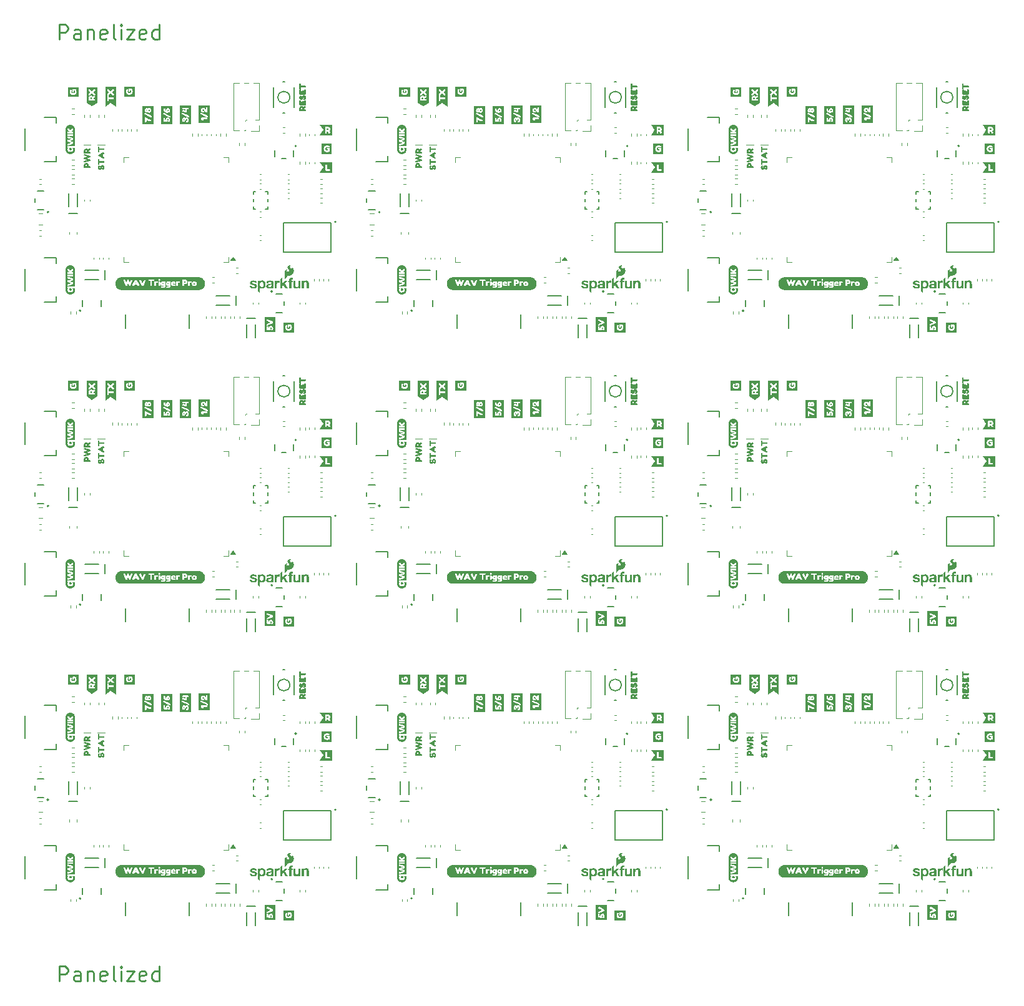
<source format=gto>
%TF.GenerationSoftware,KiCad,Pcbnew,8.0.1*%
%TF.CreationDate,2024-05-21T10:24:44-06:00*%
%TF.ProjectId,SparkFun_Qwiic_WAV_Trigger_Pro_panelized,53706172-6b46-4756-9e5f-51776969635f,rev?*%
%TF.SameCoordinates,Original*%
%TF.FileFunction,Legend,Top*%
%TF.FilePolarity,Positive*%
%FSLAX46Y46*%
G04 Gerber Fmt 4.6, Leading zero omitted, Abs format (unit mm)*
G04 Created by KiCad (PCBNEW 8.0.1) date 2024-05-21 10:24:44*
%MOMM*%
%LPD*%
G01*
G04 APERTURE LIST*
%ADD10C,0.250000*%
%ADD11C,0.120000*%
%ADD12C,0.000000*%
%ADD13C,0.203200*%
%ADD14C,0.200000*%
G04 APERTURE END LIST*
D10*
X5115663Y121897762D02*
X5115663Y123897762D01*
X5115663Y123897762D02*
X5877568Y123897762D01*
X5877568Y123897762D02*
X6068044Y123802524D01*
X6068044Y123802524D02*
X6163282Y123707286D01*
X6163282Y123707286D02*
X6258520Y123516810D01*
X6258520Y123516810D02*
X6258520Y123231096D01*
X6258520Y123231096D02*
X6163282Y123040620D01*
X6163282Y123040620D02*
X6068044Y122945381D01*
X6068044Y122945381D02*
X5877568Y122850143D01*
X5877568Y122850143D02*
X5115663Y122850143D01*
X7972806Y121897762D02*
X7972806Y122945381D01*
X7972806Y122945381D02*
X7877568Y123135858D01*
X7877568Y123135858D02*
X7687092Y123231096D01*
X7687092Y123231096D02*
X7306139Y123231096D01*
X7306139Y123231096D02*
X7115663Y123135858D01*
X7972806Y121993000D02*
X7782330Y121897762D01*
X7782330Y121897762D02*
X7306139Y121897762D01*
X7306139Y121897762D02*
X7115663Y121993000D01*
X7115663Y121993000D02*
X7020425Y122183477D01*
X7020425Y122183477D02*
X7020425Y122373953D01*
X7020425Y122373953D02*
X7115663Y122564429D01*
X7115663Y122564429D02*
X7306139Y122659667D01*
X7306139Y122659667D02*
X7782330Y122659667D01*
X7782330Y122659667D02*
X7972806Y122754905D01*
X8925187Y123231096D02*
X8925187Y121897762D01*
X8925187Y123040620D02*
X9020425Y123135858D01*
X9020425Y123135858D02*
X9210901Y123231096D01*
X9210901Y123231096D02*
X9496616Y123231096D01*
X9496616Y123231096D02*
X9687092Y123135858D01*
X9687092Y123135858D02*
X9782330Y122945381D01*
X9782330Y122945381D02*
X9782330Y121897762D01*
X11496616Y121993000D02*
X11306140Y121897762D01*
X11306140Y121897762D02*
X10925187Y121897762D01*
X10925187Y121897762D02*
X10734711Y121993000D01*
X10734711Y121993000D02*
X10639473Y122183477D01*
X10639473Y122183477D02*
X10639473Y122945381D01*
X10639473Y122945381D02*
X10734711Y123135858D01*
X10734711Y123135858D02*
X10925187Y123231096D01*
X10925187Y123231096D02*
X11306140Y123231096D01*
X11306140Y123231096D02*
X11496616Y123135858D01*
X11496616Y123135858D02*
X11591854Y122945381D01*
X11591854Y122945381D02*
X11591854Y122754905D01*
X11591854Y122754905D02*
X10639473Y122564429D01*
X12734711Y121897762D02*
X12544235Y121993000D01*
X12544235Y121993000D02*
X12448997Y122183477D01*
X12448997Y122183477D02*
X12448997Y123897762D01*
X13496616Y121897762D02*
X13496616Y123231096D01*
X13496616Y123897762D02*
X13401378Y123802524D01*
X13401378Y123802524D02*
X13496616Y123707286D01*
X13496616Y123707286D02*
X13591854Y123802524D01*
X13591854Y123802524D02*
X13496616Y123897762D01*
X13496616Y123897762D02*
X13496616Y123707286D01*
X14258521Y123231096D02*
X15306140Y123231096D01*
X15306140Y123231096D02*
X14258521Y121897762D01*
X14258521Y121897762D02*
X15306140Y121897762D01*
X16829950Y121993000D02*
X16639474Y121897762D01*
X16639474Y121897762D02*
X16258521Y121897762D01*
X16258521Y121897762D02*
X16068045Y121993000D01*
X16068045Y121993000D02*
X15972807Y122183477D01*
X15972807Y122183477D02*
X15972807Y122945381D01*
X15972807Y122945381D02*
X16068045Y123135858D01*
X16068045Y123135858D02*
X16258521Y123231096D01*
X16258521Y123231096D02*
X16639474Y123231096D01*
X16639474Y123231096D02*
X16829950Y123135858D01*
X16829950Y123135858D02*
X16925188Y122945381D01*
X16925188Y122945381D02*
X16925188Y122754905D01*
X16925188Y122754905D02*
X15972807Y122564429D01*
X18639474Y121897762D02*
X18639474Y123897762D01*
X18639474Y121993000D02*
X18448998Y121897762D01*
X18448998Y121897762D02*
X18068045Y121897762D01*
X18068045Y121897762D02*
X17877569Y121993000D01*
X17877569Y121993000D02*
X17782331Y122088239D01*
X17782331Y122088239D02*
X17687093Y122278715D01*
X17687093Y122278715D02*
X17687093Y122850143D01*
X17687093Y122850143D02*
X17782331Y123040620D01*
X17782331Y123040620D02*
X17877569Y123135858D01*
X17877569Y123135858D02*
X18068045Y123231096D01*
X18068045Y123231096D02*
X18448998Y123231096D01*
X18448998Y123231096D02*
X18639474Y123135858D01*
X5115663Y-5882238D02*
X5115663Y-3882238D01*
X5115663Y-3882238D02*
X5877568Y-3882238D01*
X5877568Y-3882238D02*
X6068044Y-3977476D01*
X6068044Y-3977476D02*
X6163282Y-4072714D01*
X6163282Y-4072714D02*
X6258520Y-4263190D01*
X6258520Y-4263190D02*
X6258520Y-4548904D01*
X6258520Y-4548904D02*
X6163282Y-4739380D01*
X6163282Y-4739380D02*
X6068044Y-4834619D01*
X6068044Y-4834619D02*
X5877568Y-4929857D01*
X5877568Y-4929857D02*
X5115663Y-4929857D01*
X7972806Y-5882238D02*
X7972806Y-4834619D01*
X7972806Y-4834619D02*
X7877568Y-4644142D01*
X7877568Y-4644142D02*
X7687092Y-4548904D01*
X7687092Y-4548904D02*
X7306139Y-4548904D01*
X7306139Y-4548904D02*
X7115663Y-4644142D01*
X7972806Y-5787000D02*
X7782330Y-5882238D01*
X7782330Y-5882238D02*
X7306139Y-5882238D01*
X7306139Y-5882238D02*
X7115663Y-5787000D01*
X7115663Y-5787000D02*
X7020425Y-5596523D01*
X7020425Y-5596523D02*
X7020425Y-5406047D01*
X7020425Y-5406047D02*
X7115663Y-5215571D01*
X7115663Y-5215571D02*
X7306139Y-5120333D01*
X7306139Y-5120333D02*
X7782330Y-5120333D01*
X7782330Y-5120333D02*
X7972806Y-5025095D01*
X8925187Y-4548904D02*
X8925187Y-5882238D01*
X8925187Y-4739380D02*
X9020425Y-4644142D01*
X9020425Y-4644142D02*
X9210901Y-4548904D01*
X9210901Y-4548904D02*
X9496616Y-4548904D01*
X9496616Y-4548904D02*
X9687092Y-4644142D01*
X9687092Y-4644142D02*
X9782330Y-4834619D01*
X9782330Y-4834619D02*
X9782330Y-5882238D01*
X11496616Y-5787000D02*
X11306140Y-5882238D01*
X11306140Y-5882238D02*
X10925187Y-5882238D01*
X10925187Y-5882238D02*
X10734711Y-5787000D01*
X10734711Y-5787000D02*
X10639473Y-5596523D01*
X10639473Y-5596523D02*
X10639473Y-4834619D01*
X10639473Y-4834619D02*
X10734711Y-4644142D01*
X10734711Y-4644142D02*
X10925187Y-4548904D01*
X10925187Y-4548904D02*
X11306140Y-4548904D01*
X11306140Y-4548904D02*
X11496616Y-4644142D01*
X11496616Y-4644142D02*
X11591854Y-4834619D01*
X11591854Y-4834619D02*
X11591854Y-5025095D01*
X11591854Y-5025095D02*
X10639473Y-5215571D01*
X12734711Y-5882238D02*
X12544235Y-5787000D01*
X12544235Y-5787000D02*
X12448997Y-5596523D01*
X12448997Y-5596523D02*
X12448997Y-3882238D01*
X13496616Y-5882238D02*
X13496616Y-4548904D01*
X13496616Y-3882238D02*
X13401378Y-3977476D01*
X13401378Y-3977476D02*
X13496616Y-4072714D01*
X13496616Y-4072714D02*
X13591854Y-3977476D01*
X13591854Y-3977476D02*
X13496616Y-3882238D01*
X13496616Y-3882238D02*
X13496616Y-4072714D01*
X14258521Y-4548904D02*
X15306140Y-4548904D01*
X15306140Y-4548904D02*
X14258521Y-5882238D01*
X14258521Y-5882238D02*
X15306140Y-5882238D01*
X16829950Y-5787000D02*
X16639474Y-5882238D01*
X16639474Y-5882238D02*
X16258521Y-5882238D01*
X16258521Y-5882238D02*
X16068045Y-5787000D01*
X16068045Y-5787000D02*
X15972807Y-5596523D01*
X15972807Y-5596523D02*
X15972807Y-4834619D01*
X15972807Y-4834619D02*
X16068045Y-4644142D01*
X16068045Y-4644142D02*
X16258521Y-4548904D01*
X16258521Y-4548904D02*
X16639474Y-4548904D01*
X16639474Y-4548904D02*
X16829950Y-4644142D01*
X16829950Y-4644142D02*
X16925188Y-4834619D01*
X16925188Y-4834619D02*
X16925188Y-5025095D01*
X16925188Y-5025095D02*
X15972807Y-5215571D01*
X18639474Y-5882238D02*
X18639474Y-3882238D01*
X18639474Y-5787000D02*
X18448998Y-5882238D01*
X18448998Y-5882238D02*
X18068045Y-5882238D01*
X18068045Y-5882238D02*
X17877569Y-5787000D01*
X17877569Y-5787000D02*
X17782331Y-5691761D01*
X17782331Y-5691761D02*
X17687093Y-5501285D01*
X17687093Y-5501285D02*
X17687093Y-4929857D01*
X17687093Y-4929857D02*
X17782331Y-4739380D01*
X17782331Y-4739380D02*
X17877569Y-4644142D01*
X17877569Y-4644142D02*
X18068045Y-4548904D01*
X18068045Y-4548904D02*
X18448998Y-4548904D01*
X18448998Y-4548904D02*
X18639474Y-4644142D01*
D11*
%TO.C,R11*%
X97038641Y105520000D02*
X96731359Y105520000D01*
X97038641Y104760000D02*
X96731359Y104760000D01*
X97038641Y65650000D02*
X96731359Y65650000D01*
X97038641Y64890000D02*
X96731359Y64890000D01*
X97038641Y25780000D02*
X96731359Y25780000D01*
X97038641Y25020000D02*
X96731359Y25020000D01*
X52088641Y105520000D02*
X51781359Y105520000D01*
X52088641Y104760000D02*
X51781359Y104760000D01*
X52088641Y65650000D02*
X51781359Y65650000D01*
X52088641Y64890000D02*
X51781359Y64890000D01*
X52088641Y25780000D02*
X51781359Y25780000D01*
X52088641Y25020000D02*
X51781359Y25020000D01*
X7138641Y105520000D02*
X6831359Y105520000D01*
X7138641Y104760000D02*
X6831359Y104760000D01*
X7138641Y65650000D02*
X6831359Y65650000D01*
X7138641Y64890000D02*
X6831359Y64890000D01*
D12*
%TO.C,kibuzzard-66450DA5*%
G36*
X112902663Y111488095D02*
G01*
X112902663Y110963585D01*
X112902663Y110624495D01*
X112902663Y110359912D01*
X111347337Y110359912D01*
X111347337Y110624495D01*
X111347337Y110963585D01*
X111663990Y110963585D01*
X111669705Y110893100D01*
X111684945Y110834680D01*
X111707170Y110787690D01*
X111733205Y110750225D01*
X111760510Y110722285D01*
X111785910Y110701965D01*
X111806865Y110689265D01*
X111820835Y110682280D01*
X111825280Y110680375D01*
X111912910Y110661960D01*
X111982760Y110724825D01*
X112005479Y110792841D01*
X111990662Y110846181D01*
X111938310Y110884845D01*
X111900210Y110921675D01*
X111887510Y110976285D01*
X111903385Y111034070D01*
X111947200Y111055025D01*
X111979585Y111036610D01*
X111987840Y110977555D01*
X111987840Y110968665D01*
X111989745Y110928025D01*
X112000540Y110895640D01*
X112033560Y110868970D01*
X112097060Y110860715D01*
X112152940Y110868335D01*
X112185960Y110883575D01*
X112201835Y110912150D01*
X112207550Y110941360D01*
X112207550Y110976285D01*
X112225965Y111049628D01*
X112281210Y111074075D01*
X112333915Y111044230D01*
X112353600Y110964855D01*
X112346615Y110919770D01*
X112331375Y110889290D01*
X112312325Y110870240D01*
X112297085Y110860715D01*
X112290100Y110858175D01*
X112230410Y110821345D01*
X112216440Y110751495D01*
X112236443Y110656245D01*
X112296450Y110624495D01*
X112368769Y110635784D01*
X112435021Y110669651D01*
X112495205Y110726095D01*
X112542830Y110797638D01*
X112571405Y110876802D01*
X112580930Y110963585D01*
X112571405Y111056930D01*
X112542830Y111138845D01*
X112495205Y111209330D01*
X112433046Y111263305D01*
X112360867Y111295690D01*
X112278670Y111306485D01*
X112217710Y111297913D01*
X112166910Y111272195D01*
X112098330Y111201075D01*
X112035148Y111266798D01*
X111942120Y111288705D01*
X111873963Y111278898D01*
X111810040Y111249476D01*
X111750350Y111200440D01*
X111702372Y111134894D01*
X111673586Y111055942D01*
X111663990Y110963585D01*
X111347337Y110963585D01*
X111347337Y111782100D01*
X111620175Y111782100D01*
X111681770Y111725585D01*
X112478060Y111344585D01*
X112557435Y111330615D01*
X112612680Y111400465D01*
X112629825Y111488095D01*
X112568230Y111542705D01*
X111779560Y111922435D01*
X111697645Y111940215D01*
X111638590Y111869095D01*
X111620175Y111782100D01*
X111347337Y111782100D01*
X111347337Y112493935D01*
X111675420Y112493935D01*
X111683675Y112425990D01*
X111710980Y112389795D01*
X111744000Y112377730D01*
X111785910Y112375825D01*
X112097060Y112375825D01*
X112097060Y112209455D01*
X111773210Y112288195D01*
X111717330Y112270415D01*
X111680500Y112196755D01*
X111679230Y112100870D01*
X111763050Y112053245D01*
X112158020Y111955455D01*
X112198660Y111951645D01*
X112242475Y111953550D01*
X112277400Y111965615D01*
X112306610Y112001175D01*
X112315500Y112067215D01*
X112315500Y112375825D01*
X112447580Y112375825D01*
X112491395Y112377730D01*
X112526320Y112389795D01*
X112555530Y112425355D01*
X112564420Y112491395D01*
X112555530Y112558705D01*
X112527590Y112594265D01*
X112492665Y112606965D01*
X112448850Y112609505D01*
X111792260Y112609505D01*
X111749080Y112606965D01*
X111713520Y112594900D01*
X111684310Y112559975D01*
X111675420Y112493935D01*
X111347337Y112493935D01*
X111347337Y112609505D01*
X111347337Y112874088D01*
X112902663Y112874088D01*
X112902663Y112609505D01*
X112902663Y112491395D01*
X112902663Y111488095D01*
G37*
G36*
X112902663Y71618095D02*
G01*
X112902663Y71093585D01*
X112902663Y70754495D01*
X112902663Y70489912D01*
X111347337Y70489912D01*
X111347337Y70754495D01*
X111347337Y71093585D01*
X111663990Y71093585D01*
X111669705Y71023100D01*
X111684945Y70964680D01*
X111707170Y70917690D01*
X111733205Y70880225D01*
X111760510Y70852285D01*
X111785910Y70831965D01*
X111806865Y70819265D01*
X111820835Y70812280D01*
X111825280Y70810375D01*
X111912910Y70791960D01*
X111982760Y70854825D01*
X112005479Y70922841D01*
X111990662Y70976181D01*
X111938310Y71014845D01*
X111900210Y71051675D01*
X111887510Y71106285D01*
X111903385Y71164070D01*
X111947200Y71185025D01*
X111979585Y71166610D01*
X111987840Y71107555D01*
X111987840Y71098665D01*
X111989745Y71058025D01*
X112000540Y71025640D01*
X112033560Y70998970D01*
X112097060Y70990715D01*
X112152940Y70998335D01*
X112185960Y71013575D01*
X112201835Y71042150D01*
X112207550Y71071360D01*
X112207550Y71106285D01*
X112225965Y71179628D01*
X112281210Y71204075D01*
X112333915Y71174230D01*
X112353600Y71094855D01*
X112346615Y71049770D01*
X112331375Y71019290D01*
X112312325Y71000240D01*
X112297085Y70990715D01*
X112290100Y70988175D01*
X112230410Y70951345D01*
X112216440Y70881495D01*
X112236443Y70786245D01*
X112296450Y70754495D01*
X112368769Y70765784D01*
X112435021Y70799651D01*
X112495205Y70856095D01*
X112542830Y70927638D01*
X112571405Y71006802D01*
X112580930Y71093585D01*
X112571405Y71186930D01*
X112542830Y71268845D01*
X112495205Y71339330D01*
X112433046Y71393305D01*
X112360867Y71425690D01*
X112278670Y71436485D01*
X112217710Y71427913D01*
X112166910Y71402195D01*
X112098330Y71331075D01*
X112035148Y71396798D01*
X111942120Y71418705D01*
X111873963Y71408898D01*
X111810040Y71379476D01*
X111750350Y71330440D01*
X111702372Y71264894D01*
X111673586Y71185942D01*
X111663990Y71093585D01*
X111347337Y71093585D01*
X111347337Y71912100D01*
X111620175Y71912100D01*
X111681770Y71855585D01*
X112478060Y71474585D01*
X112557435Y71460615D01*
X112612680Y71530465D01*
X112629825Y71618095D01*
X112568230Y71672705D01*
X111779560Y72052435D01*
X111697645Y72070215D01*
X111638590Y71999095D01*
X111620175Y71912100D01*
X111347337Y71912100D01*
X111347337Y72623935D01*
X111675420Y72623935D01*
X111683675Y72555990D01*
X111710980Y72519795D01*
X111744000Y72507730D01*
X111785910Y72505825D01*
X112097060Y72505825D01*
X112097060Y72339455D01*
X111773210Y72418195D01*
X111717330Y72400415D01*
X111680500Y72326755D01*
X111679230Y72230870D01*
X111763050Y72183245D01*
X112158020Y72085455D01*
X112198660Y72081645D01*
X112242475Y72083550D01*
X112277400Y72095615D01*
X112306610Y72131175D01*
X112315500Y72197215D01*
X112315500Y72505825D01*
X112447580Y72505825D01*
X112491395Y72507730D01*
X112526320Y72519795D01*
X112555530Y72555355D01*
X112564420Y72621395D01*
X112555530Y72688705D01*
X112527590Y72724265D01*
X112492665Y72736965D01*
X112448850Y72739505D01*
X111792260Y72739505D01*
X111749080Y72736965D01*
X111713520Y72724900D01*
X111684310Y72689975D01*
X111675420Y72623935D01*
X111347337Y72623935D01*
X111347337Y72739505D01*
X111347337Y73004088D01*
X112902663Y73004088D01*
X112902663Y72739505D01*
X112902663Y72621395D01*
X112902663Y71618095D01*
G37*
G36*
X112902663Y31748095D02*
G01*
X112902663Y31223585D01*
X112902663Y30884495D01*
X112902663Y30619912D01*
X111347337Y30619912D01*
X111347337Y30884495D01*
X111347337Y31223585D01*
X111663990Y31223585D01*
X111669705Y31153100D01*
X111684945Y31094680D01*
X111707170Y31047690D01*
X111733205Y31010225D01*
X111760510Y30982285D01*
X111785910Y30961965D01*
X111806865Y30949265D01*
X111820835Y30942280D01*
X111825280Y30940375D01*
X111912910Y30921960D01*
X111982760Y30984825D01*
X112005479Y31052841D01*
X111990662Y31106181D01*
X111938310Y31144845D01*
X111900210Y31181675D01*
X111887510Y31236285D01*
X111903385Y31294070D01*
X111947200Y31315025D01*
X111979585Y31296610D01*
X111987840Y31237555D01*
X111987840Y31228665D01*
X111989745Y31188025D01*
X112000540Y31155640D01*
X112033560Y31128970D01*
X112097060Y31120715D01*
X112152940Y31128335D01*
X112185960Y31143575D01*
X112201835Y31172150D01*
X112207550Y31201360D01*
X112207550Y31236285D01*
X112225965Y31309628D01*
X112281210Y31334075D01*
X112333915Y31304230D01*
X112353600Y31224855D01*
X112346615Y31179770D01*
X112331375Y31149290D01*
X112312325Y31130240D01*
X112297085Y31120715D01*
X112290100Y31118175D01*
X112230410Y31081345D01*
X112216440Y31011495D01*
X112236443Y30916245D01*
X112296450Y30884495D01*
X112368769Y30895784D01*
X112435021Y30929651D01*
X112495205Y30986095D01*
X112542830Y31057638D01*
X112571405Y31136802D01*
X112580930Y31223585D01*
X112571405Y31316930D01*
X112542830Y31398845D01*
X112495205Y31469330D01*
X112433046Y31523305D01*
X112360867Y31555690D01*
X112278670Y31566485D01*
X112217710Y31557913D01*
X112166910Y31532195D01*
X112098330Y31461075D01*
X112035148Y31526798D01*
X111942120Y31548705D01*
X111873963Y31538898D01*
X111810040Y31509476D01*
X111750350Y31460440D01*
X111702372Y31394894D01*
X111673586Y31315942D01*
X111663990Y31223585D01*
X111347337Y31223585D01*
X111347337Y32042100D01*
X111620175Y32042100D01*
X111681770Y31985585D01*
X112478060Y31604585D01*
X112557435Y31590615D01*
X112612680Y31660465D01*
X112629825Y31748095D01*
X112568230Y31802705D01*
X111779560Y32182435D01*
X111697645Y32200215D01*
X111638590Y32129095D01*
X111620175Y32042100D01*
X111347337Y32042100D01*
X111347337Y32753935D01*
X111675420Y32753935D01*
X111683675Y32685990D01*
X111710980Y32649795D01*
X111744000Y32637730D01*
X111785910Y32635825D01*
X112097060Y32635825D01*
X112097060Y32469455D01*
X111773210Y32548195D01*
X111717330Y32530415D01*
X111680500Y32456755D01*
X111679230Y32360870D01*
X111763050Y32313245D01*
X112158020Y32215455D01*
X112198660Y32211645D01*
X112242475Y32213550D01*
X112277400Y32225615D01*
X112306610Y32261175D01*
X112315500Y32327215D01*
X112315500Y32635825D01*
X112447580Y32635825D01*
X112491395Y32637730D01*
X112526320Y32649795D01*
X112555530Y32685355D01*
X112564420Y32751395D01*
X112555530Y32818705D01*
X112527590Y32854265D01*
X112492665Y32866965D01*
X112448850Y32869505D01*
X111792260Y32869505D01*
X111749080Y32866965D01*
X111713520Y32854900D01*
X111684310Y32819975D01*
X111675420Y32753935D01*
X111347337Y32753935D01*
X111347337Y32869505D01*
X111347337Y33134088D01*
X112902663Y33134088D01*
X112902663Y32869505D01*
X112902663Y32751395D01*
X112902663Y31748095D01*
G37*
G36*
X67952663Y111488095D02*
G01*
X67952663Y110963585D01*
X67952663Y110624495D01*
X67952663Y110359912D01*
X66397337Y110359912D01*
X66397337Y110624495D01*
X66397337Y110963585D01*
X66713990Y110963585D01*
X66719705Y110893100D01*
X66734945Y110834680D01*
X66757170Y110787690D01*
X66783205Y110750225D01*
X66810510Y110722285D01*
X66835910Y110701965D01*
X66856865Y110689265D01*
X66870835Y110682280D01*
X66875280Y110680375D01*
X66962910Y110661960D01*
X67032760Y110724825D01*
X67055479Y110792841D01*
X67040662Y110846181D01*
X66988310Y110884845D01*
X66950210Y110921675D01*
X66937510Y110976285D01*
X66953385Y111034070D01*
X66997200Y111055025D01*
X67029585Y111036610D01*
X67037840Y110977555D01*
X67037840Y110968665D01*
X67039745Y110928025D01*
X67050540Y110895640D01*
X67083560Y110868970D01*
X67147060Y110860715D01*
X67202940Y110868335D01*
X67235960Y110883575D01*
X67251835Y110912150D01*
X67257550Y110941360D01*
X67257550Y110976285D01*
X67275965Y111049628D01*
X67331210Y111074075D01*
X67383915Y111044230D01*
X67403600Y110964855D01*
X67396615Y110919770D01*
X67381375Y110889290D01*
X67362325Y110870240D01*
X67347085Y110860715D01*
X67340100Y110858175D01*
X67280410Y110821345D01*
X67266440Y110751495D01*
X67286443Y110656245D01*
X67346450Y110624495D01*
X67418769Y110635784D01*
X67485021Y110669651D01*
X67545205Y110726095D01*
X67592830Y110797638D01*
X67621405Y110876802D01*
X67630930Y110963585D01*
X67621405Y111056930D01*
X67592830Y111138845D01*
X67545205Y111209330D01*
X67483046Y111263305D01*
X67410867Y111295690D01*
X67328670Y111306485D01*
X67267710Y111297913D01*
X67216910Y111272195D01*
X67148330Y111201075D01*
X67085148Y111266798D01*
X66992120Y111288705D01*
X66923963Y111278898D01*
X66860040Y111249476D01*
X66800350Y111200440D01*
X66752372Y111134894D01*
X66723586Y111055942D01*
X66713990Y110963585D01*
X66397337Y110963585D01*
X66397337Y111782100D01*
X66670175Y111782100D01*
X66731770Y111725585D01*
X67528060Y111344585D01*
X67607435Y111330615D01*
X67662680Y111400465D01*
X67679825Y111488095D01*
X67618230Y111542705D01*
X66829560Y111922435D01*
X66747645Y111940215D01*
X66688590Y111869095D01*
X66670175Y111782100D01*
X66397337Y111782100D01*
X66397337Y112493935D01*
X66725420Y112493935D01*
X66733675Y112425990D01*
X66760980Y112389795D01*
X66794000Y112377730D01*
X66835910Y112375825D01*
X67147060Y112375825D01*
X67147060Y112209455D01*
X66823210Y112288195D01*
X66767330Y112270415D01*
X66730500Y112196755D01*
X66729230Y112100870D01*
X66813050Y112053245D01*
X67208020Y111955455D01*
X67248660Y111951645D01*
X67292475Y111953550D01*
X67327400Y111965615D01*
X67356610Y112001175D01*
X67365500Y112067215D01*
X67365500Y112375825D01*
X67497580Y112375825D01*
X67541395Y112377730D01*
X67576320Y112389795D01*
X67605530Y112425355D01*
X67614420Y112491395D01*
X67605530Y112558705D01*
X67577590Y112594265D01*
X67542665Y112606965D01*
X67498850Y112609505D01*
X66842260Y112609505D01*
X66799080Y112606965D01*
X66763520Y112594900D01*
X66734310Y112559975D01*
X66725420Y112493935D01*
X66397337Y112493935D01*
X66397337Y112609505D01*
X66397337Y112874088D01*
X67952663Y112874088D01*
X67952663Y112609505D01*
X67952663Y112491395D01*
X67952663Y111488095D01*
G37*
G36*
X67952663Y71618095D02*
G01*
X67952663Y71093585D01*
X67952663Y70754495D01*
X67952663Y70489912D01*
X66397337Y70489912D01*
X66397337Y70754495D01*
X66397337Y71093585D01*
X66713990Y71093585D01*
X66719705Y71023100D01*
X66734945Y70964680D01*
X66757170Y70917690D01*
X66783205Y70880225D01*
X66810510Y70852285D01*
X66835910Y70831965D01*
X66856865Y70819265D01*
X66870835Y70812280D01*
X66875280Y70810375D01*
X66962910Y70791960D01*
X67032760Y70854825D01*
X67055479Y70922841D01*
X67040662Y70976181D01*
X66988310Y71014845D01*
X66950210Y71051675D01*
X66937510Y71106285D01*
X66953385Y71164070D01*
X66997200Y71185025D01*
X67029585Y71166610D01*
X67037840Y71107555D01*
X67037840Y71098665D01*
X67039745Y71058025D01*
X67050540Y71025640D01*
X67083560Y70998970D01*
X67147060Y70990715D01*
X67202940Y70998335D01*
X67235960Y71013575D01*
X67251835Y71042150D01*
X67257550Y71071360D01*
X67257550Y71106285D01*
X67275965Y71179628D01*
X67331210Y71204075D01*
X67383915Y71174230D01*
X67403600Y71094855D01*
X67396615Y71049770D01*
X67381375Y71019290D01*
X67362325Y71000240D01*
X67347085Y70990715D01*
X67340100Y70988175D01*
X67280410Y70951345D01*
X67266440Y70881495D01*
X67286443Y70786245D01*
X67346450Y70754495D01*
X67418769Y70765784D01*
X67485021Y70799651D01*
X67545205Y70856095D01*
X67592830Y70927638D01*
X67621405Y71006802D01*
X67630930Y71093585D01*
X67621405Y71186930D01*
X67592830Y71268845D01*
X67545205Y71339330D01*
X67483046Y71393305D01*
X67410867Y71425690D01*
X67328670Y71436485D01*
X67267710Y71427913D01*
X67216910Y71402195D01*
X67148330Y71331075D01*
X67085148Y71396798D01*
X66992120Y71418705D01*
X66923963Y71408898D01*
X66860040Y71379476D01*
X66800350Y71330440D01*
X66752372Y71264894D01*
X66723586Y71185942D01*
X66713990Y71093585D01*
X66397337Y71093585D01*
X66397337Y71912100D01*
X66670175Y71912100D01*
X66731770Y71855585D01*
X67528060Y71474585D01*
X67607435Y71460615D01*
X67662680Y71530465D01*
X67679825Y71618095D01*
X67618230Y71672705D01*
X66829560Y72052435D01*
X66747645Y72070215D01*
X66688590Y71999095D01*
X66670175Y71912100D01*
X66397337Y71912100D01*
X66397337Y72623935D01*
X66725420Y72623935D01*
X66733675Y72555990D01*
X66760980Y72519795D01*
X66794000Y72507730D01*
X66835910Y72505825D01*
X67147060Y72505825D01*
X67147060Y72339455D01*
X66823210Y72418195D01*
X66767330Y72400415D01*
X66730500Y72326755D01*
X66729230Y72230870D01*
X66813050Y72183245D01*
X67208020Y72085455D01*
X67248660Y72081645D01*
X67292475Y72083550D01*
X67327400Y72095615D01*
X67356610Y72131175D01*
X67365500Y72197215D01*
X67365500Y72505825D01*
X67497580Y72505825D01*
X67541395Y72507730D01*
X67576320Y72519795D01*
X67605530Y72555355D01*
X67614420Y72621395D01*
X67605530Y72688705D01*
X67577590Y72724265D01*
X67542665Y72736965D01*
X67498850Y72739505D01*
X66842260Y72739505D01*
X66799080Y72736965D01*
X66763520Y72724900D01*
X66734310Y72689975D01*
X66725420Y72623935D01*
X66397337Y72623935D01*
X66397337Y72739505D01*
X66397337Y73004088D01*
X67952663Y73004088D01*
X67952663Y72739505D01*
X67952663Y72621395D01*
X67952663Y71618095D01*
G37*
G36*
X67952663Y31748095D02*
G01*
X67952663Y31223585D01*
X67952663Y30884495D01*
X67952663Y30619912D01*
X66397337Y30619912D01*
X66397337Y30884495D01*
X66397337Y31223585D01*
X66713990Y31223585D01*
X66719705Y31153100D01*
X66734945Y31094680D01*
X66757170Y31047690D01*
X66783205Y31010225D01*
X66810510Y30982285D01*
X66835910Y30961965D01*
X66856865Y30949265D01*
X66870835Y30942280D01*
X66875280Y30940375D01*
X66962910Y30921960D01*
X67032760Y30984825D01*
X67055479Y31052841D01*
X67040662Y31106181D01*
X66988310Y31144845D01*
X66950210Y31181675D01*
X66937510Y31236285D01*
X66953385Y31294070D01*
X66997200Y31315025D01*
X67029585Y31296610D01*
X67037840Y31237555D01*
X67037840Y31228665D01*
X67039745Y31188025D01*
X67050540Y31155640D01*
X67083560Y31128970D01*
X67147060Y31120715D01*
X67202940Y31128335D01*
X67235960Y31143575D01*
X67251835Y31172150D01*
X67257550Y31201360D01*
X67257550Y31236285D01*
X67275965Y31309628D01*
X67331210Y31334075D01*
X67383915Y31304230D01*
X67403600Y31224855D01*
X67396615Y31179770D01*
X67381375Y31149290D01*
X67362325Y31130240D01*
X67347085Y31120715D01*
X67340100Y31118175D01*
X67280410Y31081345D01*
X67266440Y31011495D01*
X67286443Y30916245D01*
X67346450Y30884495D01*
X67418769Y30895784D01*
X67485021Y30929651D01*
X67545205Y30986095D01*
X67592830Y31057638D01*
X67621405Y31136802D01*
X67630930Y31223585D01*
X67621405Y31316930D01*
X67592830Y31398845D01*
X67545205Y31469330D01*
X67483046Y31523305D01*
X67410867Y31555690D01*
X67328670Y31566485D01*
X67267710Y31557913D01*
X67216910Y31532195D01*
X67148330Y31461075D01*
X67085148Y31526798D01*
X66992120Y31548705D01*
X66923963Y31538898D01*
X66860040Y31509476D01*
X66800350Y31460440D01*
X66752372Y31394894D01*
X66723586Y31315942D01*
X66713990Y31223585D01*
X66397337Y31223585D01*
X66397337Y32042100D01*
X66670175Y32042100D01*
X66731770Y31985585D01*
X67528060Y31604585D01*
X67607435Y31590615D01*
X67662680Y31660465D01*
X67679825Y31748095D01*
X67618230Y31802705D01*
X66829560Y32182435D01*
X66747645Y32200215D01*
X66688590Y32129095D01*
X66670175Y32042100D01*
X66397337Y32042100D01*
X66397337Y32753935D01*
X66725420Y32753935D01*
X66733675Y32685990D01*
X66760980Y32649795D01*
X66794000Y32637730D01*
X66835910Y32635825D01*
X67147060Y32635825D01*
X67147060Y32469455D01*
X66823210Y32548195D01*
X66767330Y32530415D01*
X66730500Y32456755D01*
X66729230Y32360870D01*
X66813050Y32313245D01*
X67208020Y32215455D01*
X67248660Y32211645D01*
X67292475Y32213550D01*
X67327400Y32225615D01*
X67356610Y32261175D01*
X67365500Y32327215D01*
X67365500Y32635825D01*
X67497580Y32635825D01*
X67541395Y32637730D01*
X67576320Y32649795D01*
X67605530Y32685355D01*
X67614420Y32751395D01*
X67605530Y32818705D01*
X67577590Y32854265D01*
X67542665Y32866965D01*
X67498850Y32869505D01*
X66842260Y32869505D01*
X66799080Y32866965D01*
X66763520Y32854900D01*
X66734310Y32819975D01*
X66725420Y32753935D01*
X66397337Y32753935D01*
X66397337Y32869505D01*
X66397337Y33134088D01*
X67952663Y33134088D01*
X67952663Y32869505D01*
X67952663Y32751395D01*
X67952663Y31748095D01*
G37*
G36*
X23002663Y111488095D02*
G01*
X23002663Y110963585D01*
X23002663Y110624495D01*
X23002663Y110359912D01*
X21447337Y110359912D01*
X21447337Y110624495D01*
X21447337Y110963585D01*
X21763990Y110963585D01*
X21769705Y110893100D01*
X21784945Y110834680D01*
X21807170Y110787690D01*
X21833205Y110750225D01*
X21860510Y110722285D01*
X21885910Y110701965D01*
X21906865Y110689265D01*
X21920835Y110682280D01*
X21925280Y110680375D01*
X22012910Y110661960D01*
X22082760Y110724825D01*
X22105479Y110792841D01*
X22090662Y110846181D01*
X22038310Y110884845D01*
X22000210Y110921675D01*
X21987510Y110976285D01*
X22003385Y111034070D01*
X22047200Y111055025D01*
X22079585Y111036610D01*
X22087840Y110977555D01*
X22087840Y110968665D01*
X22089745Y110928025D01*
X22100540Y110895640D01*
X22133560Y110868970D01*
X22197060Y110860715D01*
X22252940Y110868335D01*
X22285960Y110883575D01*
X22301835Y110912150D01*
X22307550Y110941360D01*
X22307550Y110976285D01*
X22325965Y111049628D01*
X22381210Y111074075D01*
X22433915Y111044230D01*
X22453600Y110964855D01*
X22446615Y110919770D01*
X22431375Y110889290D01*
X22412325Y110870240D01*
X22397085Y110860715D01*
X22390100Y110858175D01*
X22330410Y110821345D01*
X22316440Y110751495D01*
X22336443Y110656245D01*
X22396450Y110624495D01*
X22468769Y110635784D01*
X22535021Y110669651D01*
X22595205Y110726095D01*
X22642830Y110797638D01*
X22671405Y110876802D01*
X22680930Y110963585D01*
X22671405Y111056930D01*
X22642830Y111138845D01*
X22595205Y111209330D01*
X22533046Y111263305D01*
X22460867Y111295690D01*
X22378670Y111306485D01*
X22317710Y111297913D01*
X22266910Y111272195D01*
X22198330Y111201075D01*
X22135148Y111266798D01*
X22042120Y111288705D01*
X21973963Y111278898D01*
X21910040Y111249476D01*
X21850350Y111200440D01*
X21802372Y111134894D01*
X21773586Y111055942D01*
X21763990Y110963585D01*
X21447337Y110963585D01*
X21447337Y111782100D01*
X21720175Y111782100D01*
X21781770Y111725585D01*
X22578060Y111344585D01*
X22657435Y111330615D01*
X22712680Y111400465D01*
X22729825Y111488095D01*
X22668230Y111542705D01*
X21879560Y111922435D01*
X21797645Y111940215D01*
X21738590Y111869095D01*
X21720175Y111782100D01*
X21447337Y111782100D01*
X21447337Y112493935D01*
X21775420Y112493935D01*
X21783675Y112425990D01*
X21810980Y112389795D01*
X21844000Y112377730D01*
X21885910Y112375825D01*
X22197060Y112375825D01*
X22197060Y112209455D01*
X21873210Y112288195D01*
X21817330Y112270415D01*
X21780500Y112196755D01*
X21779230Y112100870D01*
X21863050Y112053245D01*
X22258020Y111955455D01*
X22298660Y111951645D01*
X22342475Y111953550D01*
X22377400Y111965615D01*
X22406610Y112001175D01*
X22415500Y112067215D01*
X22415500Y112375825D01*
X22547580Y112375825D01*
X22591395Y112377730D01*
X22626320Y112389795D01*
X22655530Y112425355D01*
X22664420Y112491395D01*
X22655530Y112558705D01*
X22627590Y112594265D01*
X22592665Y112606965D01*
X22548850Y112609505D01*
X21892260Y112609505D01*
X21849080Y112606965D01*
X21813520Y112594900D01*
X21784310Y112559975D01*
X21775420Y112493935D01*
X21447337Y112493935D01*
X21447337Y112609505D01*
X21447337Y112874088D01*
X23002663Y112874088D01*
X23002663Y112609505D01*
X23002663Y112491395D01*
X23002663Y111488095D01*
G37*
G36*
X23002663Y71618095D02*
G01*
X23002663Y71093585D01*
X23002663Y70754495D01*
X23002663Y70489912D01*
X21447337Y70489912D01*
X21447337Y70754495D01*
X21447337Y71093585D01*
X21763990Y71093585D01*
X21769705Y71023100D01*
X21784945Y70964680D01*
X21807170Y70917690D01*
X21833205Y70880225D01*
X21860510Y70852285D01*
X21885910Y70831965D01*
X21906865Y70819265D01*
X21920835Y70812280D01*
X21925280Y70810375D01*
X22012910Y70791960D01*
X22082760Y70854825D01*
X22105479Y70922841D01*
X22090662Y70976181D01*
X22038310Y71014845D01*
X22000210Y71051675D01*
X21987510Y71106285D01*
X22003385Y71164070D01*
X22047200Y71185025D01*
X22079585Y71166610D01*
X22087840Y71107555D01*
X22087840Y71098665D01*
X22089745Y71058025D01*
X22100540Y71025640D01*
X22133560Y70998970D01*
X22197060Y70990715D01*
X22252940Y70998335D01*
X22285960Y71013575D01*
X22301835Y71042150D01*
X22307550Y71071360D01*
X22307550Y71106285D01*
X22325965Y71179628D01*
X22381210Y71204075D01*
X22433915Y71174230D01*
X22453600Y71094855D01*
X22446615Y71049770D01*
X22431375Y71019290D01*
X22412325Y71000240D01*
X22397085Y70990715D01*
X22390100Y70988175D01*
X22330410Y70951345D01*
X22316440Y70881495D01*
X22336443Y70786245D01*
X22396450Y70754495D01*
X22468769Y70765784D01*
X22535021Y70799651D01*
X22595205Y70856095D01*
X22642830Y70927638D01*
X22671405Y71006802D01*
X22680930Y71093585D01*
X22671405Y71186930D01*
X22642830Y71268845D01*
X22595205Y71339330D01*
X22533046Y71393305D01*
X22460867Y71425690D01*
X22378670Y71436485D01*
X22317710Y71427913D01*
X22266910Y71402195D01*
X22198330Y71331075D01*
X22135148Y71396798D01*
X22042120Y71418705D01*
X21973963Y71408898D01*
X21910040Y71379476D01*
X21850350Y71330440D01*
X21802372Y71264894D01*
X21773586Y71185942D01*
X21763990Y71093585D01*
X21447337Y71093585D01*
X21447337Y71912100D01*
X21720175Y71912100D01*
X21781770Y71855585D01*
X22578060Y71474585D01*
X22657435Y71460615D01*
X22712680Y71530465D01*
X22729825Y71618095D01*
X22668230Y71672705D01*
X21879560Y72052435D01*
X21797645Y72070215D01*
X21738590Y71999095D01*
X21720175Y71912100D01*
X21447337Y71912100D01*
X21447337Y72623935D01*
X21775420Y72623935D01*
X21783675Y72555990D01*
X21810980Y72519795D01*
X21844000Y72507730D01*
X21885910Y72505825D01*
X22197060Y72505825D01*
X22197060Y72339455D01*
X21873210Y72418195D01*
X21817330Y72400415D01*
X21780500Y72326755D01*
X21779230Y72230870D01*
X21863050Y72183245D01*
X22258020Y72085455D01*
X22298660Y72081645D01*
X22342475Y72083550D01*
X22377400Y72095615D01*
X22406610Y72131175D01*
X22415500Y72197215D01*
X22415500Y72505825D01*
X22547580Y72505825D01*
X22591395Y72507730D01*
X22626320Y72519795D01*
X22655530Y72555355D01*
X22664420Y72621395D01*
X22655530Y72688705D01*
X22627590Y72724265D01*
X22592665Y72736965D01*
X22548850Y72739505D01*
X21892260Y72739505D01*
X21849080Y72736965D01*
X21813520Y72724900D01*
X21784310Y72689975D01*
X21775420Y72623935D01*
X21447337Y72623935D01*
X21447337Y72739505D01*
X21447337Y73004088D01*
X23002663Y73004088D01*
X23002663Y72739505D01*
X23002663Y72621395D01*
X23002663Y71618095D01*
G37*
D11*
%TO.C,C23*%
X128910000Y105032164D02*
X128910000Y105247836D01*
X129630000Y105032164D02*
X129630000Y105247836D01*
X128910000Y65162164D02*
X128910000Y65377836D01*
X129630000Y65162164D02*
X129630000Y65377836D01*
X128910000Y25292164D02*
X128910000Y25507836D01*
X129630000Y25292164D02*
X129630000Y25507836D01*
X83960000Y105032164D02*
X83960000Y105247836D01*
X84680000Y105032164D02*
X84680000Y105247836D01*
X83960000Y65162164D02*
X83960000Y65377836D01*
X84680000Y65162164D02*
X84680000Y65377836D01*
X83960000Y25292164D02*
X83960000Y25507836D01*
X84680000Y25292164D02*
X84680000Y25507836D01*
X39010000Y105032164D02*
X39010000Y105247836D01*
X39730000Y105032164D02*
X39730000Y105247836D01*
X39010000Y65162164D02*
X39010000Y65377836D01*
X39730000Y65162164D02*
X39730000Y65377836D01*
D13*
%TO.C,D6*%
X100325000Y90525000D02*
X98525000Y90525000D01*
X100325000Y89275000D02*
X98525000Y89275000D01*
X101195000Y89275000D02*
X101195000Y90525000D01*
X100325000Y50655000D02*
X98525000Y50655000D01*
X100325000Y49405000D02*
X98525000Y49405000D01*
X101195000Y49405000D02*
X101195000Y50655000D01*
X100325000Y10785000D02*
X98525000Y10785000D01*
X100325000Y9535000D02*
X98525000Y9535000D01*
X101195000Y9535000D02*
X101195000Y10785000D01*
X55375000Y90525000D02*
X53575000Y90525000D01*
X55375000Y89275000D02*
X53575000Y89275000D01*
X56245000Y89275000D02*
X56245000Y90525000D01*
X55375000Y50655000D02*
X53575000Y50655000D01*
X55375000Y49405000D02*
X53575000Y49405000D01*
X56245000Y49405000D02*
X56245000Y50655000D01*
X55375000Y10785000D02*
X53575000Y10785000D01*
X55375000Y9535000D02*
X53575000Y9535000D01*
X56245000Y9535000D02*
X56245000Y10785000D01*
X10425000Y90525000D02*
X8625000Y90525000D01*
X10425000Y89275000D02*
X8625000Y89275000D01*
X11295000Y89275000D02*
X11295000Y90525000D01*
X10425000Y50655000D02*
X8625000Y50655000D01*
X10425000Y49405000D02*
X8625000Y49405000D01*
X11295000Y49405000D02*
X11295000Y50655000D01*
D11*
%TO.C,C14*%
X125352164Y109945000D02*
X125567836Y109945000D01*
X125352164Y109225000D02*
X125567836Y109225000D01*
X125352164Y70075000D02*
X125567836Y70075000D01*
X125352164Y69355000D02*
X125567836Y69355000D01*
X125352164Y30205000D02*
X125567836Y30205000D01*
X125352164Y29485000D02*
X125567836Y29485000D01*
X80402164Y109945000D02*
X80617836Y109945000D01*
X80402164Y109225000D02*
X80617836Y109225000D01*
X80402164Y70075000D02*
X80617836Y70075000D01*
X80402164Y69355000D02*
X80617836Y69355000D01*
X80402164Y30205000D02*
X80617836Y30205000D01*
X80402164Y29485000D02*
X80617836Y29485000D01*
X35452164Y109945000D02*
X35667836Y109945000D01*
X35452164Y109225000D02*
X35667836Y109225000D01*
X35452164Y70075000D02*
X35667836Y70075000D01*
X35452164Y69355000D02*
X35667836Y69355000D01*
%TO.C,C6*%
X103510000Y109477164D02*
X103510000Y109692836D01*
X104230000Y109477164D02*
X104230000Y109692836D01*
X103510000Y69607164D02*
X103510000Y69822836D01*
X104230000Y69607164D02*
X104230000Y69822836D01*
X103510000Y29737164D02*
X103510000Y29952836D01*
X104230000Y29737164D02*
X104230000Y29952836D01*
X58560000Y109477164D02*
X58560000Y109692836D01*
X59280000Y109477164D02*
X59280000Y109692836D01*
X58560000Y69607164D02*
X58560000Y69822836D01*
X59280000Y69607164D02*
X59280000Y69822836D01*
X58560000Y29737164D02*
X58560000Y29952836D01*
X59280000Y29737164D02*
X59280000Y29952836D01*
X13610000Y109477164D02*
X13610000Y109692836D01*
X14330000Y109477164D02*
X14330000Y109692836D01*
X13610000Y69607164D02*
X13610000Y69822836D01*
X14330000Y69607164D02*
X14330000Y69822836D01*
%TO.C,R19*%
X100315000Y111643641D02*
X100315000Y111336359D01*
X101075000Y111643641D02*
X101075000Y111336359D01*
X100315000Y71773641D02*
X100315000Y71466359D01*
X101075000Y71773641D02*
X101075000Y71466359D01*
X100315000Y31903641D02*
X100315000Y31596359D01*
X101075000Y31903641D02*
X101075000Y31596359D01*
X55365000Y111643641D02*
X55365000Y111336359D01*
X56125000Y111643641D02*
X56125000Y111336359D01*
X55365000Y71773641D02*
X55365000Y71466359D01*
X56125000Y71773641D02*
X56125000Y71466359D01*
X55365000Y31903641D02*
X55365000Y31596359D01*
X56125000Y31903641D02*
X56125000Y31596359D01*
X10415000Y111643641D02*
X10415000Y111336359D01*
X11175000Y111643641D02*
X11175000Y111336359D01*
X10415000Y71773641D02*
X10415000Y71466359D01*
X11175000Y71773641D02*
X11175000Y71466359D01*
D13*
%TO.C,SW1*%
X124060000Y112692000D02*
X124060000Y115368000D01*
X125330000Y111930000D02*
X125590000Y111930000D01*
X125590000Y116130000D02*
X125330000Y116130000D01*
X126860000Y115368000D02*
X126860000Y112692000D01*
X126265000Y114030000D02*
G75*
G02*
X124655000Y114030000I-805000J0D01*
G01*
X124655000Y114030000D02*
G75*
G02*
X126265000Y114030000I805000J0D01*
G01*
X124060000Y72822000D02*
X124060000Y75498000D01*
X125330000Y72060000D02*
X125590000Y72060000D01*
X125590000Y76260000D02*
X125330000Y76260000D01*
X126860000Y75498000D02*
X126860000Y72822000D01*
X126265000Y74160000D02*
G75*
G02*
X124655000Y74160000I-805000J0D01*
G01*
X124655000Y74160000D02*
G75*
G02*
X126265000Y74160000I805000J0D01*
G01*
X124060000Y32952000D02*
X124060000Y35628000D01*
X125330000Y32190000D02*
X125590000Y32190000D01*
X125590000Y36390000D02*
X125330000Y36390000D01*
X126860000Y35628000D02*
X126860000Y32952000D01*
X126265000Y34290000D02*
G75*
G02*
X124655000Y34290000I-805000J0D01*
G01*
X124655000Y34290000D02*
G75*
G02*
X126265000Y34290000I805000J0D01*
G01*
X79110000Y112692000D02*
X79110000Y115368000D01*
X80380000Y111930000D02*
X80640000Y111930000D01*
X80640000Y116130000D02*
X80380000Y116130000D01*
X81910000Y115368000D02*
X81910000Y112692000D01*
X81315000Y114030000D02*
G75*
G02*
X79705000Y114030000I-805000J0D01*
G01*
X79705000Y114030000D02*
G75*
G02*
X81315000Y114030000I805000J0D01*
G01*
X79110000Y72822000D02*
X79110000Y75498000D01*
X80380000Y72060000D02*
X80640000Y72060000D01*
X80640000Y76260000D02*
X80380000Y76260000D01*
X81910000Y75498000D02*
X81910000Y72822000D01*
X81315000Y74160000D02*
G75*
G02*
X79705000Y74160000I-805000J0D01*
G01*
X79705000Y74160000D02*
G75*
G02*
X81315000Y74160000I805000J0D01*
G01*
X79110000Y32952000D02*
X79110000Y35628000D01*
X80380000Y32190000D02*
X80640000Y32190000D01*
X80640000Y36390000D02*
X80380000Y36390000D01*
X81910000Y35628000D02*
X81910000Y32952000D01*
X81315000Y34290000D02*
G75*
G02*
X79705000Y34290000I-805000J0D01*
G01*
X79705000Y34290000D02*
G75*
G02*
X81315000Y34290000I805000J0D01*
G01*
X34160000Y112692000D02*
X34160000Y115368000D01*
X35430000Y111930000D02*
X35690000Y111930000D01*
X35690000Y116130000D02*
X35430000Y116130000D01*
X36960000Y115368000D02*
X36960000Y112692000D01*
X36365000Y114030000D02*
G75*
G02*
X34755000Y114030000I-805000J0D01*
G01*
X34755000Y114030000D02*
G75*
G02*
X36365000Y114030000I805000J0D01*
G01*
X34160000Y72822000D02*
X34160000Y75498000D01*
X35430000Y72060000D02*
X35690000Y72060000D01*
X35690000Y76260000D02*
X35430000Y76260000D01*
X36960000Y75498000D02*
X36960000Y72822000D01*
X36365000Y74160000D02*
G75*
G02*
X34755000Y74160000I-805000J0D01*
G01*
X34755000Y74160000D02*
G75*
G02*
X36365000Y74160000I805000J0D01*
G01*
D12*
%TO.C,kibuzzard-662D2F10*%
G36*
X131490948Y109774865D02*
G01*
X131518253Y109708825D01*
X131489043Y109638975D01*
X131428083Y109616115D01*
X131288383Y109616115D01*
X131288383Y109801535D01*
X131425543Y109801535D01*
X131490948Y109774865D01*
G37*
G36*
X132034296Y108871472D02*
G01*
X131769713Y108871472D01*
X131613503Y108871472D01*
X131055973Y108871472D01*
X130791389Y108871472D01*
X130315704Y108871472D01*
X130576759Y109263055D01*
X131055973Y109263055D01*
X131057878Y109219240D01*
X131069943Y109184315D01*
X131105503Y109155105D01*
X131171543Y109146215D01*
X131238853Y109155105D01*
X131274413Y109183680D01*
X131286478Y109217970D01*
X131288383Y109261785D01*
X131288383Y109384975D01*
X131406493Y109384975D01*
X131542383Y109200825D01*
X131613503Y109141770D01*
X131703673Y109176695D01*
X131764633Y109251625D01*
X131730343Y109339255D01*
X131638903Y109461175D01*
X131700992Y109530319D01*
X131738245Y109612446D01*
X131750663Y109707555D01*
X131742725Y109782961D01*
X131718913Y109851700D01*
X131682559Y109910279D01*
X131636998Y109955205D01*
X131585880Y109988860D01*
X131532858Y110013625D01*
X131479677Y110028865D01*
X131428083Y110033945D01*
X131172813Y110033945D01*
X131105503Y110025055D01*
X131069943Y109995845D01*
X131057878Y109960920D01*
X131055973Y109918375D01*
X131055973Y109263055D01*
X130576759Y109263055D01*
X130791389Y109585000D01*
X130315704Y110298528D01*
X130791389Y110298528D01*
X131055973Y110298528D01*
X131769713Y110298528D01*
X132034296Y110298528D01*
X132034296Y108871472D01*
G37*
G36*
X131490948Y69904865D02*
G01*
X131518253Y69838825D01*
X131489043Y69768975D01*
X131428083Y69746115D01*
X131288383Y69746115D01*
X131288383Y69931535D01*
X131425543Y69931535D01*
X131490948Y69904865D01*
G37*
G36*
X132034296Y69001472D02*
G01*
X131769713Y69001472D01*
X131613503Y69001472D01*
X131055973Y69001472D01*
X130791389Y69001472D01*
X130315704Y69001472D01*
X130576759Y69393055D01*
X131055973Y69393055D01*
X131057878Y69349240D01*
X131069943Y69314315D01*
X131105503Y69285105D01*
X131171543Y69276215D01*
X131238853Y69285105D01*
X131274413Y69313680D01*
X131286478Y69347970D01*
X131288383Y69391785D01*
X131288383Y69514975D01*
X131406493Y69514975D01*
X131542383Y69330825D01*
X131613503Y69271770D01*
X131703673Y69306695D01*
X131764633Y69381625D01*
X131730343Y69469255D01*
X131638903Y69591175D01*
X131700992Y69660319D01*
X131738245Y69742446D01*
X131750663Y69837555D01*
X131742725Y69912961D01*
X131718913Y69981700D01*
X131682559Y70040279D01*
X131636998Y70085205D01*
X131585880Y70118860D01*
X131532858Y70143625D01*
X131479677Y70158865D01*
X131428083Y70163945D01*
X131172813Y70163945D01*
X131105503Y70155055D01*
X131069943Y70125845D01*
X131057878Y70090920D01*
X131055973Y70048375D01*
X131055973Y69393055D01*
X130576759Y69393055D01*
X130791389Y69715000D01*
X130315704Y70428528D01*
X130791389Y70428528D01*
X131055973Y70428528D01*
X131769713Y70428528D01*
X132034296Y70428528D01*
X132034296Y69001472D01*
G37*
G36*
X131490948Y30034865D02*
G01*
X131518253Y29968825D01*
X131489043Y29898975D01*
X131428083Y29876115D01*
X131288383Y29876115D01*
X131288383Y30061535D01*
X131425543Y30061535D01*
X131490948Y30034865D01*
G37*
G36*
X132034296Y29131472D02*
G01*
X131769713Y29131472D01*
X131613503Y29131472D01*
X131055973Y29131472D01*
X130791389Y29131472D01*
X130315704Y29131472D01*
X130576759Y29523055D01*
X131055973Y29523055D01*
X131057878Y29479240D01*
X131069943Y29444315D01*
X131105503Y29415105D01*
X131171543Y29406215D01*
X131238853Y29415105D01*
X131274413Y29443680D01*
X131286478Y29477970D01*
X131288383Y29521785D01*
X131288383Y29644975D01*
X131406493Y29644975D01*
X131542383Y29460825D01*
X131613503Y29401770D01*
X131703673Y29436695D01*
X131764633Y29511625D01*
X131730343Y29599255D01*
X131638903Y29721175D01*
X131700992Y29790319D01*
X131738245Y29872446D01*
X131750663Y29967555D01*
X131742725Y30042961D01*
X131718913Y30111700D01*
X131682559Y30170279D01*
X131636998Y30215205D01*
X131585880Y30248860D01*
X131532858Y30273625D01*
X131479677Y30288865D01*
X131428083Y30293945D01*
X131172813Y30293945D01*
X131105503Y30285055D01*
X131069943Y30255845D01*
X131057878Y30220920D01*
X131055973Y30178375D01*
X131055973Y29523055D01*
X130576759Y29523055D01*
X130791389Y29845000D01*
X130315704Y30558528D01*
X130791389Y30558528D01*
X131055973Y30558528D01*
X131769713Y30558528D01*
X132034296Y30558528D01*
X132034296Y29131472D01*
G37*
G36*
X86540948Y109774865D02*
G01*
X86568253Y109708825D01*
X86539043Y109638975D01*
X86478083Y109616115D01*
X86338383Y109616115D01*
X86338383Y109801535D01*
X86475543Y109801535D01*
X86540948Y109774865D01*
G37*
G36*
X87084296Y108871472D02*
G01*
X86819713Y108871472D01*
X86663503Y108871472D01*
X86105973Y108871472D01*
X85841389Y108871472D01*
X85365704Y108871472D01*
X85626759Y109263055D01*
X86105973Y109263055D01*
X86107878Y109219240D01*
X86119943Y109184315D01*
X86155503Y109155105D01*
X86221543Y109146215D01*
X86288853Y109155105D01*
X86324413Y109183680D01*
X86336478Y109217970D01*
X86338383Y109261785D01*
X86338383Y109384975D01*
X86456493Y109384975D01*
X86592383Y109200825D01*
X86663503Y109141770D01*
X86753673Y109176695D01*
X86814633Y109251625D01*
X86780343Y109339255D01*
X86688903Y109461175D01*
X86750992Y109530319D01*
X86788245Y109612446D01*
X86800663Y109707555D01*
X86792725Y109782961D01*
X86768913Y109851700D01*
X86732559Y109910279D01*
X86686998Y109955205D01*
X86635880Y109988860D01*
X86582858Y110013625D01*
X86529677Y110028865D01*
X86478083Y110033945D01*
X86222813Y110033945D01*
X86155503Y110025055D01*
X86119943Y109995845D01*
X86107878Y109960920D01*
X86105973Y109918375D01*
X86105973Y109263055D01*
X85626759Y109263055D01*
X85841389Y109585000D01*
X85365704Y110298528D01*
X85841389Y110298528D01*
X86105973Y110298528D01*
X86819713Y110298528D01*
X87084296Y110298528D01*
X87084296Y108871472D01*
G37*
G36*
X86540948Y69904865D02*
G01*
X86568253Y69838825D01*
X86539043Y69768975D01*
X86478083Y69746115D01*
X86338383Y69746115D01*
X86338383Y69931535D01*
X86475543Y69931535D01*
X86540948Y69904865D01*
G37*
G36*
X87084296Y69001472D02*
G01*
X86819713Y69001472D01*
X86663503Y69001472D01*
X86105973Y69001472D01*
X85841389Y69001472D01*
X85365704Y69001472D01*
X85626759Y69393055D01*
X86105973Y69393055D01*
X86107878Y69349240D01*
X86119943Y69314315D01*
X86155503Y69285105D01*
X86221543Y69276215D01*
X86288853Y69285105D01*
X86324413Y69313680D01*
X86336478Y69347970D01*
X86338383Y69391785D01*
X86338383Y69514975D01*
X86456493Y69514975D01*
X86592383Y69330825D01*
X86663503Y69271770D01*
X86753673Y69306695D01*
X86814633Y69381625D01*
X86780343Y69469255D01*
X86688903Y69591175D01*
X86750992Y69660319D01*
X86788245Y69742446D01*
X86800663Y69837555D01*
X86792725Y69912961D01*
X86768913Y69981700D01*
X86732559Y70040279D01*
X86686998Y70085205D01*
X86635880Y70118860D01*
X86582858Y70143625D01*
X86529677Y70158865D01*
X86478083Y70163945D01*
X86222813Y70163945D01*
X86155503Y70155055D01*
X86119943Y70125845D01*
X86107878Y70090920D01*
X86105973Y70048375D01*
X86105973Y69393055D01*
X85626759Y69393055D01*
X85841389Y69715000D01*
X85365704Y70428528D01*
X85841389Y70428528D01*
X86105973Y70428528D01*
X86819713Y70428528D01*
X87084296Y70428528D01*
X87084296Y69001472D01*
G37*
G36*
X86540948Y30034865D02*
G01*
X86568253Y29968825D01*
X86539043Y29898975D01*
X86478083Y29876115D01*
X86338383Y29876115D01*
X86338383Y30061535D01*
X86475543Y30061535D01*
X86540948Y30034865D01*
G37*
G36*
X87084296Y29131472D02*
G01*
X86819713Y29131472D01*
X86663503Y29131472D01*
X86105973Y29131472D01*
X85841389Y29131472D01*
X85365704Y29131472D01*
X85626759Y29523055D01*
X86105973Y29523055D01*
X86107878Y29479240D01*
X86119943Y29444315D01*
X86155503Y29415105D01*
X86221543Y29406215D01*
X86288853Y29415105D01*
X86324413Y29443680D01*
X86336478Y29477970D01*
X86338383Y29521785D01*
X86338383Y29644975D01*
X86456493Y29644975D01*
X86592383Y29460825D01*
X86663503Y29401770D01*
X86753673Y29436695D01*
X86814633Y29511625D01*
X86780343Y29599255D01*
X86688903Y29721175D01*
X86750992Y29790319D01*
X86788245Y29872446D01*
X86800663Y29967555D01*
X86792725Y30042961D01*
X86768913Y30111700D01*
X86732559Y30170279D01*
X86686998Y30215205D01*
X86635880Y30248860D01*
X86582858Y30273625D01*
X86529677Y30288865D01*
X86478083Y30293945D01*
X86222813Y30293945D01*
X86155503Y30285055D01*
X86119943Y30255845D01*
X86107878Y30220920D01*
X86105973Y30178375D01*
X86105973Y29523055D01*
X85626759Y29523055D01*
X85841389Y29845000D01*
X85365704Y30558528D01*
X85841389Y30558528D01*
X86105973Y30558528D01*
X86819713Y30558528D01*
X87084296Y30558528D01*
X87084296Y29131472D01*
G37*
G36*
X41590948Y109774865D02*
G01*
X41618253Y109708825D01*
X41589043Y109638975D01*
X41528083Y109616115D01*
X41388383Y109616115D01*
X41388383Y109801535D01*
X41525543Y109801535D01*
X41590948Y109774865D01*
G37*
G36*
X42134296Y108871472D02*
G01*
X41869713Y108871472D01*
X41713503Y108871472D01*
X41155973Y108871472D01*
X40891389Y108871472D01*
X40415704Y108871472D01*
X40676759Y109263055D01*
X41155973Y109263055D01*
X41157878Y109219240D01*
X41169943Y109184315D01*
X41205503Y109155105D01*
X41271543Y109146215D01*
X41338853Y109155105D01*
X41374413Y109183680D01*
X41386478Y109217970D01*
X41388383Y109261785D01*
X41388383Y109384975D01*
X41506493Y109384975D01*
X41642383Y109200825D01*
X41713503Y109141770D01*
X41803673Y109176695D01*
X41864633Y109251625D01*
X41830343Y109339255D01*
X41738903Y109461175D01*
X41800992Y109530319D01*
X41838245Y109612446D01*
X41850663Y109707555D01*
X41842725Y109782961D01*
X41818913Y109851700D01*
X41782559Y109910279D01*
X41736998Y109955205D01*
X41685880Y109988860D01*
X41632858Y110013625D01*
X41579677Y110028865D01*
X41528083Y110033945D01*
X41272813Y110033945D01*
X41205503Y110025055D01*
X41169943Y109995845D01*
X41157878Y109960920D01*
X41155973Y109918375D01*
X41155973Y109263055D01*
X40676759Y109263055D01*
X40891389Y109585000D01*
X40415704Y110298528D01*
X40891389Y110298528D01*
X41155973Y110298528D01*
X41869713Y110298528D01*
X42134296Y110298528D01*
X42134296Y108871472D01*
G37*
G36*
X41590948Y69904865D02*
G01*
X41618253Y69838825D01*
X41589043Y69768975D01*
X41528083Y69746115D01*
X41388383Y69746115D01*
X41388383Y69931535D01*
X41525543Y69931535D01*
X41590948Y69904865D01*
G37*
G36*
X42134296Y69001472D02*
G01*
X41869713Y69001472D01*
X41713503Y69001472D01*
X41155973Y69001472D01*
X40891389Y69001472D01*
X40415704Y69001472D01*
X40676759Y69393055D01*
X41155973Y69393055D01*
X41157878Y69349240D01*
X41169943Y69314315D01*
X41205503Y69285105D01*
X41271543Y69276215D01*
X41338853Y69285105D01*
X41374413Y69313680D01*
X41386478Y69347970D01*
X41388383Y69391785D01*
X41388383Y69514975D01*
X41506493Y69514975D01*
X41642383Y69330825D01*
X41713503Y69271770D01*
X41803673Y69306695D01*
X41864633Y69381625D01*
X41830343Y69469255D01*
X41738903Y69591175D01*
X41800992Y69660319D01*
X41838245Y69742446D01*
X41850663Y69837555D01*
X41842725Y69912961D01*
X41818913Y69981700D01*
X41782559Y70040279D01*
X41736998Y70085205D01*
X41685880Y70118860D01*
X41632858Y70143625D01*
X41579677Y70158865D01*
X41528083Y70163945D01*
X41272813Y70163945D01*
X41205503Y70155055D01*
X41169943Y70125845D01*
X41157878Y70090920D01*
X41155973Y70048375D01*
X41155973Y69393055D01*
X40676759Y69393055D01*
X40891389Y69715000D01*
X40415704Y70428528D01*
X40891389Y70428528D01*
X41155973Y70428528D01*
X41869713Y70428528D01*
X42134296Y70428528D01*
X42134296Y69001472D01*
G37*
D11*
%TO.C,L2*%
X96375000Y95755580D02*
X96375000Y95474420D01*
X97395000Y95755580D02*
X97395000Y95474420D01*
X96375000Y55885580D02*
X96375000Y55604420D01*
X97395000Y55885580D02*
X97395000Y55604420D01*
X96375000Y16015580D02*
X96375000Y15734420D01*
X97395000Y16015580D02*
X97395000Y15734420D01*
X51425000Y95755580D02*
X51425000Y95474420D01*
X52445000Y95755580D02*
X52445000Y95474420D01*
X51425000Y55885580D02*
X51425000Y55604420D01*
X52445000Y55885580D02*
X52445000Y55604420D01*
X51425000Y16015580D02*
X51425000Y15734420D01*
X52445000Y16015580D02*
X52445000Y15734420D01*
X6475000Y95755580D02*
X6475000Y95474420D01*
X7495000Y95755580D02*
X7495000Y95474420D01*
X6475000Y55885580D02*
X6475000Y55604420D01*
X7495000Y55885580D02*
X7495000Y55604420D01*
D12*
%TO.C,kibuzzard-662D31BA*%
G36*
X127708535Y115890550D02*
G01*
X127738380Y115865785D01*
X127748540Y115836575D01*
X127750445Y115800380D01*
X127750445Y115625120D01*
X128332105Y115625120D01*
X128374650Y115623215D01*
X128408305Y115611150D01*
X128436245Y115575590D01*
X128445135Y115509550D01*
X128436245Y115444145D01*
X128407670Y115409855D01*
X128373380Y115398425D01*
X128330835Y115396520D01*
X127750445Y115396520D01*
X127750445Y115219990D01*
X127748540Y115183795D01*
X127738380Y115155220D01*
X127708535Y115131090D01*
X127651385Y115123470D01*
X127596140Y115131090D01*
X127566930Y115155855D01*
X127556770Y115185065D01*
X127554865Y115221260D01*
X127554865Y115801650D01*
X127556770Y115837845D01*
X127566930Y115866420D01*
X127596775Y115890550D01*
X127652655Y115898170D01*
X127708535Y115890550D01*
G37*
G36*
X128395605Y115077750D02*
G01*
X128431165Y115048540D01*
X128443230Y115013615D01*
X128445135Y114969800D01*
X128445135Y114502440D01*
X128436245Y114436400D01*
X128407035Y114400840D01*
X128372110Y114388775D01*
X128328295Y114386870D01*
X127671705Y114386870D01*
X127580900Y114412905D01*
X127556135Y114506250D01*
X127556135Y114971070D01*
X127558040Y115014885D01*
X127570105Y115049175D01*
X127605665Y115077750D01*
X127672975Y115086640D01*
X127739015Y115077750D01*
X127774575Y115048540D01*
X127786640Y115013615D01*
X127788545Y114969800D01*
X127788545Y114619280D01*
X127901575Y114619280D01*
X127901575Y114854230D01*
X127903480Y114895505D01*
X127913640Y114925985D01*
X127944120Y114950115D01*
X128001905Y114957100D01*
X128058420Y114950115D01*
X128087630Y114925350D01*
X128097790Y114893600D01*
X128099695Y114851690D01*
X128099695Y114619280D01*
X128212725Y114619280D01*
X128212725Y114971070D01*
X128214630Y115014885D01*
X128226695Y115049175D01*
X128262255Y115077750D01*
X128329565Y115086640D01*
X128395605Y115077750D01*
G37*
G36*
X128395605Y113623600D02*
G01*
X128431165Y113594390D01*
X128443230Y113559465D01*
X128445135Y113515650D01*
X128445135Y113048290D01*
X128436245Y112982250D01*
X128407035Y112946690D01*
X128372110Y112934625D01*
X128328295Y112932720D01*
X127671705Y112932720D01*
X127580900Y112958755D01*
X127556135Y113052100D01*
X127556135Y113516920D01*
X127558040Y113560735D01*
X127570105Y113595025D01*
X127605665Y113623600D01*
X127672975Y113632490D01*
X127739015Y113623600D01*
X127774575Y113594390D01*
X127786640Y113559465D01*
X127788545Y113515650D01*
X127788545Y113165130D01*
X127901575Y113165130D01*
X127901575Y113400080D01*
X127903480Y113441355D01*
X127913640Y113471835D01*
X127944120Y113495965D01*
X128001905Y113502950D01*
X128058420Y113495965D01*
X128087630Y113471200D01*
X128097790Y113439450D01*
X128099695Y113397540D01*
X128099695Y113165130D01*
X128212725Y113165130D01*
X128212725Y113516920D01*
X128214630Y113560735D01*
X128226695Y113595025D01*
X128262255Y113623600D01*
X128329565Y113632490D01*
X128395605Y113623600D01*
G37*
G36*
X128328295Y112394240D02*
G01*
X128372110Y112392335D01*
X128406400Y112380270D01*
X128434975Y112344710D01*
X128443865Y112277400D01*
X128434975Y112211360D01*
X128405765Y112175800D01*
X128370840Y112163735D01*
X128327025Y112161830D01*
X127671705Y112161830D01*
X127629160Y112163735D01*
X127594235Y112175800D01*
X127565025Y112211360D01*
X127556135Y112278670D01*
X127556135Y112394240D01*
X127788545Y112394240D01*
X127973965Y112394240D01*
X127973965Y112533940D01*
X127951105Y112594900D01*
X127881255Y112624110D01*
X127815215Y112596805D01*
X127788545Y112531400D01*
X127788545Y112394240D01*
X127556135Y112394240D01*
X127556135Y112533940D01*
X127561215Y112585534D01*
X127576455Y112638715D01*
X127601220Y112691737D01*
X127634875Y112742855D01*
X127679801Y112788416D01*
X127738380Y112824770D01*
X127807119Y112848582D01*
X127882525Y112856520D01*
X127977634Y112844102D01*
X128059761Y112806849D01*
X128128905Y112744760D01*
X128250825Y112836200D01*
X128338455Y112870490D01*
X128413385Y112809530D01*
X128448310Y112719360D01*
X128389255Y112648240D01*
X128205105Y112512350D01*
X128205105Y112394240D01*
X128328295Y112394240D01*
G37*
G36*
X128218758Y114315432D02*
G01*
X128273685Y114299240D01*
X128359410Y114243995D01*
X128415925Y114165890D01*
X128448310Y114078895D01*
X128457835Y113994440D01*
X128452120Y113923320D01*
X128438150Y113863630D01*
X128417195Y113814735D01*
X128393065Y113775365D01*
X128368300Y113744885D01*
X128346075Y113722660D01*
X128328295Y113708690D01*
X128319405Y113701070D01*
X128236855Y113669320D01*
X128155575Y113722660D01*
X128126224Y113775436D01*
X128134691Y113830469D01*
X128180975Y113887760D01*
X128227330Y113939195D01*
X128239395Y113989360D01*
X128220980Y114064290D01*
X128161925Y114087150D01*
X128122555Y114054130D01*
X128092710Y113954435D01*
X128076359Y113893951D01*
X128059055Y113845850D01*
X128018415Y113774730D01*
X127963805Y113723930D01*
X127895225Y113693450D01*
X127812675Y113683290D01*
X127739227Y113692744D01*
X127674668Y113721108D01*
X127619000Y113768380D01*
X127576314Y113830046D01*
X127550702Y113901589D01*
X127542165Y113983010D01*
X127550632Y114078824D01*
X127576032Y114159681D01*
X127618365Y114225580D01*
X127683770Y114271300D01*
X127761875Y114240820D01*
X127823470Y114165890D01*
X127799975Y114080800D01*
X127787910Y114066195D01*
X127773305Y114048415D01*
X127763780Y114023650D01*
X127759335Y113981740D01*
X127775210Y113934750D01*
X127813945Y113914430D01*
X127855220Y113936655D01*
X127877445Y113986820D01*
X127893320Y114064290D01*
X127913005Y114145570D01*
X127946025Y114217484D01*
X127994285Y114273205D01*
X128063182Y114308924D01*
X128158115Y114320830D01*
X128218758Y114315432D01*
G37*
G36*
X127708535Y76020550D02*
G01*
X127738380Y75995785D01*
X127748540Y75966575D01*
X127750445Y75930380D01*
X127750445Y75755120D01*
X128332105Y75755120D01*
X128374650Y75753215D01*
X128408305Y75741150D01*
X128436245Y75705590D01*
X128445135Y75639550D01*
X128436245Y75574145D01*
X128407670Y75539855D01*
X128373380Y75528425D01*
X128330835Y75526520D01*
X127750445Y75526520D01*
X127750445Y75349990D01*
X127748540Y75313795D01*
X127738380Y75285220D01*
X127708535Y75261090D01*
X127651385Y75253470D01*
X127596140Y75261090D01*
X127566930Y75285855D01*
X127556770Y75315065D01*
X127554865Y75351260D01*
X127554865Y75931650D01*
X127556770Y75967845D01*
X127566930Y75996420D01*
X127596775Y76020550D01*
X127652655Y76028170D01*
X127708535Y76020550D01*
G37*
G36*
X128395605Y75207750D02*
G01*
X128431165Y75178540D01*
X128443230Y75143615D01*
X128445135Y75099800D01*
X128445135Y74632440D01*
X128436245Y74566400D01*
X128407035Y74530840D01*
X128372110Y74518775D01*
X128328295Y74516870D01*
X127671705Y74516870D01*
X127580900Y74542905D01*
X127556135Y74636250D01*
X127556135Y75101070D01*
X127558040Y75144885D01*
X127570105Y75179175D01*
X127605665Y75207750D01*
X127672975Y75216640D01*
X127739015Y75207750D01*
X127774575Y75178540D01*
X127786640Y75143615D01*
X127788545Y75099800D01*
X127788545Y74749280D01*
X127901575Y74749280D01*
X127901575Y74984230D01*
X127903480Y75025505D01*
X127913640Y75055985D01*
X127944120Y75080115D01*
X128001905Y75087100D01*
X128058420Y75080115D01*
X128087630Y75055350D01*
X128097790Y75023600D01*
X128099695Y74981690D01*
X128099695Y74749280D01*
X128212725Y74749280D01*
X128212725Y75101070D01*
X128214630Y75144885D01*
X128226695Y75179175D01*
X128262255Y75207750D01*
X128329565Y75216640D01*
X128395605Y75207750D01*
G37*
G36*
X128395605Y73753600D02*
G01*
X128431165Y73724390D01*
X128443230Y73689465D01*
X128445135Y73645650D01*
X128445135Y73178290D01*
X128436245Y73112250D01*
X128407035Y73076690D01*
X128372110Y73064625D01*
X128328295Y73062720D01*
X127671705Y73062720D01*
X127580900Y73088755D01*
X127556135Y73182100D01*
X127556135Y73646920D01*
X127558040Y73690735D01*
X127570105Y73725025D01*
X127605665Y73753600D01*
X127672975Y73762490D01*
X127739015Y73753600D01*
X127774575Y73724390D01*
X127786640Y73689465D01*
X127788545Y73645650D01*
X127788545Y73295130D01*
X127901575Y73295130D01*
X127901575Y73530080D01*
X127903480Y73571355D01*
X127913640Y73601835D01*
X127944120Y73625965D01*
X128001905Y73632950D01*
X128058420Y73625965D01*
X128087630Y73601200D01*
X128097790Y73569450D01*
X128099695Y73527540D01*
X128099695Y73295130D01*
X128212725Y73295130D01*
X128212725Y73646920D01*
X128214630Y73690735D01*
X128226695Y73725025D01*
X128262255Y73753600D01*
X128329565Y73762490D01*
X128395605Y73753600D01*
G37*
G36*
X128328295Y72524240D02*
G01*
X128372110Y72522335D01*
X128406400Y72510270D01*
X128434975Y72474710D01*
X128443865Y72407400D01*
X128434975Y72341360D01*
X128405765Y72305800D01*
X128370840Y72293735D01*
X128327025Y72291830D01*
X127671705Y72291830D01*
X127629160Y72293735D01*
X127594235Y72305800D01*
X127565025Y72341360D01*
X127556135Y72408670D01*
X127556135Y72524240D01*
X127788545Y72524240D01*
X127973965Y72524240D01*
X127973965Y72663940D01*
X127951105Y72724900D01*
X127881255Y72754110D01*
X127815215Y72726805D01*
X127788545Y72661400D01*
X127788545Y72524240D01*
X127556135Y72524240D01*
X127556135Y72663940D01*
X127561215Y72715534D01*
X127576455Y72768715D01*
X127601220Y72821737D01*
X127634875Y72872855D01*
X127679801Y72918416D01*
X127738380Y72954770D01*
X127807119Y72978582D01*
X127882525Y72986520D01*
X127977634Y72974102D01*
X128059761Y72936849D01*
X128128905Y72874760D01*
X128250825Y72966200D01*
X128338455Y73000490D01*
X128413385Y72939530D01*
X128448310Y72849360D01*
X128389255Y72778240D01*
X128205105Y72642350D01*
X128205105Y72524240D01*
X128328295Y72524240D01*
G37*
G36*
X128218758Y74445432D02*
G01*
X128273685Y74429240D01*
X128359410Y74373995D01*
X128415925Y74295890D01*
X128448310Y74208895D01*
X128457835Y74124440D01*
X128452120Y74053320D01*
X128438150Y73993630D01*
X128417195Y73944735D01*
X128393065Y73905365D01*
X128368300Y73874885D01*
X128346075Y73852660D01*
X128328295Y73838690D01*
X128319405Y73831070D01*
X128236855Y73799320D01*
X128155575Y73852660D01*
X128126224Y73905436D01*
X128134691Y73960469D01*
X128180975Y74017760D01*
X128227330Y74069195D01*
X128239395Y74119360D01*
X128220980Y74194290D01*
X128161925Y74217150D01*
X128122555Y74184130D01*
X128092710Y74084435D01*
X128076359Y74023951D01*
X128059055Y73975850D01*
X128018415Y73904730D01*
X127963805Y73853930D01*
X127895225Y73823450D01*
X127812675Y73813290D01*
X127739227Y73822744D01*
X127674668Y73851108D01*
X127619000Y73898380D01*
X127576314Y73960046D01*
X127550702Y74031589D01*
X127542165Y74113010D01*
X127550632Y74208824D01*
X127576032Y74289681D01*
X127618365Y74355580D01*
X127683770Y74401300D01*
X127761875Y74370820D01*
X127823470Y74295890D01*
X127799975Y74210800D01*
X127787910Y74196195D01*
X127773305Y74178415D01*
X127763780Y74153650D01*
X127759335Y74111740D01*
X127775210Y74064750D01*
X127813945Y74044430D01*
X127855220Y74066655D01*
X127877445Y74116820D01*
X127893320Y74194290D01*
X127913005Y74275570D01*
X127946025Y74347484D01*
X127994285Y74403205D01*
X128063182Y74438924D01*
X128158115Y74450830D01*
X128218758Y74445432D01*
G37*
G36*
X127708535Y36150550D02*
G01*
X127738380Y36125785D01*
X127748540Y36096575D01*
X127750445Y36060380D01*
X127750445Y35885120D01*
X128332105Y35885120D01*
X128374650Y35883215D01*
X128408305Y35871150D01*
X128436245Y35835590D01*
X128445135Y35769550D01*
X128436245Y35704145D01*
X128407670Y35669855D01*
X128373380Y35658425D01*
X128330835Y35656520D01*
X127750445Y35656520D01*
X127750445Y35479990D01*
X127748540Y35443795D01*
X127738380Y35415220D01*
X127708535Y35391090D01*
X127651385Y35383470D01*
X127596140Y35391090D01*
X127566930Y35415855D01*
X127556770Y35445065D01*
X127554865Y35481260D01*
X127554865Y36061650D01*
X127556770Y36097845D01*
X127566930Y36126420D01*
X127596775Y36150550D01*
X127652655Y36158170D01*
X127708535Y36150550D01*
G37*
G36*
X128395605Y35337750D02*
G01*
X128431165Y35308540D01*
X128443230Y35273615D01*
X128445135Y35229800D01*
X128445135Y34762440D01*
X128436245Y34696400D01*
X128407035Y34660840D01*
X128372110Y34648775D01*
X128328295Y34646870D01*
X127671705Y34646870D01*
X127580900Y34672905D01*
X127556135Y34766250D01*
X127556135Y35231070D01*
X127558040Y35274885D01*
X127570105Y35309175D01*
X127605665Y35337750D01*
X127672975Y35346640D01*
X127739015Y35337750D01*
X127774575Y35308540D01*
X127786640Y35273615D01*
X127788545Y35229800D01*
X127788545Y34879280D01*
X127901575Y34879280D01*
X127901575Y35114230D01*
X127903480Y35155505D01*
X127913640Y35185985D01*
X127944120Y35210115D01*
X128001905Y35217100D01*
X128058420Y35210115D01*
X128087630Y35185350D01*
X128097790Y35153600D01*
X128099695Y35111690D01*
X128099695Y34879280D01*
X128212725Y34879280D01*
X128212725Y35231070D01*
X128214630Y35274885D01*
X128226695Y35309175D01*
X128262255Y35337750D01*
X128329565Y35346640D01*
X128395605Y35337750D01*
G37*
G36*
X128395605Y33883600D02*
G01*
X128431165Y33854390D01*
X128443230Y33819465D01*
X128445135Y33775650D01*
X128445135Y33308290D01*
X128436245Y33242250D01*
X128407035Y33206690D01*
X128372110Y33194625D01*
X128328295Y33192720D01*
X127671705Y33192720D01*
X127580900Y33218755D01*
X127556135Y33312100D01*
X127556135Y33776920D01*
X127558040Y33820735D01*
X127570105Y33855025D01*
X127605665Y33883600D01*
X127672975Y33892490D01*
X127739015Y33883600D01*
X127774575Y33854390D01*
X127786640Y33819465D01*
X127788545Y33775650D01*
X127788545Y33425130D01*
X127901575Y33425130D01*
X127901575Y33660080D01*
X127903480Y33701355D01*
X127913640Y33731835D01*
X127944120Y33755965D01*
X128001905Y33762950D01*
X128058420Y33755965D01*
X128087630Y33731200D01*
X128097790Y33699450D01*
X128099695Y33657540D01*
X128099695Y33425130D01*
X128212725Y33425130D01*
X128212725Y33776920D01*
X128214630Y33820735D01*
X128226695Y33855025D01*
X128262255Y33883600D01*
X128329565Y33892490D01*
X128395605Y33883600D01*
G37*
G36*
X128328295Y32654240D02*
G01*
X128372110Y32652335D01*
X128406400Y32640270D01*
X128434975Y32604710D01*
X128443865Y32537400D01*
X128434975Y32471360D01*
X128405765Y32435800D01*
X128370840Y32423735D01*
X128327025Y32421830D01*
X127671705Y32421830D01*
X127629160Y32423735D01*
X127594235Y32435800D01*
X127565025Y32471360D01*
X127556135Y32538670D01*
X127556135Y32654240D01*
X127788545Y32654240D01*
X127973965Y32654240D01*
X127973965Y32793940D01*
X127951105Y32854900D01*
X127881255Y32884110D01*
X127815215Y32856805D01*
X127788545Y32791400D01*
X127788545Y32654240D01*
X127556135Y32654240D01*
X127556135Y32793940D01*
X127561215Y32845534D01*
X127576455Y32898715D01*
X127601220Y32951737D01*
X127634875Y33002855D01*
X127679801Y33048416D01*
X127738380Y33084770D01*
X127807119Y33108582D01*
X127882525Y33116520D01*
X127977634Y33104102D01*
X128059761Y33066849D01*
X128128905Y33004760D01*
X128250825Y33096200D01*
X128338455Y33130490D01*
X128413385Y33069530D01*
X128448310Y32979360D01*
X128389255Y32908240D01*
X128205105Y32772350D01*
X128205105Y32654240D01*
X128328295Y32654240D01*
G37*
G36*
X128218758Y34575432D02*
G01*
X128273685Y34559240D01*
X128359410Y34503995D01*
X128415925Y34425890D01*
X128448310Y34338895D01*
X128457835Y34254440D01*
X128452120Y34183320D01*
X128438150Y34123630D01*
X128417195Y34074735D01*
X128393065Y34035365D01*
X128368300Y34004885D01*
X128346075Y33982660D01*
X128328295Y33968690D01*
X128319405Y33961070D01*
X128236855Y33929320D01*
X128155575Y33982660D01*
X128126224Y34035436D01*
X128134691Y34090469D01*
X128180975Y34147760D01*
X128227330Y34199195D01*
X128239395Y34249360D01*
X128220980Y34324290D01*
X128161925Y34347150D01*
X128122555Y34314130D01*
X128092710Y34214435D01*
X128076359Y34153951D01*
X128059055Y34105850D01*
X128018415Y34034730D01*
X127963805Y33983930D01*
X127895225Y33953450D01*
X127812675Y33943290D01*
X127739227Y33952744D01*
X127674668Y33981108D01*
X127619000Y34028380D01*
X127576314Y34090046D01*
X127550702Y34161589D01*
X127542165Y34243010D01*
X127550632Y34338824D01*
X127576032Y34419681D01*
X127618365Y34485580D01*
X127683770Y34531300D01*
X127761875Y34500820D01*
X127823470Y34425890D01*
X127799975Y34340800D01*
X127787910Y34326195D01*
X127773305Y34308415D01*
X127763780Y34283650D01*
X127759335Y34241740D01*
X127775210Y34194750D01*
X127813945Y34174430D01*
X127855220Y34196655D01*
X127877445Y34246820D01*
X127893320Y34324290D01*
X127913005Y34405570D01*
X127946025Y34477484D01*
X127994285Y34533205D01*
X128063182Y34568924D01*
X128158115Y34580830D01*
X128218758Y34575432D01*
G37*
G36*
X82758535Y115890550D02*
G01*
X82788380Y115865785D01*
X82798540Y115836575D01*
X82800445Y115800380D01*
X82800445Y115625120D01*
X83382105Y115625120D01*
X83424650Y115623215D01*
X83458305Y115611150D01*
X83486245Y115575590D01*
X83495135Y115509550D01*
X83486245Y115444145D01*
X83457670Y115409855D01*
X83423380Y115398425D01*
X83380835Y115396520D01*
X82800445Y115396520D01*
X82800445Y115219990D01*
X82798540Y115183795D01*
X82788380Y115155220D01*
X82758535Y115131090D01*
X82701385Y115123470D01*
X82646140Y115131090D01*
X82616930Y115155855D01*
X82606770Y115185065D01*
X82604865Y115221260D01*
X82604865Y115801650D01*
X82606770Y115837845D01*
X82616930Y115866420D01*
X82646775Y115890550D01*
X82702655Y115898170D01*
X82758535Y115890550D01*
G37*
G36*
X83445605Y115077750D02*
G01*
X83481165Y115048540D01*
X83493230Y115013615D01*
X83495135Y114969800D01*
X83495135Y114502440D01*
X83486245Y114436400D01*
X83457035Y114400840D01*
X83422110Y114388775D01*
X83378295Y114386870D01*
X82721705Y114386870D01*
X82630900Y114412905D01*
X82606135Y114506250D01*
X82606135Y114971070D01*
X82608040Y115014885D01*
X82620105Y115049175D01*
X82655665Y115077750D01*
X82722975Y115086640D01*
X82789015Y115077750D01*
X82824575Y115048540D01*
X82836640Y115013615D01*
X82838545Y114969800D01*
X82838545Y114619280D01*
X82951575Y114619280D01*
X82951575Y114854230D01*
X82953480Y114895505D01*
X82963640Y114925985D01*
X82994120Y114950115D01*
X83051905Y114957100D01*
X83108420Y114950115D01*
X83137630Y114925350D01*
X83147790Y114893600D01*
X83149695Y114851690D01*
X83149695Y114619280D01*
X83262725Y114619280D01*
X83262725Y114971070D01*
X83264630Y115014885D01*
X83276695Y115049175D01*
X83312255Y115077750D01*
X83379565Y115086640D01*
X83445605Y115077750D01*
G37*
G36*
X83445605Y113623600D02*
G01*
X83481165Y113594390D01*
X83493230Y113559465D01*
X83495135Y113515650D01*
X83495135Y113048290D01*
X83486245Y112982250D01*
X83457035Y112946690D01*
X83422110Y112934625D01*
X83378295Y112932720D01*
X82721705Y112932720D01*
X82630900Y112958755D01*
X82606135Y113052100D01*
X82606135Y113516920D01*
X82608040Y113560735D01*
X82620105Y113595025D01*
X82655665Y113623600D01*
X82722975Y113632490D01*
X82789015Y113623600D01*
X82824575Y113594390D01*
X82836640Y113559465D01*
X82838545Y113515650D01*
X82838545Y113165130D01*
X82951575Y113165130D01*
X82951575Y113400080D01*
X82953480Y113441355D01*
X82963640Y113471835D01*
X82994120Y113495965D01*
X83051905Y113502950D01*
X83108420Y113495965D01*
X83137630Y113471200D01*
X83147790Y113439450D01*
X83149695Y113397540D01*
X83149695Y113165130D01*
X83262725Y113165130D01*
X83262725Y113516920D01*
X83264630Y113560735D01*
X83276695Y113595025D01*
X83312255Y113623600D01*
X83379565Y113632490D01*
X83445605Y113623600D01*
G37*
G36*
X83378295Y112394240D02*
G01*
X83422110Y112392335D01*
X83456400Y112380270D01*
X83484975Y112344710D01*
X83493865Y112277400D01*
X83484975Y112211360D01*
X83455765Y112175800D01*
X83420840Y112163735D01*
X83377025Y112161830D01*
X82721705Y112161830D01*
X82679160Y112163735D01*
X82644235Y112175800D01*
X82615025Y112211360D01*
X82606135Y112278670D01*
X82606135Y112394240D01*
X82838545Y112394240D01*
X83023965Y112394240D01*
X83023965Y112533940D01*
X83001105Y112594900D01*
X82931255Y112624110D01*
X82865215Y112596805D01*
X82838545Y112531400D01*
X82838545Y112394240D01*
X82606135Y112394240D01*
X82606135Y112533940D01*
X82611215Y112585534D01*
X82626455Y112638715D01*
X82651220Y112691737D01*
X82684875Y112742855D01*
X82729801Y112788416D01*
X82788380Y112824770D01*
X82857119Y112848582D01*
X82932525Y112856520D01*
X83027634Y112844102D01*
X83109761Y112806849D01*
X83178905Y112744760D01*
X83300825Y112836200D01*
X83388455Y112870490D01*
X83463385Y112809530D01*
X83498310Y112719360D01*
X83439255Y112648240D01*
X83255105Y112512350D01*
X83255105Y112394240D01*
X83378295Y112394240D01*
G37*
G36*
X83268758Y114315432D02*
G01*
X83323685Y114299240D01*
X83409410Y114243995D01*
X83465925Y114165890D01*
X83498310Y114078895D01*
X83507835Y113994440D01*
X83502120Y113923320D01*
X83488150Y113863630D01*
X83467195Y113814735D01*
X83443065Y113775365D01*
X83418300Y113744885D01*
X83396075Y113722660D01*
X83378295Y113708690D01*
X83369405Y113701070D01*
X83286855Y113669320D01*
X83205575Y113722660D01*
X83176224Y113775436D01*
X83184691Y113830469D01*
X83230975Y113887760D01*
X83277330Y113939195D01*
X83289395Y113989360D01*
X83270980Y114064290D01*
X83211925Y114087150D01*
X83172555Y114054130D01*
X83142710Y113954435D01*
X83126359Y113893951D01*
X83109055Y113845850D01*
X83068415Y113774730D01*
X83013805Y113723930D01*
X82945225Y113693450D01*
X82862675Y113683290D01*
X82789227Y113692744D01*
X82724668Y113721108D01*
X82669000Y113768380D01*
X82626314Y113830046D01*
X82600702Y113901589D01*
X82592165Y113983010D01*
X82600632Y114078824D01*
X82626032Y114159681D01*
X82668365Y114225580D01*
X82733770Y114271300D01*
X82811875Y114240820D01*
X82873470Y114165890D01*
X82849975Y114080800D01*
X82837910Y114066195D01*
X82823305Y114048415D01*
X82813780Y114023650D01*
X82809335Y113981740D01*
X82825210Y113934750D01*
X82863945Y113914430D01*
X82905220Y113936655D01*
X82927445Y113986820D01*
X82943320Y114064290D01*
X82963005Y114145570D01*
X82996025Y114217484D01*
X83044285Y114273205D01*
X83113182Y114308924D01*
X83208115Y114320830D01*
X83268758Y114315432D01*
G37*
G36*
X82758535Y76020550D02*
G01*
X82788380Y75995785D01*
X82798540Y75966575D01*
X82800445Y75930380D01*
X82800445Y75755120D01*
X83382105Y75755120D01*
X83424650Y75753215D01*
X83458305Y75741150D01*
X83486245Y75705590D01*
X83495135Y75639550D01*
X83486245Y75574145D01*
X83457670Y75539855D01*
X83423380Y75528425D01*
X83380835Y75526520D01*
X82800445Y75526520D01*
X82800445Y75349990D01*
X82798540Y75313795D01*
X82788380Y75285220D01*
X82758535Y75261090D01*
X82701385Y75253470D01*
X82646140Y75261090D01*
X82616930Y75285855D01*
X82606770Y75315065D01*
X82604865Y75351260D01*
X82604865Y75931650D01*
X82606770Y75967845D01*
X82616930Y75996420D01*
X82646775Y76020550D01*
X82702655Y76028170D01*
X82758535Y76020550D01*
G37*
G36*
X83445605Y75207750D02*
G01*
X83481165Y75178540D01*
X83493230Y75143615D01*
X83495135Y75099800D01*
X83495135Y74632440D01*
X83486245Y74566400D01*
X83457035Y74530840D01*
X83422110Y74518775D01*
X83378295Y74516870D01*
X82721705Y74516870D01*
X82630900Y74542905D01*
X82606135Y74636250D01*
X82606135Y75101070D01*
X82608040Y75144885D01*
X82620105Y75179175D01*
X82655665Y75207750D01*
X82722975Y75216640D01*
X82789015Y75207750D01*
X82824575Y75178540D01*
X82836640Y75143615D01*
X82838545Y75099800D01*
X82838545Y74749280D01*
X82951575Y74749280D01*
X82951575Y74984230D01*
X82953480Y75025505D01*
X82963640Y75055985D01*
X82994120Y75080115D01*
X83051905Y75087100D01*
X83108420Y75080115D01*
X83137630Y75055350D01*
X83147790Y75023600D01*
X83149695Y74981690D01*
X83149695Y74749280D01*
X83262725Y74749280D01*
X83262725Y75101070D01*
X83264630Y75144885D01*
X83276695Y75179175D01*
X83312255Y75207750D01*
X83379565Y75216640D01*
X83445605Y75207750D01*
G37*
G36*
X83445605Y73753600D02*
G01*
X83481165Y73724390D01*
X83493230Y73689465D01*
X83495135Y73645650D01*
X83495135Y73178290D01*
X83486245Y73112250D01*
X83457035Y73076690D01*
X83422110Y73064625D01*
X83378295Y73062720D01*
X82721705Y73062720D01*
X82630900Y73088755D01*
X82606135Y73182100D01*
X82606135Y73646920D01*
X82608040Y73690735D01*
X82620105Y73725025D01*
X82655665Y73753600D01*
X82722975Y73762490D01*
X82789015Y73753600D01*
X82824575Y73724390D01*
X82836640Y73689465D01*
X82838545Y73645650D01*
X82838545Y73295130D01*
X82951575Y73295130D01*
X82951575Y73530080D01*
X82953480Y73571355D01*
X82963640Y73601835D01*
X82994120Y73625965D01*
X83051905Y73632950D01*
X83108420Y73625965D01*
X83137630Y73601200D01*
X83147790Y73569450D01*
X83149695Y73527540D01*
X83149695Y73295130D01*
X83262725Y73295130D01*
X83262725Y73646920D01*
X83264630Y73690735D01*
X83276695Y73725025D01*
X83312255Y73753600D01*
X83379565Y73762490D01*
X83445605Y73753600D01*
G37*
G36*
X83378295Y72524240D02*
G01*
X83422110Y72522335D01*
X83456400Y72510270D01*
X83484975Y72474710D01*
X83493865Y72407400D01*
X83484975Y72341360D01*
X83455765Y72305800D01*
X83420840Y72293735D01*
X83377025Y72291830D01*
X82721705Y72291830D01*
X82679160Y72293735D01*
X82644235Y72305800D01*
X82615025Y72341360D01*
X82606135Y72408670D01*
X82606135Y72524240D01*
X82838545Y72524240D01*
X83023965Y72524240D01*
X83023965Y72663940D01*
X83001105Y72724900D01*
X82931255Y72754110D01*
X82865215Y72726805D01*
X82838545Y72661400D01*
X82838545Y72524240D01*
X82606135Y72524240D01*
X82606135Y72663940D01*
X82611215Y72715534D01*
X82626455Y72768715D01*
X82651220Y72821737D01*
X82684875Y72872855D01*
X82729801Y72918416D01*
X82788380Y72954770D01*
X82857119Y72978582D01*
X82932525Y72986520D01*
X83027634Y72974102D01*
X83109761Y72936849D01*
X83178905Y72874760D01*
X83300825Y72966200D01*
X83388455Y73000490D01*
X83463385Y72939530D01*
X83498310Y72849360D01*
X83439255Y72778240D01*
X83255105Y72642350D01*
X83255105Y72524240D01*
X83378295Y72524240D01*
G37*
G36*
X83268758Y74445432D02*
G01*
X83323685Y74429240D01*
X83409410Y74373995D01*
X83465925Y74295890D01*
X83498310Y74208895D01*
X83507835Y74124440D01*
X83502120Y74053320D01*
X83488150Y73993630D01*
X83467195Y73944735D01*
X83443065Y73905365D01*
X83418300Y73874885D01*
X83396075Y73852660D01*
X83378295Y73838690D01*
X83369405Y73831070D01*
X83286855Y73799320D01*
X83205575Y73852660D01*
X83176224Y73905436D01*
X83184691Y73960469D01*
X83230975Y74017760D01*
X83277330Y74069195D01*
X83289395Y74119360D01*
X83270980Y74194290D01*
X83211925Y74217150D01*
X83172555Y74184130D01*
X83142710Y74084435D01*
X83126359Y74023951D01*
X83109055Y73975850D01*
X83068415Y73904730D01*
X83013805Y73853930D01*
X82945225Y73823450D01*
X82862675Y73813290D01*
X82789227Y73822744D01*
X82724668Y73851108D01*
X82669000Y73898380D01*
X82626314Y73960046D01*
X82600702Y74031589D01*
X82592165Y74113010D01*
X82600632Y74208824D01*
X82626032Y74289681D01*
X82668365Y74355580D01*
X82733770Y74401300D01*
X82811875Y74370820D01*
X82873470Y74295890D01*
X82849975Y74210800D01*
X82837910Y74196195D01*
X82823305Y74178415D01*
X82813780Y74153650D01*
X82809335Y74111740D01*
X82825210Y74064750D01*
X82863945Y74044430D01*
X82905220Y74066655D01*
X82927445Y74116820D01*
X82943320Y74194290D01*
X82963005Y74275570D01*
X82996025Y74347484D01*
X83044285Y74403205D01*
X83113182Y74438924D01*
X83208115Y74450830D01*
X83268758Y74445432D01*
G37*
G36*
X82758535Y36150550D02*
G01*
X82788380Y36125785D01*
X82798540Y36096575D01*
X82800445Y36060380D01*
X82800445Y35885120D01*
X83382105Y35885120D01*
X83424650Y35883215D01*
X83458305Y35871150D01*
X83486245Y35835590D01*
X83495135Y35769550D01*
X83486245Y35704145D01*
X83457670Y35669855D01*
X83423380Y35658425D01*
X83380835Y35656520D01*
X82800445Y35656520D01*
X82800445Y35479990D01*
X82798540Y35443795D01*
X82788380Y35415220D01*
X82758535Y35391090D01*
X82701385Y35383470D01*
X82646140Y35391090D01*
X82616930Y35415855D01*
X82606770Y35445065D01*
X82604865Y35481260D01*
X82604865Y36061650D01*
X82606770Y36097845D01*
X82616930Y36126420D01*
X82646775Y36150550D01*
X82702655Y36158170D01*
X82758535Y36150550D01*
G37*
G36*
X83445605Y35337750D02*
G01*
X83481165Y35308540D01*
X83493230Y35273615D01*
X83495135Y35229800D01*
X83495135Y34762440D01*
X83486245Y34696400D01*
X83457035Y34660840D01*
X83422110Y34648775D01*
X83378295Y34646870D01*
X82721705Y34646870D01*
X82630900Y34672905D01*
X82606135Y34766250D01*
X82606135Y35231070D01*
X82608040Y35274885D01*
X82620105Y35309175D01*
X82655665Y35337750D01*
X82722975Y35346640D01*
X82789015Y35337750D01*
X82824575Y35308540D01*
X82836640Y35273615D01*
X82838545Y35229800D01*
X82838545Y34879280D01*
X82951575Y34879280D01*
X82951575Y35114230D01*
X82953480Y35155505D01*
X82963640Y35185985D01*
X82994120Y35210115D01*
X83051905Y35217100D01*
X83108420Y35210115D01*
X83137630Y35185350D01*
X83147790Y35153600D01*
X83149695Y35111690D01*
X83149695Y34879280D01*
X83262725Y34879280D01*
X83262725Y35231070D01*
X83264630Y35274885D01*
X83276695Y35309175D01*
X83312255Y35337750D01*
X83379565Y35346640D01*
X83445605Y35337750D01*
G37*
G36*
X83445605Y33883600D02*
G01*
X83481165Y33854390D01*
X83493230Y33819465D01*
X83495135Y33775650D01*
X83495135Y33308290D01*
X83486245Y33242250D01*
X83457035Y33206690D01*
X83422110Y33194625D01*
X83378295Y33192720D01*
X82721705Y33192720D01*
X82630900Y33218755D01*
X82606135Y33312100D01*
X82606135Y33776920D01*
X82608040Y33820735D01*
X82620105Y33855025D01*
X82655665Y33883600D01*
X82722975Y33892490D01*
X82789015Y33883600D01*
X82824575Y33854390D01*
X82836640Y33819465D01*
X82838545Y33775650D01*
X82838545Y33425130D01*
X82951575Y33425130D01*
X82951575Y33660080D01*
X82953480Y33701355D01*
X82963640Y33731835D01*
X82994120Y33755965D01*
X83051905Y33762950D01*
X83108420Y33755965D01*
X83137630Y33731200D01*
X83147790Y33699450D01*
X83149695Y33657540D01*
X83149695Y33425130D01*
X83262725Y33425130D01*
X83262725Y33776920D01*
X83264630Y33820735D01*
X83276695Y33855025D01*
X83312255Y33883600D01*
X83379565Y33892490D01*
X83445605Y33883600D01*
G37*
G36*
X83378295Y32654240D02*
G01*
X83422110Y32652335D01*
X83456400Y32640270D01*
X83484975Y32604710D01*
X83493865Y32537400D01*
X83484975Y32471360D01*
X83455765Y32435800D01*
X83420840Y32423735D01*
X83377025Y32421830D01*
X82721705Y32421830D01*
X82679160Y32423735D01*
X82644235Y32435800D01*
X82615025Y32471360D01*
X82606135Y32538670D01*
X82606135Y32654240D01*
X82838545Y32654240D01*
X83023965Y32654240D01*
X83023965Y32793940D01*
X83001105Y32854900D01*
X82931255Y32884110D01*
X82865215Y32856805D01*
X82838545Y32791400D01*
X82838545Y32654240D01*
X82606135Y32654240D01*
X82606135Y32793940D01*
X82611215Y32845534D01*
X82626455Y32898715D01*
X82651220Y32951737D01*
X82684875Y33002855D01*
X82729801Y33048416D01*
X82788380Y33084770D01*
X82857119Y33108582D01*
X82932525Y33116520D01*
X83027634Y33104102D01*
X83109761Y33066849D01*
X83178905Y33004760D01*
X83300825Y33096200D01*
X83388455Y33130490D01*
X83463385Y33069530D01*
X83498310Y32979360D01*
X83439255Y32908240D01*
X83255105Y32772350D01*
X83255105Y32654240D01*
X83378295Y32654240D01*
G37*
G36*
X83268758Y34575432D02*
G01*
X83323685Y34559240D01*
X83409410Y34503995D01*
X83465925Y34425890D01*
X83498310Y34338895D01*
X83507835Y34254440D01*
X83502120Y34183320D01*
X83488150Y34123630D01*
X83467195Y34074735D01*
X83443065Y34035365D01*
X83418300Y34004885D01*
X83396075Y33982660D01*
X83378295Y33968690D01*
X83369405Y33961070D01*
X83286855Y33929320D01*
X83205575Y33982660D01*
X83176224Y34035436D01*
X83184691Y34090469D01*
X83230975Y34147760D01*
X83277330Y34199195D01*
X83289395Y34249360D01*
X83270980Y34324290D01*
X83211925Y34347150D01*
X83172555Y34314130D01*
X83142710Y34214435D01*
X83126359Y34153951D01*
X83109055Y34105850D01*
X83068415Y34034730D01*
X83013805Y33983930D01*
X82945225Y33953450D01*
X82862675Y33943290D01*
X82789227Y33952744D01*
X82724668Y33981108D01*
X82669000Y34028380D01*
X82626314Y34090046D01*
X82600702Y34161589D01*
X82592165Y34243010D01*
X82600632Y34338824D01*
X82626032Y34419681D01*
X82668365Y34485580D01*
X82733770Y34531300D01*
X82811875Y34500820D01*
X82873470Y34425890D01*
X82849975Y34340800D01*
X82837910Y34326195D01*
X82823305Y34308415D01*
X82813780Y34283650D01*
X82809335Y34241740D01*
X82825210Y34194750D01*
X82863945Y34174430D01*
X82905220Y34196655D01*
X82927445Y34246820D01*
X82943320Y34324290D01*
X82963005Y34405570D01*
X82996025Y34477484D01*
X83044285Y34533205D01*
X83113182Y34568924D01*
X83208115Y34580830D01*
X83268758Y34575432D01*
G37*
G36*
X37808535Y115890550D02*
G01*
X37838380Y115865785D01*
X37848540Y115836575D01*
X37850445Y115800380D01*
X37850445Y115625120D01*
X38432105Y115625120D01*
X38474650Y115623215D01*
X38508305Y115611150D01*
X38536245Y115575590D01*
X38545135Y115509550D01*
X38536245Y115444145D01*
X38507670Y115409855D01*
X38473380Y115398425D01*
X38430835Y115396520D01*
X37850445Y115396520D01*
X37850445Y115219990D01*
X37848540Y115183795D01*
X37838380Y115155220D01*
X37808535Y115131090D01*
X37751385Y115123470D01*
X37696140Y115131090D01*
X37666930Y115155855D01*
X37656770Y115185065D01*
X37654865Y115221260D01*
X37654865Y115801650D01*
X37656770Y115837845D01*
X37666930Y115866420D01*
X37696775Y115890550D01*
X37752655Y115898170D01*
X37808535Y115890550D01*
G37*
G36*
X38495605Y115077750D02*
G01*
X38531165Y115048540D01*
X38543230Y115013615D01*
X38545135Y114969800D01*
X38545135Y114502440D01*
X38536245Y114436400D01*
X38507035Y114400840D01*
X38472110Y114388775D01*
X38428295Y114386870D01*
X37771705Y114386870D01*
X37680900Y114412905D01*
X37656135Y114506250D01*
X37656135Y114971070D01*
X37658040Y115014885D01*
X37670105Y115049175D01*
X37705665Y115077750D01*
X37772975Y115086640D01*
X37839015Y115077750D01*
X37874575Y115048540D01*
X37886640Y115013615D01*
X37888545Y114969800D01*
X37888545Y114619280D01*
X38001575Y114619280D01*
X38001575Y114854230D01*
X38003480Y114895505D01*
X38013640Y114925985D01*
X38044120Y114950115D01*
X38101905Y114957100D01*
X38158420Y114950115D01*
X38187630Y114925350D01*
X38197790Y114893600D01*
X38199695Y114851690D01*
X38199695Y114619280D01*
X38312725Y114619280D01*
X38312725Y114971070D01*
X38314630Y115014885D01*
X38326695Y115049175D01*
X38362255Y115077750D01*
X38429565Y115086640D01*
X38495605Y115077750D01*
G37*
G36*
X38495605Y113623600D02*
G01*
X38531165Y113594390D01*
X38543230Y113559465D01*
X38545135Y113515650D01*
X38545135Y113048290D01*
X38536245Y112982250D01*
X38507035Y112946690D01*
X38472110Y112934625D01*
X38428295Y112932720D01*
X37771705Y112932720D01*
X37680900Y112958755D01*
X37656135Y113052100D01*
X37656135Y113516920D01*
X37658040Y113560735D01*
X37670105Y113595025D01*
X37705665Y113623600D01*
X37772975Y113632490D01*
X37839015Y113623600D01*
X37874575Y113594390D01*
X37886640Y113559465D01*
X37888545Y113515650D01*
X37888545Y113165130D01*
X38001575Y113165130D01*
X38001575Y113400080D01*
X38003480Y113441355D01*
X38013640Y113471835D01*
X38044120Y113495965D01*
X38101905Y113502950D01*
X38158420Y113495965D01*
X38187630Y113471200D01*
X38197790Y113439450D01*
X38199695Y113397540D01*
X38199695Y113165130D01*
X38312725Y113165130D01*
X38312725Y113516920D01*
X38314630Y113560735D01*
X38326695Y113595025D01*
X38362255Y113623600D01*
X38429565Y113632490D01*
X38495605Y113623600D01*
G37*
G36*
X38428295Y112394240D02*
G01*
X38472110Y112392335D01*
X38506400Y112380270D01*
X38534975Y112344710D01*
X38543865Y112277400D01*
X38534975Y112211360D01*
X38505765Y112175800D01*
X38470840Y112163735D01*
X38427025Y112161830D01*
X37771705Y112161830D01*
X37729160Y112163735D01*
X37694235Y112175800D01*
X37665025Y112211360D01*
X37656135Y112278670D01*
X37656135Y112394240D01*
X37888545Y112394240D01*
X38073965Y112394240D01*
X38073965Y112533940D01*
X38051105Y112594900D01*
X37981255Y112624110D01*
X37915215Y112596805D01*
X37888545Y112531400D01*
X37888545Y112394240D01*
X37656135Y112394240D01*
X37656135Y112533940D01*
X37661215Y112585534D01*
X37676455Y112638715D01*
X37701220Y112691737D01*
X37734875Y112742855D01*
X37779801Y112788416D01*
X37838380Y112824770D01*
X37907119Y112848582D01*
X37982525Y112856520D01*
X38077634Y112844102D01*
X38159761Y112806849D01*
X38228905Y112744760D01*
X38350825Y112836200D01*
X38438455Y112870490D01*
X38513385Y112809530D01*
X38548310Y112719360D01*
X38489255Y112648240D01*
X38305105Y112512350D01*
X38305105Y112394240D01*
X38428295Y112394240D01*
G37*
G36*
X38318758Y114315432D02*
G01*
X38373685Y114299240D01*
X38459410Y114243995D01*
X38515925Y114165890D01*
X38548310Y114078895D01*
X38557835Y113994440D01*
X38552120Y113923320D01*
X38538150Y113863630D01*
X38517195Y113814735D01*
X38493065Y113775365D01*
X38468300Y113744885D01*
X38446075Y113722660D01*
X38428295Y113708690D01*
X38419405Y113701070D01*
X38336855Y113669320D01*
X38255575Y113722660D01*
X38226224Y113775436D01*
X38234691Y113830469D01*
X38280975Y113887760D01*
X38327330Y113939195D01*
X38339395Y113989360D01*
X38320980Y114064290D01*
X38261925Y114087150D01*
X38222555Y114054130D01*
X38192710Y113954435D01*
X38176359Y113893951D01*
X38159055Y113845850D01*
X38118415Y113774730D01*
X38063805Y113723930D01*
X37995225Y113693450D01*
X37912675Y113683290D01*
X37839227Y113692744D01*
X37774668Y113721108D01*
X37719000Y113768380D01*
X37676314Y113830046D01*
X37650702Y113901589D01*
X37642165Y113983010D01*
X37650632Y114078824D01*
X37676032Y114159681D01*
X37718365Y114225580D01*
X37783770Y114271300D01*
X37861875Y114240820D01*
X37923470Y114165890D01*
X37899975Y114080800D01*
X37887910Y114066195D01*
X37873305Y114048415D01*
X37863780Y114023650D01*
X37859335Y113981740D01*
X37875210Y113934750D01*
X37913945Y113914430D01*
X37955220Y113936655D01*
X37977445Y113986820D01*
X37993320Y114064290D01*
X38013005Y114145570D01*
X38046025Y114217484D01*
X38094285Y114273205D01*
X38163182Y114308924D01*
X38258115Y114320830D01*
X38318758Y114315432D01*
G37*
G36*
X37808535Y76020550D02*
G01*
X37838380Y75995785D01*
X37848540Y75966575D01*
X37850445Y75930380D01*
X37850445Y75755120D01*
X38432105Y75755120D01*
X38474650Y75753215D01*
X38508305Y75741150D01*
X38536245Y75705590D01*
X38545135Y75639550D01*
X38536245Y75574145D01*
X38507670Y75539855D01*
X38473380Y75528425D01*
X38430835Y75526520D01*
X37850445Y75526520D01*
X37850445Y75349990D01*
X37848540Y75313795D01*
X37838380Y75285220D01*
X37808535Y75261090D01*
X37751385Y75253470D01*
X37696140Y75261090D01*
X37666930Y75285855D01*
X37656770Y75315065D01*
X37654865Y75351260D01*
X37654865Y75931650D01*
X37656770Y75967845D01*
X37666930Y75996420D01*
X37696775Y76020550D01*
X37752655Y76028170D01*
X37808535Y76020550D01*
G37*
G36*
X38495605Y75207750D02*
G01*
X38531165Y75178540D01*
X38543230Y75143615D01*
X38545135Y75099800D01*
X38545135Y74632440D01*
X38536245Y74566400D01*
X38507035Y74530840D01*
X38472110Y74518775D01*
X38428295Y74516870D01*
X37771705Y74516870D01*
X37680900Y74542905D01*
X37656135Y74636250D01*
X37656135Y75101070D01*
X37658040Y75144885D01*
X37670105Y75179175D01*
X37705665Y75207750D01*
X37772975Y75216640D01*
X37839015Y75207750D01*
X37874575Y75178540D01*
X37886640Y75143615D01*
X37888545Y75099800D01*
X37888545Y74749280D01*
X38001575Y74749280D01*
X38001575Y74984230D01*
X38003480Y75025505D01*
X38013640Y75055985D01*
X38044120Y75080115D01*
X38101905Y75087100D01*
X38158420Y75080115D01*
X38187630Y75055350D01*
X38197790Y75023600D01*
X38199695Y74981690D01*
X38199695Y74749280D01*
X38312725Y74749280D01*
X38312725Y75101070D01*
X38314630Y75144885D01*
X38326695Y75179175D01*
X38362255Y75207750D01*
X38429565Y75216640D01*
X38495605Y75207750D01*
G37*
G36*
X38495605Y73753600D02*
G01*
X38531165Y73724390D01*
X38543230Y73689465D01*
X38545135Y73645650D01*
X38545135Y73178290D01*
X38536245Y73112250D01*
X38507035Y73076690D01*
X38472110Y73064625D01*
X38428295Y73062720D01*
X37771705Y73062720D01*
X37680900Y73088755D01*
X37656135Y73182100D01*
X37656135Y73646920D01*
X37658040Y73690735D01*
X37670105Y73725025D01*
X37705665Y73753600D01*
X37772975Y73762490D01*
X37839015Y73753600D01*
X37874575Y73724390D01*
X37886640Y73689465D01*
X37888545Y73645650D01*
X37888545Y73295130D01*
X38001575Y73295130D01*
X38001575Y73530080D01*
X38003480Y73571355D01*
X38013640Y73601835D01*
X38044120Y73625965D01*
X38101905Y73632950D01*
X38158420Y73625965D01*
X38187630Y73601200D01*
X38197790Y73569450D01*
X38199695Y73527540D01*
X38199695Y73295130D01*
X38312725Y73295130D01*
X38312725Y73646920D01*
X38314630Y73690735D01*
X38326695Y73725025D01*
X38362255Y73753600D01*
X38429565Y73762490D01*
X38495605Y73753600D01*
G37*
G36*
X38428295Y72524240D02*
G01*
X38472110Y72522335D01*
X38506400Y72510270D01*
X38534975Y72474710D01*
X38543865Y72407400D01*
X38534975Y72341360D01*
X38505765Y72305800D01*
X38470840Y72293735D01*
X38427025Y72291830D01*
X37771705Y72291830D01*
X37729160Y72293735D01*
X37694235Y72305800D01*
X37665025Y72341360D01*
X37656135Y72408670D01*
X37656135Y72524240D01*
X37888545Y72524240D01*
X38073965Y72524240D01*
X38073965Y72663940D01*
X38051105Y72724900D01*
X37981255Y72754110D01*
X37915215Y72726805D01*
X37888545Y72661400D01*
X37888545Y72524240D01*
X37656135Y72524240D01*
X37656135Y72663940D01*
X37661215Y72715534D01*
X37676455Y72768715D01*
X37701220Y72821737D01*
X37734875Y72872855D01*
X37779801Y72918416D01*
X37838380Y72954770D01*
X37907119Y72978582D01*
X37982525Y72986520D01*
X38077634Y72974102D01*
X38159761Y72936849D01*
X38228905Y72874760D01*
X38350825Y72966200D01*
X38438455Y73000490D01*
X38513385Y72939530D01*
X38548310Y72849360D01*
X38489255Y72778240D01*
X38305105Y72642350D01*
X38305105Y72524240D01*
X38428295Y72524240D01*
G37*
G36*
X38318758Y74445432D02*
G01*
X38373685Y74429240D01*
X38459410Y74373995D01*
X38515925Y74295890D01*
X38548310Y74208895D01*
X38557835Y74124440D01*
X38552120Y74053320D01*
X38538150Y73993630D01*
X38517195Y73944735D01*
X38493065Y73905365D01*
X38468300Y73874885D01*
X38446075Y73852660D01*
X38428295Y73838690D01*
X38419405Y73831070D01*
X38336855Y73799320D01*
X38255575Y73852660D01*
X38226224Y73905436D01*
X38234691Y73960469D01*
X38280975Y74017760D01*
X38327330Y74069195D01*
X38339395Y74119360D01*
X38320980Y74194290D01*
X38261925Y74217150D01*
X38222555Y74184130D01*
X38192710Y74084435D01*
X38176359Y74023951D01*
X38159055Y73975850D01*
X38118415Y73904730D01*
X38063805Y73853930D01*
X37995225Y73823450D01*
X37912675Y73813290D01*
X37839227Y73822744D01*
X37774668Y73851108D01*
X37719000Y73898380D01*
X37676314Y73960046D01*
X37650702Y74031589D01*
X37642165Y74113010D01*
X37650632Y74208824D01*
X37676032Y74289681D01*
X37718365Y74355580D01*
X37783770Y74401300D01*
X37861875Y74370820D01*
X37923470Y74295890D01*
X37899975Y74210800D01*
X37887910Y74196195D01*
X37873305Y74178415D01*
X37863780Y74153650D01*
X37859335Y74111740D01*
X37875210Y74064750D01*
X37913945Y74044430D01*
X37955220Y74066655D01*
X37977445Y74116820D01*
X37993320Y74194290D01*
X38013005Y74275570D01*
X38046025Y74347484D01*
X38094285Y74403205D01*
X38163182Y74438924D01*
X38258115Y74450830D01*
X38318758Y74445432D01*
G37*
D11*
%TO.C,R18*%
X113015000Y108796359D02*
X113015000Y109103641D01*
X113775000Y108796359D02*
X113775000Y109103641D01*
X113015000Y68926359D02*
X113015000Y69233641D01*
X113775000Y68926359D02*
X113775000Y69233641D01*
X113015000Y29056359D02*
X113015000Y29363641D01*
X113775000Y29056359D02*
X113775000Y29363641D01*
X68065000Y108796359D02*
X68065000Y109103641D01*
X68825000Y108796359D02*
X68825000Y109103641D01*
X68065000Y68926359D02*
X68065000Y69233641D01*
X68825000Y68926359D02*
X68825000Y69233641D01*
X68065000Y29056359D02*
X68065000Y29363641D01*
X68825000Y29056359D02*
X68825000Y29363641D01*
X23115000Y108796359D02*
X23115000Y109103641D01*
X23875000Y108796359D02*
X23875000Y109103641D01*
X23115000Y68926359D02*
X23115000Y69233641D01*
X23875000Y68926359D02*
X23875000Y69233641D01*
D13*
%TO.C,J2*%
X103995000Y84525000D02*
X103995000Y82725000D01*
X112635000Y84525000D02*
X112635000Y82725000D01*
X103995000Y44655000D02*
X103995000Y42855000D01*
X112635000Y44655000D02*
X112635000Y42855000D01*
X103995000Y4785000D02*
X103995000Y2985000D01*
X112635000Y4785000D02*
X112635000Y2985000D01*
X59045000Y84525000D02*
X59045000Y82725000D01*
X67685000Y84525000D02*
X67685000Y82725000D01*
X59045000Y44655000D02*
X59045000Y42855000D01*
X67685000Y44655000D02*
X67685000Y42855000D01*
X59045000Y4785000D02*
X59045000Y2985000D01*
X67685000Y4785000D02*
X67685000Y2985000D01*
X14095000Y84525000D02*
X14095000Y82725000D01*
X22735000Y84525000D02*
X22735000Y82725000D01*
X14095000Y44655000D02*
X14095000Y42855000D01*
X22735000Y44655000D02*
X22735000Y42855000D01*
D12*
%TO.C,G\u002A\u002A\u002A*%
G36*
X96536498Y107168757D02*
G01*
X96559626Y107167172D01*
X96576840Y107164638D01*
X96591890Y107160193D01*
X96608527Y107152876D01*
X96619094Y107147595D01*
X96652001Y107126876D01*
X96676472Y107102135D01*
X96693163Y107072385D01*
X96702729Y107036638D01*
X96704899Y107018119D01*
X96704755Y106998158D01*
X96702066Y106977590D01*
X96700604Y106971459D01*
X96685692Y106934524D01*
X96663786Y106904182D01*
X96635095Y106880583D01*
X96599826Y106863877D01*
X96558189Y106854216D01*
X96535223Y106852084D01*
X96488744Y106852822D01*
X96448499Y106860449D01*
X96413662Y106875257D01*
X96383407Y106897538D01*
X96371099Y106910043D01*
X96351404Y106937396D01*
X96339618Y106967649D01*
X96335015Y107002812D01*
X96334892Y107010454D01*
X96338068Y107046342D01*
X96348165Y107077041D01*
X96366041Y107104883D01*
X96372263Y107112157D01*
X96399720Y107137041D01*
X96431234Y107154630D01*
X96467771Y107165258D01*
X96510297Y107169257D01*
X96536498Y107168757D01*
G37*
G36*
X96588915Y110296473D02*
G01*
X96665109Y110283409D01*
X96737410Y110261529D01*
X96806032Y110230748D01*
X96871188Y110190980D01*
X96933094Y110142139D01*
X96955716Y110121272D01*
X97007101Y110066662D01*
X97050335Y110009008D01*
X97086068Y109947142D01*
X97114947Y109879899D01*
X97137622Y109806112D01*
X97142795Y109784784D01*
X97153572Y109737922D01*
X97155019Y108577117D01*
X97156466Y107416312D01*
X96651462Y107416312D01*
X96148874Y107416312D01*
X96146458Y107416312D01*
X96146458Y107293105D01*
X96146458Y107169898D01*
X96193402Y107169898D01*
X96240345Y107169898D01*
X96215617Y107144532D01*
X96184416Y107106825D01*
X96160966Y107065033D01*
X96150820Y107039443D01*
X96144709Y107014550D01*
X96140803Y106983191D01*
X96139141Y106948318D01*
X96139764Y106912883D01*
X96142713Y106879838D01*
X96148029Y106852135D01*
X96148223Y106851427D01*
X96167602Y106798811D01*
X96195019Y106751397D01*
X96230095Y106709644D01*
X96272448Y106674011D01*
X96317982Y106646791D01*
X96362757Y106628623D01*
X96413448Y106615434D01*
X96467459Y106607631D01*
X96522190Y106605623D01*
X96563232Y106608287D01*
X96602075Y106613527D01*
X96634573Y106620038D01*
X96664041Y106628749D01*
X96693790Y106640586D01*
X96716593Y106651248D01*
X96762440Y106678557D01*
X96802746Y106712547D01*
X96836285Y106752011D01*
X96860552Y106793029D01*
X96880842Y106845709D01*
X96892328Y106901111D01*
X96895364Y106951255D01*
X96891137Y107004203D01*
X96878534Y107052715D01*
X96857672Y107096481D01*
X96828671Y107135192D01*
X96822905Y107141283D01*
X96794905Y107169898D01*
X96975589Y107169898D01*
X97156273Y107169898D01*
X97155461Y107052731D01*
X97155160Y107018862D01*
X97154754Y106987187D01*
X97154273Y106959323D01*
X97153748Y106936889D01*
X97153210Y106921503D01*
X97152885Y106916236D01*
X97141297Y106840230D01*
X97120955Y106766762D01*
X97092404Y106696566D01*
X97056189Y106630374D01*
X97012855Y106568917D01*
X96962946Y106512930D01*
X96907009Y106463144D01*
X96845587Y106420290D01*
X96779225Y106385103D01*
X96747999Y106372005D01*
X96675007Y106348310D01*
X96601029Y106333031D01*
X96527515Y106326383D01*
X96456154Y106328558D01*
X96375937Y106340606D01*
X96300355Y106361120D01*
X96229241Y106390179D01*
X96162432Y106427864D01*
X96099761Y106474252D01*
X96044193Y106526160D01*
X95993606Y106584961D01*
X95951407Y106647921D01*
X95917194Y106715770D01*
X95890564Y106789237D01*
X95881860Y106820695D01*
X95868638Y106872751D01*
X95868638Y107996747D01*
X96146288Y107996747D01*
X96186234Y107984704D01*
X96199401Y107980799D01*
X96220662Y107974574D01*
X96248825Y107966375D01*
X96282696Y107956548D01*
X96321081Y107945438D01*
X96362786Y107933392D01*
X96406619Y107920757D01*
X96431526Y107913588D01*
X96474361Y107901219D01*
X96514331Y107889590D01*
X96550477Y107878986D01*
X96581840Y107869691D01*
X96607464Y107861991D01*
X96626391Y107856170D01*
X96637663Y107852515D01*
X96640493Y107851390D01*
X96636701Y107849475D01*
X96624471Y107845124D01*
X96604642Y107838602D01*
X96578055Y107830169D01*
X96545549Y107820088D01*
X96507965Y107808621D01*
X96466144Y107796030D01*
X96420926Y107782577D01*
X96400492Y107776547D01*
X96353727Y107762749D01*
X96309713Y107749700D01*
X96269329Y107737667D01*
X96233459Y107726916D01*
X96202983Y107717711D01*
X96178782Y107710319D01*
X96161739Y107705004D01*
X96152734Y107702032D01*
X96151579Y107701559D01*
X96149770Y107696402D01*
X96148464Y107683232D01*
X96147649Y107661669D01*
X96147312Y107631333D01*
X96147442Y107591847D01*
X96147581Y107577096D01*
X96148874Y107455902D01*
X96517204Y107589512D01*
X96885535Y107723122D01*
X96885618Y107844236D01*
X96885701Y107965350D01*
X96662237Y108034610D01*
X96617640Y108048473D01*
X96575857Y108061542D01*
X96537798Y108073525D01*
X96504371Y108084134D01*
X96476484Y108093078D01*
X96455046Y108100068D01*
X96440964Y108104814D01*
X96435149Y108107026D01*
X96435076Y108107077D01*
X96438809Y108109079D01*
X96450926Y108113599D01*
X96470563Y108120355D01*
X96496855Y108129066D01*
X96528940Y108139448D01*
X96565951Y108151220D01*
X96607026Y108164100D01*
X96651299Y108177805D01*
X96658534Y108180028D01*
X96885689Y108249773D01*
X96885695Y108370593D01*
X96885701Y108491414D01*
X96519202Y108625463D01*
X96462327Y108646252D01*
X96408077Y108666054D01*
X96357138Y108684621D01*
X96310191Y108701706D01*
X96267921Y108717060D01*
X96231011Y108730437D01*
X96200144Y108741587D01*
X96176003Y108750263D01*
X96159273Y108756218D01*
X96150637Y108759203D01*
X96149580Y108759512D01*
X96148715Y108754899D01*
X96147942Y108741935D01*
X96147296Y108721931D01*
X96146812Y108696201D01*
X96146524Y108666054D01*
X96146458Y108642051D01*
X96146458Y108524591D01*
X96382001Y108455375D01*
X96428331Y108441733D01*
X96472194Y108428764D01*
X96512648Y108416751D01*
X96548750Y108405975D01*
X96579558Y108396719D01*
X96604130Y108389266D01*
X96621524Y108383897D01*
X96630798Y108380895D01*
X96631670Y108380574D01*
X96634086Y108379503D01*
X96635474Y108378349D01*
X96635292Y108376939D01*
X96632996Y108375102D01*
X96628042Y108372667D01*
X96619887Y108369460D01*
X96607988Y108365310D01*
X96591801Y108360046D01*
X96570783Y108353495D01*
X96544391Y108345485D01*
X96512081Y108335845D01*
X96473310Y108324402D01*
X96427534Y108310985D01*
X96374210Y108295422D01*
X96312795Y108277541D01*
X96242745Y108257169D01*
X96228596Y108253056D01*
X96148874Y108229879D01*
X96147581Y108113313D01*
X96146288Y107996747D01*
X95868638Y107996747D01*
X95868638Y108312584D01*
X95868639Y108452437D01*
X95868645Y108582958D01*
X95868657Y108704479D01*
X95868678Y108817332D01*
X95868708Y108921848D01*
X95868751Y109018360D01*
X95868762Y109034916D01*
X96146458Y109034916D01*
X96146458Y108914125D01*
X96146458Y108793334D01*
X96516079Y108793334D01*
X96885701Y108793334D01*
X96885701Y108914125D01*
X96885701Y109034916D01*
X96516079Y109034916D01*
X96146458Y109034916D01*
X95868762Y109034916D01*
X95868793Y109083233D01*
X96146458Y109083233D01*
X96516079Y109083233D01*
X96885701Y109083233D01*
X96885701Y109204024D01*
X96885701Y109324815D01*
X96518495Y109324815D01*
X96516079Y109324815D01*
X96146458Y109324815D01*
X96146458Y109204024D01*
X96146458Y109083233D01*
X95868793Y109083233D01*
X95868809Y109107198D01*
X95868883Y109188695D01*
X95868976Y109263182D01*
X95869089Y109330992D01*
X95869224Y109392455D01*
X95869384Y109447903D01*
X95869571Y109497668D01*
X95869786Y109542082D01*
X95870033Y109581476D01*
X95870311Y109616183D01*
X95870625Y109646533D01*
X95870975Y109672859D01*
X95871364Y109695492D01*
X95871794Y109714764D01*
X95872267Y109731007D01*
X95872784Y109744552D01*
X95873349Y109755731D01*
X95873962Y109764876D01*
X95874627Y109772318D01*
X95875344Y109778389D01*
X95876117Y109783421D01*
X95876946Y109787745D01*
X95877688Y109791070D01*
X95880521Y109800733D01*
X96139211Y109800733D01*
X96139987Y109740338D01*
X96142436Y109692246D01*
X96148943Y109650008D01*
X96160254Y109610395D01*
X96177113Y109570183D01*
X96181325Y109561566D01*
X96205047Y109522736D01*
X96235864Y109485497D01*
X96271419Y109452243D01*
X96309353Y109425367D01*
X96323087Y109417740D01*
X96354731Y109402538D01*
X96383579Y109391325D01*
X96412132Y109383561D01*
X96442891Y109378706D01*
X96478356Y109376220D01*
X96518495Y109375561D01*
X96557195Y109376029D01*
X96588685Y109377756D01*
X96615388Y109381246D01*
X96639729Y109387004D01*
X96664132Y109395534D01*
X96691020Y109407340D01*
X96706139Y109414624D01*
X96753212Y109443004D01*
X96794106Y109478717D01*
X96828351Y109521300D01*
X96847895Y109554515D01*
X96868295Y109598957D01*
X96882232Y109641290D01*
X96890435Y109684701D01*
X96893630Y109732376D01*
X96893648Y109754832D01*
X96892948Y109800733D01*
X96795703Y109802039D01*
X96698458Y109803345D01*
X96696416Y109760633D01*
X96692308Y109726100D01*
X96683112Y109698309D01*
X96667989Y109675325D01*
X96653188Y109660857D01*
X96622193Y109640343D01*
X96586631Y109626103D01*
X96548246Y109618083D01*
X96508786Y109616229D01*
X96469998Y109620489D01*
X96433628Y109630809D01*
X96401424Y109647136D01*
X96375219Y109669321D01*
X96357185Y109692794D01*
X96346074Y109716865D01*
X96340741Y109744656D01*
X96339830Y109765802D01*
X96339724Y109803345D01*
X96239467Y109802039D01*
X96139211Y109800733D01*
X95880521Y109800733D01*
X95900708Y109869581D01*
X95931676Y109942987D01*
X95970304Y110010913D01*
X96016306Y110072982D01*
X96069395Y110128820D01*
X96129282Y110178052D01*
X96195681Y110220302D01*
X96213626Y110229916D01*
X96280197Y110260111D01*
X96346912Y110281638D01*
X96415722Y110294965D01*
X96488582Y110300562D01*
X96508613Y110300809D01*
X96588915Y110296473D01*
G37*
G36*
X96536498Y67298757D02*
G01*
X96559626Y67297172D01*
X96576840Y67294638D01*
X96591890Y67290193D01*
X96608527Y67282876D01*
X96619094Y67277595D01*
X96652001Y67256876D01*
X96676472Y67232135D01*
X96693163Y67202385D01*
X96702729Y67166638D01*
X96704899Y67148119D01*
X96704755Y67128158D01*
X96702066Y67107590D01*
X96700604Y67101459D01*
X96685692Y67064524D01*
X96663786Y67034182D01*
X96635095Y67010583D01*
X96599826Y66993877D01*
X96558189Y66984216D01*
X96535223Y66982084D01*
X96488744Y66982822D01*
X96448499Y66990449D01*
X96413662Y67005257D01*
X96383407Y67027538D01*
X96371099Y67040043D01*
X96351404Y67067396D01*
X96339618Y67097649D01*
X96335015Y67132812D01*
X96334892Y67140454D01*
X96338068Y67176342D01*
X96348165Y67207041D01*
X96366041Y67234883D01*
X96372263Y67242157D01*
X96399720Y67267041D01*
X96431234Y67284630D01*
X96467771Y67295258D01*
X96510297Y67299257D01*
X96536498Y67298757D01*
G37*
G36*
X96588915Y70426473D02*
G01*
X96665109Y70413409D01*
X96737410Y70391529D01*
X96806032Y70360748D01*
X96871188Y70320980D01*
X96933094Y70272139D01*
X96955716Y70251272D01*
X97007101Y70196662D01*
X97050335Y70139008D01*
X97086068Y70077142D01*
X97114947Y70009899D01*
X97137622Y69936112D01*
X97142795Y69914784D01*
X97153572Y69867922D01*
X97155019Y68707117D01*
X97156466Y67546312D01*
X96651462Y67546312D01*
X96148874Y67546312D01*
X96146458Y67546312D01*
X96146458Y67423105D01*
X96146458Y67299898D01*
X96193402Y67299898D01*
X96240345Y67299898D01*
X96215617Y67274532D01*
X96184416Y67236825D01*
X96160966Y67195033D01*
X96150820Y67169443D01*
X96144709Y67144550D01*
X96140803Y67113191D01*
X96139141Y67078318D01*
X96139764Y67042883D01*
X96142713Y67009838D01*
X96148029Y66982135D01*
X96148223Y66981427D01*
X96167602Y66928811D01*
X96195019Y66881397D01*
X96230095Y66839644D01*
X96272448Y66804011D01*
X96317982Y66776791D01*
X96362757Y66758623D01*
X96413448Y66745434D01*
X96467459Y66737631D01*
X96522190Y66735623D01*
X96563232Y66738287D01*
X96602075Y66743527D01*
X96634573Y66750038D01*
X96664041Y66758749D01*
X96693790Y66770586D01*
X96716593Y66781248D01*
X96762440Y66808557D01*
X96802746Y66842547D01*
X96836285Y66882011D01*
X96860552Y66923029D01*
X96880842Y66975709D01*
X96892328Y67031111D01*
X96895364Y67081255D01*
X96891137Y67134203D01*
X96878534Y67182715D01*
X96857672Y67226481D01*
X96828671Y67265192D01*
X96822905Y67271283D01*
X96794905Y67299898D01*
X96975589Y67299898D01*
X97156273Y67299898D01*
X97155461Y67182731D01*
X97155160Y67148862D01*
X97154754Y67117187D01*
X97154273Y67089323D01*
X97153748Y67066889D01*
X97153210Y67051503D01*
X97152885Y67046236D01*
X97141297Y66970230D01*
X97120955Y66896762D01*
X97092404Y66826566D01*
X97056189Y66760374D01*
X97012855Y66698917D01*
X96962946Y66642930D01*
X96907009Y66593144D01*
X96845587Y66550290D01*
X96779225Y66515103D01*
X96747999Y66502005D01*
X96675007Y66478310D01*
X96601029Y66463031D01*
X96527515Y66456383D01*
X96456154Y66458558D01*
X96375937Y66470606D01*
X96300355Y66491120D01*
X96229241Y66520179D01*
X96162432Y66557864D01*
X96099761Y66604252D01*
X96044193Y66656160D01*
X95993606Y66714961D01*
X95951407Y66777921D01*
X95917194Y66845770D01*
X95890564Y66919237D01*
X95881860Y66950695D01*
X95868638Y67002751D01*
X95868638Y68126747D01*
X96146288Y68126747D01*
X96186234Y68114704D01*
X96199401Y68110799D01*
X96220662Y68104574D01*
X96248825Y68096375D01*
X96282696Y68086548D01*
X96321081Y68075438D01*
X96362786Y68063392D01*
X96406619Y68050757D01*
X96431526Y68043588D01*
X96474361Y68031219D01*
X96514331Y68019590D01*
X96550477Y68008986D01*
X96581840Y67999691D01*
X96607464Y67991991D01*
X96626391Y67986170D01*
X96637663Y67982515D01*
X96640493Y67981390D01*
X96636701Y67979475D01*
X96624471Y67975124D01*
X96604642Y67968602D01*
X96578055Y67960169D01*
X96545549Y67950088D01*
X96507965Y67938621D01*
X96466144Y67926030D01*
X96420926Y67912577D01*
X96400492Y67906547D01*
X96353727Y67892749D01*
X96309713Y67879700D01*
X96269329Y67867667D01*
X96233459Y67856916D01*
X96202983Y67847711D01*
X96178782Y67840319D01*
X96161739Y67835004D01*
X96152734Y67832032D01*
X96151579Y67831559D01*
X96149770Y67826402D01*
X96148464Y67813232D01*
X96147649Y67791669D01*
X96147312Y67761333D01*
X96147442Y67721847D01*
X96147581Y67707096D01*
X96148874Y67585902D01*
X96517204Y67719512D01*
X96885535Y67853122D01*
X96885618Y67974236D01*
X96885701Y68095350D01*
X96662237Y68164610D01*
X96617640Y68178473D01*
X96575857Y68191542D01*
X96537798Y68203525D01*
X96504371Y68214134D01*
X96476484Y68223078D01*
X96455046Y68230068D01*
X96440964Y68234814D01*
X96435149Y68237026D01*
X96435076Y68237077D01*
X96438809Y68239079D01*
X96450926Y68243599D01*
X96470563Y68250355D01*
X96496855Y68259066D01*
X96528940Y68269448D01*
X96565951Y68281220D01*
X96607026Y68294100D01*
X96651299Y68307805D01*
X96658534Y68310028D01*
X96885689Y68379773D01*
X96885695Y68500593D01*
X96885701Y68621414D01*
X96519202Y68755463D01*
X96462327Y68776252D01*
X96408077Y68796054D01*
X96357138Y68814621D01*
X96310191Y68831706D01*
X96267921Y68847060D01*
X96231011Y68860437D01*
X96200144Y68871587D01*
X96176003Y68880263D01*
X96159273Y68886218D01*
X96150637Y68889203D01*
X96149580Y68889512D01*
X96148715Y68884899D01*
X96147942Y68871935D01*
X96147296Y68851931D01*
X96146812Y68826201D01*
X96146524Y68796054D01*
X96146458Y68772051D01*
X96146458Y68654591D01*
X96382001Y68585375D01*
X96428331Y68571733D01*
X96472194Y68558764D01*
X96512648Y68546751D01*
X96548750Y68535975D01*
X96579558Y68526719D01*
X96604130Y68519266D01*
X96621524Y68513897D01*
X96630798Y68510895D01*
X96631670Y68510574D01*
X96634086Y68509503D01*
X96635474Y68508349D01*
X96635292Y68506939D01*
X96632996Y68505102D01*
X96628042Y68502667D01*
X96619887Y68499460D01*
X96607988Y68495310D01*
X96591801Y68490046D01*
X96570783Y68483495D01*
X96544391Y68475485D01*
X96512081Y68465845D01*
X96473310Y68454402D01*
X96427534Y68440985D01*
X96374210Y68425422D01*
X96312795Y68407541D01*
X96242745Y68387169D01*
X96228596Y68383056D01*
X96148874Y68359879D01*
X96147581Y68243313D01*
X96146288Y68126747D01*
X95868638Y68126747D01*
X95868638Y68442584D01*
X95868639Y68582437D01*
X95868645Y68712958D01*
X95868657Y68834479D01*
X95868678Y68947332D01*
X95868708Y69051848D01*
X95868751Y69148360D01*
X95868762Y69164916D01*
X96146458Y69164916D01*
X96146458Y69044125D01*
X96146458Y68923334D01*
X96516079Y68923334D01*
X96885701Y68923334D01*
X96885701Y69044125D01*
X96885701Y69164916D01*
X96516079Y69164916D01*
X96146458Y69164916D01*
X95868762Y69164916D01*
X95868793Y69213233D01*
X96146458Y69213233D01*
X96516079Y69213233D01*
X96885701Y69213233D01*
X96885701Y69334024D01*
X96885701Y69454815D01*
X96518495Y69454815D01*
X96516079Y69454815D01*
X96146458Y69454815D01*
X96146458Y69334024D01*
X96146458Y69213233D01*
X95868793Y69213233D01*
X95868809Y69237198D01*
X95868883Y69318695D01*
X95868976Y69393182D01*
X95869089Y69460992D01*
X95869224Y69522455D01*
X95869384Y69577903D01*
X95869571Y69627668D01*
X95869786Y69672082D01*
X95870033Y69711476D01*
X95870311Y69746183D01*
X95870625Y69776533D01*
X95870975Y69802859D01*
X95871364Y69825492D01*
X95871794Y69844764D01*
X95872267Y69861007D01*
X95872784Y69874552D01*
X95873349Y69885731D01*
X95873962Y69894876D01*
X95874627Y69902318D01*
X95875344Y69908389D01*
X95876117Y69913421D01*
X95876946Y69917745D01*
X95877688Y69921070D01*
X95880521Y69930733D01*
X96139211Y69930733D01*
X96139987Y69870338D01*
X96142436Y69822246D01*
X96148943Y69780008D01*
X96160254Y69740395D01*
X96177113Y69700183D01*
X96181325Y69691566D01*
X96205047Y69652736D01*
X96235864Y69615497D01*
X96271419Y69582243D01*
X96309353Y69555367D01*
X96323087Y69547740D01*
X96354731Y69532538D01*
X96383579Y69521325D01*
X96412132Y69513561D01*
X96442891Y69508706D01*
X96478356Y69506220D01*
X96518495Y69505561D01*
X96557195Y69506029D01*
X96588685Y69507756D01*
X96615388Y69511246D01*
X96639729Y69517004D01*
X96664132Y69525534D01*
X96691020Y69537340D01*
X96706139Y69544624D01*
X96753212Y69573004D01*
X96794106Y69608717D01*
X96828351Y69651300D01*
X96847895Y69684515D01*
X96868295Y69728957D01*
X96882232Y69771290D01*
X96890435Y69814701D01*
X96893630Y69862376D01*
X96893648Y69884832D01*
X96892948Y69930733D01*
X96795703Y69932039D01*
X96698458Y69933345D01*
X96696416Y69890633D01*
X96692308Y69856100D01*
X96683112Y69828309D01*
X96667989Y69805325D01*
X96653188Y69790857D01*
X96622193Y69770343D01*
X96586631Y69756103D01*
X96548246Y69748083D01*
X96508786Y69746229D01*
X96469998Y69750489D01*
X96433628Y69760809D01*
X96401424Y69777136D01*
X96375219Y69799321D01*
X96357185Y69822794D01*
X96346074Y69846865D01*
X96340741Y69874656D01*
X96339830Y69895802D01*
X96339724Y69933345D01*
X96239467Y69932039D01*
X96139211Y69930733D01*
X95880521Y69930733D01*
X95900708Y69999581D01*
X95931676Y70072987D01*
X95970304Y70140913D01*
X96016306Y70202982D01*
X96069395Y70258820D01*
X96129282Y70308052D01*
X96195681Y70350302D01*
X96213626Y70359916D01*
X96280197Y70390111D01*
X96346912Y70411638D01*
X96415722Y70424965D01*
X96488582Y70430562D01*
X96508613Y70430809D01*
X96588915Y70426473D01*
G37*
G36*
X96536498Y27428757D02*
G01*
X96559626Y27427172D01*
X96576840Y27424638D01*
X96591890Y27420193D01*
X96608527Y27412876D01*
X96619094Y27407595D01*
X96652001Y27386876D01*
X96676472Y27362135D01*
X96693163Y27332385D01*
X96702729Y27296638D01*
X96704899Y27278119D01*
X96704755Y27258158D01*
X96702066Y27237590D01*
X96700604Y27231459D01*
X96685692Y27194524D01*
X96663786Y27164182D01*
X96635095Y27140583D01*
X96599826Y27123877D01*
X96558189Y27114216D01*
X96535223Y27112084D01*
X96488744Y27112822D01*
X96448499Y27120449D01*
X96413662Y27135257D01*
X96383407Y27157538D01*
X96371099Y27170043D01*
X96351404Y27197396D01*
X96339618Y27227649D01*
X96335015Y27262812D01*
X96334892Y27270454D01*
X96338068Y27306342D01*
X96348165Y27337041D01*
X96366041Y27364883D01*
X96372263Y27372157D01*
X96399720Y27397041D01*
X96431234Y27414630D01*
X96467771Y27425258D01*
X96510297Y27429257D01*
X96536498Y27428757D01*
G37*
G36*
X96588915Y30556473D02*
G01*
X96665109Y30543409D01*
X96737410Y30521529D01*
X96806032Y30490748D01*
X96871188Y30450980D01*
X96933094Y30402139D01*
X96955716Y30381272D01*
X97007101Y30326662D01*
X97050335Y30269008D01*
X97086068Y30207142D01*
X97114947Y30139899D01*
X97137622Y30066112D01*
X97142795Y30044784D01*
X97153572Y29997922D01*
X97155019Y28837117D01*
X97156466Y27676312D01*
X96651462Y27676312D01*
X96148874Y27676312D01*
X96146458Y27676312D01*
X96146458Y27553105D01*
X96146458Y27429898D01*
X96193402Y27429898D01*
X96240345Y27429898D01*
X96215617Y27404532D01*
X96184416Y27366825D01*
X96160966Y27325033D01*
X96150820Y27299443D01*
X96144709Y27274550D01*
X96140803Y27243191D01*
X96139141Y27208318D01*
X96139764Y27172883D01*
X96142713Y27139838D01*
X96148029Y27112135D01*
X96148223Y27111427D01*
X96167602Y27058811D01*
X96195019Y27011397D01*
X96230095Y26969644D01*
X96272448Y26934011D01*
X96317982Y26906791D01*
X96362757Y26888623D01*
X96413448Y26875434D01*
X96467459Y26867631D01*
X96522190Y26865623D01*
X96563232Y26868287D01*
X96602075Y26873527D01*
X96634573Y26880038D01*
X96664041Y26888749D01*
X96693790Y26900586D01*
X96716593Y26911248D01*
X96762440Y26938557D01*
X96802746Y26972547D01*
X96836285Y27012011D01*
X96860552Y27053029D01*
X96880842Y27105709D01*
X96892328Y27161111D01*
X96895364Y27211255D01*
X96891137Y27264203D01*
X96878534Y27312715D01*
X96857672Y27356481D01*
X96828671Y27395192D01*
X96822905Y27401283D01*
X96794905Y27429898D01*
X96975589Y27429898D01*
X97156273Y27429898D01*
X97155461Y27312731D01*
X97155160Y27278862D01*
X97154754Y27247187D01*
X97154273Y27219323D01*
X97153748Y27196889D01*
X97153210Y27181503D01*
X97152885Y27176236D01*
X97141297Y27100230D01*
X97120955Y27026762D01*
X97092404Y26956566D01*
X97056189Y26890374D01*
X97012855Y26828917D01*
X96962946Y26772930D01*
X96907009Y26723144D01*
X96845587Y26680290D01*
X96779225Y26645103D01*
X96747999Y26632005D01*
X96675007Y26608310D01*
X96601029Y26593031D01*
X96527515Y26586383D01*
X96456154Y26588558D01*
X96375937Y26600606D01*
X96300355Y26621120D01*
X96229241Y26650179D01*
X96162432Y26687864D01*
X96099761Y26734252D01*
X96044193Y26786160D01*
X95993606Y26844961D01*
X95951407Y26907921D01*
X95917194Y26975770D01*
X95890564Y27049237D01*
X95881860Y27080695D01*
X95868638Y27132751D01*
X95868638Y28256747D01*
X96146288Y28256747D01*
X96186234Y28244704D01*
X96199401Y28240799D01*
X96220662Y28234574D01*
X96248825Y28226375D01*
X96282696Y28216548D01*
X96321081Y28205438D01*
X96362786Y28193392D01*
X96406619Y28180757D01*
X96431526Y28173588D01*
X96474361Y28161219D01*
X96514331Y28149590D01*
X96550477Y28138986D01*
X96581840Y28129691D01*
X96607464Y28121991D01*
X96626391Y28116170D01*
X96637663Y28112515D01*
X96640493Y28111390D01*
X96636701Y28109475D01*
X96624471Y28105124D01*
X96604642Y28098602D01*
X96578055Y28090169D01*
X96545549Y28080088D01*
X96507965Y28068621D01*
X96466144Y28056030D01*
X96420926Y28042577D01*
X96400492Y28036547D01*
X96353727Y28022749D01*
X96309713Y28009700D01*
X96269329Y27997667D01*
X96233459Y27986916D01*
X96202983Y27977711D01*
X96178782Y27970319D01*
X96161739Y27965004D01*
X96152734Y27962032D01*
X96151579Y27961559D01*
X96149770Y27956402D01*
X96148464Y27943232D01*
X96147649Y27921669D01*
X96147312Y27891333D01*
X96147442Y27851847D01*
X96147581Y27837096D01*
X96148874Y27715902D01*
X96517204Y27849512D01*
X96885535Y27983122D01*
X96885618Y28104236D01*
X96885701Y28225350D01*
X96662237Y28294610D01*
X96617640Y28308473D01*
X96575857Y28321542D01*
X96537798Y28333525D01*
X96504371Y28344134D01*
X96476484Y28353078D01*
X96455046Y28360068D01*
X96440964Y28364814D01*
X96435149Y28367026D01*
X96435076Y28367077D01*
X96438809Y28369079D01*
X96450926Y28373599D01*
X96470563Y28380355D01*
X96496855Y28389066D01*
X96528940Y28399448D01*
X96565951Y28411220D01*
X96607026Y28424100D01*
X96651299Y28437805D01*
X96658534Y28440028D01*
X96885689Y28509773D01*
X96885695Y28630593D01*
X96885701Y28751414D01*
X96519202Y28885463D01*
X96462327Y28906252D01*
X96408077Y28926054D01*
X96357138Y28944621D01*
X96310191Y28961706D01*
X96267921Y28977060D01*
X96231011Y28990437D01*
X96200144Y29001587D01*
X96176003Y29010263D01*
X96159273Y29016218D01*
X96150637Y29019203D01*
X96149580Y29019512D01*
X96148715Y29014899D01*
X96147942Y29001935D01*
X96147296Y28981931D01*
X96146812Y28956201D01*
X96146524Y28926054D01*
X96146458Y28902051D01*
X96146458Y28784591D01*
X96382001Y28715375D01*
X96428331Y28701733D01*
X96472194Y28688764D01*
X96512648Y28676751D01*
X96548750Y28665975D01*
X96579558Y28656719D01*
X96604130Y28649266D01*
X96621524Y28643897D01*
X96630798Y28640895D01*
X96631670Y28640574D01*
X96634086Y28639503D01*
X96635474Y28638349D01*
X96635292Y28636939D01*
X96632996Y28635102D01*
X96628042Y28632667D01*
X96619887Y28629460D01*
X96607988Y28625310D01*
X96591801Y28620046D01*
X96570783Y28613495D01*
X96544391Y28605485D01*
X96512081Y28595845D01*
X96473310Y28584402D01*
X96427534Y28570985D01*
X96374210Y28555422D01*
X96312795Y28537541D01*
X96242745Y28517169D01*
X96228596Y28513056D01*
X96148874Y28489879D01*
X96147581Y28373313D01*
X96146288Y28256747D01*
X95868638Y28256747D01*
X95868638Y28572584D01*
X95868639Y28712437D01*
X95868645Y28842958D01*
X95868657Y28964479D01*
X95868678Y29077332D01*
X95868708Y29181848D01*
X95868751Y29278360D01*
X95868762Y29294916D01*
X96146458Y29294916D01*
X96146458Y29174125D01*
X96146458Y29053334D01*
X96516079Y29053334D01*
X96885701Y29053334D01*
X96885701Y29174125D01*
X96885701Y29294916D01*
X96516079Y29294916D01*
X96146458Y29294916D01*
X95868762Y29294916D01*
X95868793Y29343233D01*
X96146458Y29343233D01*
X96516079Y29343233D01*
X96885701Y29343233D01*
X96885701Y29464024D01*
X96885701Y29584815D01*
X96518495Y29584815D01*
X96516079Y29584815D01*
X96146458Y29584815D01*
X96146458Y29464024D01*
X96146458Y29343233D01*
X95868793Y29343233D01*
X95868809Y29367198D01*
X95868883Y29448695D01*
X95868976Y29523182D01*
X95869089Y29590992D01*
X95869224Y29652455D01*
X95869384Y29707903D01*
X95869571Y29757668D01*
X95869786Y29802082D01*
X95870033Y29841476D01*
X95870311Y29876183D01*
X95870625Y29906533D01*
X95870975Y29932859D01*
X95871364Y29955492D01*
X95871794Y29974764D01*
X95872267Y29991007D01*
X95872784Y30004552D01*
X95873349Y30015731D01*
X95873962Y30024876D01*
X95874627Y30032318D01*
X95875344Y30038389D01*
X95876117Y30043421D01*
X95876946Y30047745D01*
X95877688Y30051070D01*
X95880521Y30060733D01*
X96139211Y30060733D01*
X96139987Y30000338D01*
X96142436Y29952246D01*
X96148943Y29910008D01*
X96160254Y29870395D01*
X96177113Y29830183D01*
X96181325Y29821566D01*
X96205047Y29782736D01*
X96235864Y29745497D01*
X96271419Y29712243D01*
X96309353Y29685367D01*
X96323087Y29677740D01*
X96354731Y29662538D01*
X96383579Y29651325D01*
X96412132Y29643561D01*
X96442891Y29638706D01*
X96478356Y29636220D01*
X96518495Y29635561D01*
X96557195Y29636029D01*
X96588685Y29637756D01*
X96615388Y29641246D01*
X96639729Y29647004D01*
X96664132Y29655534D01*
X96691020Y29667340D01*
X96706139Y29674624D01*
X96753212Y29703004D01*
X96794106Y29738717D01*
X96828351Y29781300D01*
X96847895Y29814515D01*
X96868295Y29858957D01*
X96882232Y29901290D01*
X96890435Y29944701D01*
X96893630Y29992376D01*
X96893648Y30014832D01*
X96892948Y30060733D01*
X96795703Y30062039D01*
X96698458Y30063345D01*
X96696416Y30020633D01*
X96692308Y29986100D01*
X96683112Y29958309D01*
X96667989Y29935325D01*
X96653188Y29920857D01*
X96622193Y29900343D01*
X96586631Y29886103D01*
X96548246Y29878083D01*
X96508786Y29876229D01*
X96469998Y29880489D01*
X96433628Y29890809D01*
X96401424Y29907136D01*
X96375219Y29929321D01*
X96357185Y29952794D01*
X96346074Y29976865D01*
X96340741Y30004656D01*
X96339830Y30025802D01*
X96339724Y30063345D01*
X96239467Y30062039D01*
X96139211Y30060733D01*
X95880521Y30060733D01*
X95900708Y30129581D01*
X95931676Y30202987D01*
X95970304Y30270913D01*
X96016306Y30332982D01*
X96069395Y30388820D01*
X96129282Y30438052D01*
X96195681Y30480302D01*
X96213626Y30489916D01*
X96280197Y30520111D01*
X96346912Y30541638D01*
X96415722Y30554965D01*
X96488582Y30560562D01*
X96508613Y30560809D01*
X96588915Y30556473D01*
G37*
G36*
X51586498Y107168757D02*
G01*
X51609626Y107167172D01*
X51626840Y107164638D01*
X51641890Y107160193D01*
X51658527Y107152876D01*
X51669094Y107147595D01*
X51702001Y107126876D01*
X51726472Y107102135D01*
X51743163Y107072385D01*
X51752729Y107036638D01*
X51754899Y107018119D01*
X51754755Y106998158D01*
X51752066Y106977590D01*
X51750604Y106971459D01*
X51735692Y106934524D01*
X51713786Y106904182D01*
X51685095Y106880583D01*
X51649826Y106863877D01*
X51608189Y106854216D01*
X51585223Y106852084D01*
X51538744Y106852822D01*
X51498499Y106860449D01*
X51463662Y106875257D01*
X51433407Y106897538D01*
X51421099Y106910043D01*
X51401404Y106937396D01*
X51389618Y106967649D01*
X51385015Y107002812D01*
X51384892Y107010454D01*
X51388068Y107046342D01*
X51398165Y107077041D01*
X51416041Y107104883D01*
X51422263Y107112157D01*
X51449720Y107137041D01*
X51481234Y107154630D01*
X51517771Y107165258D01*
X51560297Y107169257D01*
X51586498Y107168757D01*
G37*
G36*
X51638915Y110296473D02*
G01*
X51715109Y110283409D01*
X51787410Y110261529D01*
X51856032Y110230748D01*
X51921188Y110190980D01*
X51983094Y110142139D01*
X52005716Y110121272D01*
X52057101Y110066662D01*
X52100335Y110009008D01*
X52136068Y109947142D01*
X52164947Y109879899D01*
X52187622Y109806112D01*
X52192795Y109784784D01*
X52203572Y109737922D01*
X52205019Y108577117D01*
X52206466Y107416312D01*
X51701462Y107416312D01*
X51198874Y107416312D01*
X51196458Y107416312D01*
X51196458Y107293105D01*
X51196458Y107169898D01*
X51243402Y107169898D01*
X51290345Y107169898D01*
X51265617Y107144532D01*
X51234416Y107106825D01*
X51210966Y107065033D01*
X51200820Y107039443D01*
X51194709Y107014550D01*
X51190803Y106983191D01*
X51189141Y106948318D01*
X51189764Y106912883D01*
X51192713Y106879838D01*
X51198029Y106852135D01*
X51198223Y106851427D01*
X51217602Y106798811D01*
X51245019Y106751397D01*
X51280095Y106709644D01*
X51322448Y106674011D01*
X51367982Y106646791D01*
X51412757Y106628623D01*
X51463448Y106615434D01*
X51517459Y106607631D01*
X51572190Y106605623D01*
X51613232Y106608287D01*
X51652075Y106613527D01*
X51684573Y106620038D01*
X51714041Y106628749D01*
X51743790Y106640586D01*
X51766593Y106651248D01*
X51812440Y106678557D01*
X51852746Y106712547D01*
X51886285Y106752011D01*
X51910552Y106793029D01*
X51930842Y106845709D01*
X51942328Y106901111D01*
X51945364Y106951255D01*
X51941137Y107004203D01*
X51928534Y107052715D01*
X51907672Y107096481D01*
X51878671Y107135192D01*
X51872905Y107141283D01*
X51844905Y107169898D01*
X52025589Y107169898D01*
X52206273Y107169898D01*
X52205461Y107052731D01*
X52205160Y107018862D01*
X52204754Y106987187D01*
X52204273Y106959323D01*
X52203748Y106936889D01*
X52203210Y106921503D01*
X52202885Y106916236D01*
X52191297Y106840230D01*
X52170955Y106766762D01*
X52142404Y106696566D01*
X52106189Y106630374D01*
X52062855Y106568917D01*
X52012946Y106512930D01*
X51957009Y106463144D01*
X51895587Y106420290D01*
X51829225Y106385103D01*
X51797999Y106372005D01*
X51725007Y106348310D01*
X51651029Y106333031D01*
X51577515Y106326383D01*
X51506154Y106328558D01*
X51425937Y106340606D01*
X51350355Y106361120D01*
X51279241Y106390179D01*
X51212432Y106427864D01*
X51149761Y106474252D01*
X51094193Y106526160D01*
X51043606Y106584961D01*
X51001407Y106647921D01*
X50967194Y106715770D01*
X50940564Y106789237D01*
X50931860Y106820695D01*
X50918638Y106872751D01*
X50918638Y107996747D01*
X51196288Y107996747D01*
X51236234Y107984704D01*
X51249401Y107980799D01*
X51270662Y107974574D01*
X51298825Y107966375D01*
X51332696Y107956548D01*
X51371081Y107945438D01*
X51412786Y107933392D01*
X51456619Y107920757D01*
X51481526Y107913588D01*
X51524361Y107901219D01*
X51564331Y107889590D01*
X51600477Y107878986D01*
X51631840Y107869691D01*
X51657464Y107861991D01*
X51676391Y107856170D01*
X51687663Y107852515D01*
X51690493Y107851390D01*
X51686701Y107849475D01*
X51674471Y107845124D01*
X51654642Y107838602D01*
X51628055Y107830169D01*
X51595549Y107820088D01*
X51557965Y107808621D01*
X51516144Y107796030D01*
X51470926Y107782577D01*
X51450492Y107776547D01*
X51403727Y107762749D01*
X51359713Y107749700D01*
X51319329Y107737667D01*
X51283459Y107726916D01*
X51252983Y107717711D01*
X51228782Y107710319D01*
X51211739Y107705004D01*
X51202734Y107702032D01*
X51201579Y107701559D01*
X51199770Y107696402D01*
X51198464Y107683232D01*
X51197649Y107661669D01*
X51197312Y107631333D01*
X51197442Y107591847D01*
X51197581Y107577096D01*
X51198874Y107455902D01*
X51567204Y107589512D01*
X51935535Y107723122D01*
X51935618Y107844236D01*
X51935701Y107965350D01*
X51712237Y108034610D01*
X51667640Y108048473D01*
X51625857Y108061542D01*
X51587798Y108073525D01*
X51554371Y108084134D01*
X51526484Y108093078D01*
X51505046Y108100068D01*
X51490964Y108104814D01*
X51485149Y108107026D01*
X51485076Y108107077D01*
X51488809Y108109079D01*
X51500926Y108113599D01*
X51520563Y108120355D01*
X51546855Y108129066D01*
X51578940Y108139448D01*
X51615951Y108151220D01*
X51657026Y108164100D01*
X51701299Y108177805D01*
X51708534Y108180028D01*
X51935689Y108249773D01*
X51935695Y108370593D01*
X51935701Y108491414D01*
X51569202Y108625463D01*
X51512327Y108646252D01*
X51458077Y108666054D01*
X51407138Y108684621D01*
X51360191Y108701706D01*
X51317921Y108717060D01*
X51281011Y108730437D01*
X51250144Y108741587D01*
X51226003Y108750263D01*
X51209273Y108756218D01*
X51200637Y108759203D01*
X51199580Y108759512D01*
X51198715Y108754899D01*
X51197942Y108741935D01*
X51197296Y108721931D01*
X51196812Y108696201D01*
X51196524Y108666054D01*
X51196458Y108642051D01*
X51196458Y108524591D01*
X51432001Y108455375D01*
X51478331Y108441733D01*
X51522194Y108428764D01*
X51562648Y108416751D01*
X51598750Y108405975D01*
X51629558Y108396719D01*
X51654130Y108389266D01*
X51671524Y108383897D01*
X51680798Y108380895D01*
X51681670Y108380574D01*
X51684086Y108379503D01*
X51685474Y108378349D01*
X51685292Y108376939D01*
X51682996Y108375102D01*
X51678042Y108372667D01*
X51669887Y108369460D01*
X51657988Y108365310D01*
X51641801Y108360046D01*
X51620783Y108353495D01*
X51594391Y108345485D01*
X51562081Y108335845D01*
X51523310Y108324402D01*
X51477534Y108310985D01*
X51424210Y108295422D01*
X51362795Y108277541D01*
X51292745Y108257169D01*
X51278596Y108253056D01*
X51198874Y108229879D01*
X51197581Y108113313D01*
X51196288Y107996747D01*
X50918638Y107996747D01*
X50918638Y108312584D01*
X50918639Y108452437D01*
X50918645Y108582958D01*
X50918657Y108704479D01*
X50918678Y108817332D01*
X50918708Y108921848D01*
X50918751Y109018360D01*
X50918762Y109034916D01*
X51196458Y109034916D01*
X51196458Y108914125D01*
X51196458Y108793334D01*
X51566079Y108793334D01*
X51935701Y108793334D01*
X51935701Y108914125D01*
X51935701Y109034916D01*
X51566079Y109034916D01*
X51196458Y109034916D01*
X50918762Y109034916D01*
X50918793Y109083233D01*
X51196458Y109083233D01*
X51566079Y109083233D01*
X51935701Y109083233D01*
X51935701Y109204024D01*
X51935701Y109324815D01*
X51568495Y109324815D01*
X51566079Y109324815D01*
X51196458Y109324815D01*
X51196458Y109204024D01*
X51196458Y109083233D01*
X50918793Y109083233D01*
X50918809Y109107198D01*
X50918883Y109188695D01*
X50918976Y109263182D01*
X50919089Y109330992D01*
X50919224Y109392455D01*
X50919384Y109447903D01*
X50919571Y109497668D01*
X50919786Y109542082D01*
X50920033Y109581476D01*
X50920311Y109616183D01*
X50920625Y109646533D01*
X50920975Y109672859D01*
X50921364Y109695492D01*
X50921794Y109714764D01*
X50922267Y109731007D01*
X50922784Y109744552D01*
X50923349Y109755731D01*
X50923962Y109764876D01*
X50924627Y109772318D01*
X50925344Y109778389D01*
X50926117Y109783421D01*
X50926946Y109787745D01*
X50927688Y109791070D01*
X50930521Y109800733D01*
X51189211Y109800733D01*
X51189987Y109740338D01*
X51192436Y109692246D01*
X51198943Y109650008D01*
X51210254Y109610395D01*
X51227113Y109570183D01*
X51231325Y109561566D01*
X51255047Y109522736D01*
X51285864Y109485497D01*
X51321419Y109452243D01*
X51359353Y109425367D01*
X51373087Y109417740D01*
X51404731Y109402538D01*
X51433579Y109391325D01*
X51462132Y109383561D01*
X51492891Y109378706D01*
X51528356Y109376220D01*
X51568495Y109375561D01*
X51607195Y109376029D01*
X51638685Y109377756D01*
X51665388Y109381246D01*
X51689729Y109387004D01*
X51714132Y109395534D01*
X51741020Y109407340D01*
X51756139Y109414624D01*
X51803212Y109443004D01*
X51844106Y109478717D01*
X51878351Y109521300D01*
X51897895Y109554515D01*
X51918295Y109598957D01*
X51932232Y109641290D01*
X51940435Y109684701D01*
X51943630Y109732376D01*
X51943648Y109754832D01*
X51942948Y109800733D01*
X51845703Y109802039D01*
X51748458Y109803345D01*
X51746416Y109760633D01*
X51742308Y109726100D01*
X51733112Y109698309D01*
X51717989Y109675325D01*
X51703188Y109660857D01*
X51672193Y109640343D01*
X51636631Y109626103D01*
X51598246Y109618083D01*
X51558786Y109616229D01*
X51519998Y109620489D01*
X51483628Y109630809D01*
X51451424Y109647136D01*
X51425219Y109669321D01*
X51407185Y109692794D01*
X51396074Y109716865D01*
X51390741Y109744656D01*
X51389830Y109765802D01*
X51389724Y109803345D01*
X51289467Y109802039D01*
X51189211Y109800733D01*
X50930521Y109800733D01*
X50950708Y109869581D01*
X50981676Y109942987D01*
X51020304Y110010913D01*
X51066306Y110072982D01*
X51119395Y110128820D01*
X51179282Y110178052D01*
X51245681Y110220302D01*
X51263626Y110229916D01*
X51330197Y110260111D01*
X51396912Y110281638D01*
X51465722Y110294965D01*
X51538582Y110300562D01*
X51558613Y110300809D01*
X51638915Y110296473D01*
G37*
G36*
X51586498Y67298757D02*
G01*
X51609626Y67297172D01*
X51626840Y67294638D01*
X51641890Y67290193D01*
X51658527Y67282876D01*
X51669094Y67277595D01*
X51702001Y67256876D01*
X51726472Y67232135D01*
X51743163Y67202385D01*
X51752729Y67166638D01*
X51754899Y67148119D01*
X51754755Y67128158D01*
X51752066Y67107590D01*
X51750604Y67101459D01*
X51735692Y67064524D01*
X51713786Y67034182D01*
X51685095Y67010583D01*
X51649826Y66993877D01*
X51608189Y66984216D01*
X51585223Y66982084D01*
X51538744Y66982822D01*
X51498499Y66990449D01*
X51463662Y67005257D01*
X51433407Y67027538D01*
X51421099Y67040043D01*
X51401404Y67067396D01*
X51389618Y67097649D01*
X51385015Y67132812D01*
X51384892Y67140454D01*
X51388068Y67176342D01*
X51398165Y67207041D01*
X51416041Y67234883D01*
X51422263Y67242157D01*
X51449720Y67267041D01*
X51481234Y67284630D01*
X51517771Y67295258D01*
X51560297Y67299257D01*
X51586498Y67298757D01*
G37*
G36*
X51638915Y70426473D02*
G01*
X51715109Y70413409D01*
X51787410Y70391529D01*
X51856032Y70360748D01*
X51921188Y70320980D01*
X51983094Y70272139D01*
X52005716Y70251272D01*
X52057101Y70196662D01*
X52100335Y70139008D01*
X52136068Y70077142D01*
X52164947Y70009899D01*
X52187622Y69936112D01*
X52192795Y69914784D01*
X52203572Y69867922D01*
X52205019Y68707117D01*
X52206466Y67546312D01*
X51701462Y67546312D01*
X51198874Y67546312D01*
X51196458Y67546312D01*
X51196458Y67423105D01*
X51196458Y67299898D01*
X51243402Y67299898D01*
X51290345Y67299898D01*
X51265617Y67274532D01*
X51234416Y67236825D01*
X51210966Y67195033D01*
X51200820Y67169443D01*
X51194709Y67144550D01*
X51190803Y67113191D01*
X51189141Y67078318D01*
X51189764Y67042883D01*
X51192713Y67009838D01*
X51198029Y66982135D01*
X51198223Y66981427D01*
X51217602Y66928811D01*
X51245019Y66881397D01*
X51280095Y66839644D01*
X51322448Y66804011D01*
X51367982Y66776791D01*
X51412757Y66758623D01*
X51463448Y66745434D01*
X51517459Y66737631D01*
X51572190Y66735623D01*
X51613232Y66738287D01*
X51652075Y66743527D01*
X51684573Y66750038D01*
X51714041Y66758749D01*
X51743790Y66770586D01*
X51766593Y66781248D01*
X51812440Y66808557D01*
X51852746Y66842547D01*
X51886285Y66882011D01*
X51910552Y66923029D01*
X51930842Y66975709D01*
X51942328Y67031111D01*
X51945364Y67081255D01*
X51941137Y67134203D01*
X51928534Y67182715D01*
X51907672Y67226481D01*
X51878671Y67265192D01*
X51872905Y67271283D01*
X51844905Y67299898D01*
X52025589Y67299898D01*
X52206273Y67299898D01*
X52205461Y67182731D01*
X52205160Y67148862D01*
X52204754Y67117187D01*
X52204273Y67089323D01*
X52203748Y67066889D01*
X52203210Y67051503D01*
X52202885Y67046236D01*
X52191297Y66970230D01*
X52170955Y66896762D01*
X52142404Y66826566D01*
X52106189Y66760374D01*
X52062855Y66698917D01*
X52012946Y66642930D01*
X51957009Y66593144D01*
X51895587Y66550290D01*
X51829225Y66515103D01*
X51797999Y66502005D01*
X51725007Y66478310D01*
X51651029Y66463031D01*
X51577515Y66456383D01*
X51506154Y66458558D01*
X51425937Y66470606D01*
X51350355Y66491120D01*
X51279241Y66520179D01*
X51212432Y66557864D01*
X51149761Y66604252D01*
X51094193Y66656160D01*
X51043606Y66714961D01*
X51001407Y66777921D01*
X50967194Y66845770D01*
X50940564Y66919237D01*
X50931860Y66950695D01*
X50918638Y67002751D01*
X50918638Y68126747D01*
X51196288Y68126747D01*
X51236234Y68114704D01*
X51249401Y68110799D01*
X51270662Y68104574D01*
X51298825Y68096375D01*
X51332696Y68086548D01*
X51371081Y68075438D01*
X51412786Y68063392D01*
X51456619Y68050757D01*
X51481526Y68043588D01*
X51524361Y68031219D01*
X51564331Y68019590D01*
X51600477Y68008986D01*
X51631840Y67999691D01*
X51657464Y67991991D01*
X51676391Y67986170D01*
X51687663Y67982515D01*
X51690493Y67981390D01*
X51686701Y67979475D01*
X51674471Y67975124D01*
X51654642Y67968602D01*
X51628055Y67960169D01*
X51595549Y67950088D01*
X51557965Y67938621D01*
X51516144Y67926030D01*
X51470926Y67912577D01*
X51450492Y67906547D01*
X51403727Y67892749D01*
X51359713Y67879700D01*
X51319329Y67867667D01*
X51283459Y67856916D01*
X51252983Y67847711D01*
X51228782Y67840319D01*
X51211739Y67835004D01*
X51202734Y67832032D01*
X51201579Y67831559D01*
X51199770Y67826402D01*
X51198464Y67813232D01*
X51197649Y67791669D01*
X51197312Y67761333D01*
X51197442Y67721847D01*
X51197581Y67707096D01*
X51198874Y67585902D01*
X51567204Y67719512D01*
X51935535Y67853122D01*
X51935618Y67974236D01*
X51935701Y68095350D01*
X51712237Y68164610D01*
X51667640Y68178473D01*
X51625857Y68191542D01*
X51587798Y68203525D01*
X51554371Y68214134D01*
X51526484Y68223078D01*
X51505046Y68230068D01*
X51490964Y68234814D01*
X51485149Y68237026D01*
X51485076Y68237077D01*
X51488809Y68239079D01*
X51500926Y68243599D01*
X51520563Y68250355D01*
X51546855Y68259066D01*
X51578940Y68269448D01*
X51615951Y68281220D01*
X51657026Y68294100D01*
X51701299Y68307805D01*
X51708534Y68310028D01*
X51935689Y68379773D01*
X51935695Y68500593D01*
X51935701Y68621414D01*
X51569202Y68755463D01*
X51512327Y68776252D01*
X51458077Y68796054D01*
X51407138Y68814621D01*
X51360191Y68831706D01*
X51317921Y68847060D01*
X51281011Y68860437D01*
X51250144Y68871587D01*
X51226003Y68880263D01*
X51209273Y68886218D01*
X51200637Y68889203D01*
X51199580Y68889512D01*
X51198715Y68884899D01*
X51197942Y68871935D01*
X51197296Y68851931D01*
X51196812Y68826201D01*
X51196524Y68796054D01*
X51196458Y68772051D01*
X51196458Y68654591D01*
X51432001Y68585375D01*
X51478331Y68571733D01*
X51522194Y68558764D01*
X51562648Y68546751D01*
X51598750Y68535975D01*
X51629558Y68526719D01*
X51654130Y68519266D01*
X51671524Y68513897D01*
X51680798Y68510895D01*
X51681670Y68510574D01*
X51684086Y68509503D01*
X51685474Y68508349D01*
X51685292Y68506939D01*
X51682996Y68505102D01*
X51678042Y68502667D01*
X51669887Y68499460D01*
X51657988Y68495310D01*
X51641801Y68490046D01*
X51620783Y68483495D01*
X51594391Y68475485D01*
X51562081Y68465845D01*
X51523310Y68454402D01*
X51477534Y68440985D01*
X51424210Y68425422D01*
X51362795Y68407541D01*
X51292745Y68387169D01*
X51278596Y68383056D01*
X51198874Y68359879D01*
X51197581Y68243313D01*
X51196288Y68126747D01*
X50918638Y68126747D01*
X50918638Y68442584D01*
X50918639Y68582437D01*
X50918645Y68712958D01*
X50918657Y68834479D01*
X50918678Y68947332D01*
X50918708Y69051848D01*
X50918751Y69148360D01*
X50918762Y69164916D01*
X51196458Y69164916D01*
X51196458Y69044125D01*
X51196458Y68923334D01*
X51566079Y68923334D01*
X51935701Y68923334D01*
X51935701Y69044125D01*
X51935701Y69164916D01*
X51566079Y69164916D01*
X51196458Y69164916D01*
X50918762Y69164916D01*
X50918793Y69213233D01*
X51196458Y69213233D01*
X51566079Y69213233D01*
X51935701Y69213233D01*
X51935701Y69334024D01*
X51935701Y69454815D01*
X51568495Y69454815D01*
X51566079Y69454815D01*
X51196458Y69454815D01*
X51196458Y69334024D01*
X51196458Y69213233D01*
X50918793Y69213233D01*
X50918809Y69237198D01*
X50918883Y69318695D01*
X50918976Y69393182D01*
X50919089Y69460992D01*
X50919224Y69522455D01*
X50919384Y69577903D01*
X50919571Y69627668D01*
X50919786Y69672082D01*
X50920033Y69711476D01*
X50920311Y69746183D01*
X50920625Y69776533D01*
X50920975Y69802859D01*
X50921364Y69825492D01*
X50921794Y69844764D01*
X50922267Y69861007D01*
X50922784Y69874552D01*
X50923349Y69885731D01*
X50923962Y69894876D01*
X50924627Y69902318D01*
X50925344Y69908389D01*
X50926117Y69913421D01*
X50926946Y69917745D01*
X50927688Y69921070D01*
X50930521Y69930733D01*
X51189211Y69930733D01*
X51189987Y69870338D01*
X51192436Y69822246D01*
X51198943Y69780008D01*
X51210254Y69740395D01*
X51227113Y69700183D01*
X51231325Y69691566D01*
X51255047Y69652736D01*
X51285864Y69615497D01*
X51321419Y69582243D01*
X51359353Y69555367D01*
X51373087Y69547740D01*
X51404731Y69532538D01*
X51433579Y69521325D01*
X51462132Y69513561D01*
X51492891Y69508706D01*
X51528356Y69506220D01*
X51568495Y69505561D01*
X51607195Y69506029D01*
X51638685Y69507756D01*
X51665388Y69511246D01*
X51689729Y69517004D01*
X51714132Y69525534D01*
X51741020Y69537340D01*
X51756139Y69544624D01*
X51803212Y69573004D01*
X51844106Y69608717D01*
X51878351Y69651300D01*
X51897895Y69684515D01*
X51918295Y69728957D01*
X51932232Y69771290D01*
X51940435Y69814701D01*
X51943630Y69862376D01*
X51943648Y69884832D01*
X51942948Y69930733D01*
X51845703Y69932039D01*
X51748458Y69933345D01*
X51746416Y69890633D01*
X51742308Y69856100D01*
X51733112Y69828309D01*
X51717989Y69805325D01*
X51703188Y69790857D01*
X51672193Y69770343D01*
X51636631Y69756103D01*
X51598246Y69748083D01*
X51558786Y69746229D01*
X51519998Y69750489D01*
X51483628Y69760809D01*
X51451424Y69777136D01*
X51425219Y69799321D01*
X51407185Y69822794D01*
X51396074Y69846865D01*
X51390741Y69874656D01*
X51389830Y69895802D01*
X51389724Y69933345D01*
X51289467Y69932039D01*
X51189211Y69930733D01*
X50930521Y69930733D01*
X50950708Y69999581D01*
X50981676Y70072987D01*
X51020304Y70140913D01*
X51066306Y70202982D01*
X51119395Y70258820D01*
X51179282Y70308052D01*
X51245681Y70350302D01*
X51263626Y70359916D01*
X51330197Y70390111D01*
X51396912Y70411638D01*
X51465722Y70424965D01*
X51538582Y70430562D01*
X51558613Y70430809D01*
X51638915Y70426473D01*
G37*
G36*
X51586498Y27428757D02*
G01*
X51609626Y27427172D01*
X51626840Y27424638D01*
X51641890Y27420193D01*
X51658527Y27412876D01*
X51669094Y27407595D01*
X51702001Y27386876D01*
X51726472Y27362135D01*
X51743163Y27332385D01*
X51752729Y27296638D01*
X51754899Y27278119D01*
X51754755Y27258158D01*
X51752066Y27237590D01*
X51750604Y27231459D01*
X51735692Y27194524D01*
X51713786Y27164182D01*
X51685095Y27140583D01*
X51649826Y27123877D01*
X51608189Y27114216D01*
X51585223Y27112084D01*
X51538744Y27112822D01*
X51498499Y27120449D01*
X51463662Y27135257D01*
X51433407Y27157538D01*
X51421099Y27170043D01*
X51401404Y27197396D01*
X51389618Y27227649D01*
X51385015Y27262812D01*
X51384892Y27270454D01*
X51388068Y27306342D01*
X51398165Y27337041D01*
X51416041Y27364883D01*
X51422263Y27372157D01*
X51449720Y27397041D01*
X51481234Y27414630D01*
X51517771Y27425258D01*
X51560297Y27429257D01*
X51586498Y27428757D01*
G37*
G36*
X51638915Y30556473D02*
G01*
X51715109Y30543409D01*
X51787410Y30521529D01*
X51856032Y30490748D01*
X51921188Y30450980D01*
X51983094Y30402139D01*
X52005716Y30381272D01*
X52057101Y30326662D01*
X52100335Y30269008D01*
X52136068Y30207142D01*
X52164947Y30139899D01*
X52187622Y30066112D01*
X52192795Y30044784D01*
X52203572Y29997922D01*
X52205019Y28837117D01*
X52206466Y27676312D01*
X51701462Y27676312D01*
X51198874Y27676312D01*
X51196458Y27676312D01*
X51196458Y27553105D01*
X51196458Y27429898D01*
X51243402Y27429898D01*
X51290345Y27429898D01*
X51265617Y27404532D01*
X51234416Y27366825D01*
X51210966Y27325033D01*
X51200820Y27299443D01*
X51194709Y27274550D01*
X51190803Y27243191D01*
X51189141Y27208318D01*
X51189764Y27172883D01*
X51192713Y27139838D01*
X51198029Y27112135D01*
X51198223Y27111427D01*
X51217602Y27058811D01*
X51245019Y27011397D01*
X51280095Y26969644D01*
X51322448Y26934011D01*
X51367982Y26906791D01*
X51412757Y26888623D01*
X51463448Y26875434D01*
X51517459Y26867631D01*
X51572190Y26865623D01*
X51613232Y26868287D01*
X51652075Y26873527D01*
X51684573Y26880038D01*
X51714041Y26888749D01*
X51743790Y26900586D01*
X51766593Y26911248D01*
X51812440Y26938557D01*
X51852746Y26972547D01*
X51886285Y27012011D01*
X51910552Y27053029D01*
X51930842Y27105709D01*
X51942328Y27161111D01*
X51945364Y27211255D01*
X51941137Y27264203D01*
X51928534Y27312715D01*
X51907672Y27356481D01*
X51878671Y27395192D01*
X51872905Y27401283D01*
X51844905Y27429898D01*
X52025589Y27429898D01*
X52206273Y27429898D01*
X52205461Y27312731D01*
X52205160Y27278862D01*
X52204754Y27247187D01*
X52204273Y27219323D01*
X52203748Y27196889D01*
X52203210Y27181503D01*
X52202885Y27176236D01*
X52191297Y27100230D01*
X52170955Y27026762D01*
X52142404Y26956566D01*
X52106189Y26890374D01*
X52062855Y26828917D01*
X52012946Y26772930D01*
X51957009Y26723144D01*
X51895587Y26680290D01*
X51829225Y26645103D01*
X51797999Y26632005D01*
X51725007Y26608310D01*
X51651029Y26593031D01*
X51577515Y26586383D01*
X51506154Y26588558D01*
X51425937Y26600606D01*
X51350355Y26621120D01*
X51279241Y26650179D01*
X51212432Y26687864D01*
X51149761Y26734252D01*
X51094193Y26786160D01*
X51043606Y26844961D01*
X51001407Y26907921D01*
X50967194Y26975770D01*
X50940564Y27049237D01*
X50931860Y27080695D01*
X50918638Y27132751D01*
X50918638Y28256747D01*
X51196288Y28256747D01*
X51236234Y28244704D01*
X51249401Y28240799D01*
X51270662Y28234574D01*
X51298825Y28226375D01*
X51332696Y28216548D01*
X51371081Y28205438D01*
X51412786Y28193392D01*
X51456619Y28180757D01*
X51481526Y28173588D01*
X51524361Y28161219D01*
X51564331Y28149590D01*
X51600477Y28138986D01*
X51631840Y28129691D01*
X51657464Y28121991D01*
X51676391Y28116170D01*
X51687663Y28112515D01*
X51690493Y28111390D01*
X51686701Y28109475D01*
X51674471Y28105124D01*
X51654642Y28098602D01*
X51628055Y28090169D01*
X51595549Y28080088D01*
X51557965Y28068621D01*
X51516144Y28056030D01*
X51470926Y28042577D01*
X51450492Y28036547D01*
X51403727Y28022749D01*
X51359713Y28009700D01*
X51319329Y27997667D01*
X51283459Y27986916D01*
X51252983Y27977711D01*
X51228782Y27970319D01*
X51211739Y27965004D01*
X51202734Y27962032D01*
X51201579Y27961559D01*
X51199770Y27956402D01*
X51198464Y27943232D01*
X51197649Y27921669D01*
X51197312Y27891333D01*
X51197442Y27851847D01*
X51197581Y27837096D01*
X51198874Y27715902D01*
X51567204Y27849512D01*
X51935535Y27983122D01*
X51935618Y28104236D01*
X51935701Y28225350D01*
X51712237Y28294610D01*
X51667640Y28308473D01*
X51625857Y28321542D01*
X51587798Y28333525D01*
X51554371Y28344134D01*
X51526484Y28353078D01*
X51505046Y28360068D01*
X51490964Y28364814D01*
X51485149Y28367026D01*
X51485076Y28367077D01*
X51488809Y28369079D01*
X51500926Y28373599D01*
X51520563Y28380355D01*
X51546855Y28389066D01*
X51578940Y28399448D01*
X51615951Y28411220D01*
X51657026Y28424100D01*
X51701299Y28437805D01*
X51708534Y28440028D01*
X51935689Y28509773D01*
X51935695Y28630593D01*
X51935701Y28751414D01*
X51569202Y28885463D01*
X51512327Y28906252D01*
X51458077Y28926054D01*
X51407138Y28944621D01*
X51360191Y28961706D01*
X51317921Y28977060D01*
X51281011Y28990437D01*
X51250144Y29001587D01*
X51226003Y29010263D01*
X51209273Y29016218D01*
X51200637Y29019203D01*
X51199580Y29019512D01*
X51198715Y29014899D01*
X51197942Y29001935D01*
X51197296Y28981931D01*
X51196812Y28956201D01*
X51196524Y28926054D01*
X51196458Y28902051D01*
X51196458Y28784591D01*
X51432001Y28715375D01*
X51478331Y28701733D01*
X51522194Y28688764D01*
X51562648Y28676751D01*
X51598750Y28665975D01*
X51629558Y28656719D01*
X51654130Y28649266D01*
X51671524Y28643897D01*
X51680798Y28640895D01*
X51681670Y28640574D01*
X51684086Y28639503D01*
X51685474Y28638349D01*
X51685292Y28636939D01*
X51682996Y28635102D01*
X51678042Y28632667D01*
X51669887Y28629460D01*
X51657988Y28625310D01*
X51641801Y28620046D01*
X51620783Y28613495D01*
X51594391Y28605485D01*
X51562081Y28595845D01*
X51523310Y28584402D01*
X51477534Y28570985D01*
X51424210Y28555422D01*
X51362795Y28537541D01*
X51292745Y28517169D01*
X51278596Y28513056D01*
X51198874Y28489879D01*
X51197581Y28373313D01*
X51196288Y28256747D01*
X50918638Y28256747D01*
X50918638Y28572584D01*
X50918639Y28712437D01*
X50918645Y28842958D01*
X50918657Y28964479D01*
X50918678Y29077332D01*
X50918708Y29181848D01*
X50918751Y29278360D01*
X50918762Y29294916D01*
X51196458Y29294916D01*
X51196458Y29174125D01*
X51196458Y29053334D01*
X51566079Y29053334D01*
X51935701Y29053334D01*
X51935701Y29174125D01*
X51935701Y29294916D01*
X51566079Y29294916D01*
X51196458Y29294916D01*
X50918762Y29294916D01*
X50918793Y29343233D01*
X51196458Y29343233D01*
X51566079Y29343233D01*
X51935701Y29343233D01*
X51935701Y29464024D01*
X51935701Y29584815D01*
X51568495Y29584815D01*
X51566079Y29584815D01*
X51196458Y29584815D01*
X51196458Y29464024D01*
X51196458Y29343233D01*
X50918793Y29343233D01*
X50918809Y29367198D01*
X50918883Y29448695D01*
X50918976Y29523182D01*
X50919089Y29590992D01*
X50919224Y29652455D01*
X50919384Y29707903D01*
X50919571Y29757668D01*
X50919786Y29802082D01*
X50920033Y29841476D01*
X50920311Y29876183D01*
X50920625Y29906533D01*
X50920975Y29932859D01*
X50921364Y29955492D01*
X50921794Y29974764D01*
X50922267Y29991007D01*
X50922784Y30004552D01*
X50923349Y30015731D01*
X50923962Y30024876D01*
X50924627Y30032318D01*
X50925344Y30038389D01*
X50926117Y30043421D01*
X50926946Y30047745D01*
X50927688Y30051070D01*
X50930521Y30060733D01*
X51189211Y30060733D01*
X51189987Y30000338D01*
X51192436Y29952246D01*
X51198943Y29910008D01*
X51210254Y29870395D01*
X51227113Y29830183D01*
X51231325Y29821566D01*
X51255047Y29782736D01*
X51285864Y29745497D01*
X51321419Y29712243D01*
X51359353Y29685367D01*
X51373087Y29677740D01*
X51404731Y29662538D01*
X51433579Y29651325D01*
X51462132Y29643561D01*
X51492891Y29638706D01*
X51528356Y29636220D01*
X51568495Y29635561D01*
X51607195Y29636029D01*
X51638685Y29637756D01*
X51665388Y29641246D01*
X51689729Y29647004D01*
X51714132Y29655534D01*
X51741020Y29667340D01*
X51756139Y29674624D01*
X51803212Y29703004D01*
X51844106Y29738717D01*
X51878351Y29781300D01*
X51897895Y29814515D01*
X51918295Y29858957D01*
X51932232Y29901290D01*
X51940435Y29944701D01*
X51943630Y29992376D01*
X51943648Y30014832D01*
X51942948Y30060733D01*
X51845703Y30062039D01*
X51748458Y30063345D01*
X51746416Y30020633D01*
X51742308Y29986100D01*
X51733112Y29958309D01*
X51717989Y29935325D01*
X51703188Y29920857D01*
X51672193Y29900343D01*
X51636631Y29886103D01*
X51598246Y29878083D01*
X51558786Y29876229D01*
X51519998Y29880489D01*
X51483628Y29890809D01*
X51451424Y29907136D01*
X51425219Y29929321D01*
X51407185Y29952794D01*
X51396074Y29976865D01*
X51390741Y30004656D01*
X51389830Y30025802D01*
X51389724Y30063345D01*
X51289467Y30062039D01*
X51189211Y30060733D01*
X50930521Y30060733D01*
X50950708Y30129581D01*
X50981676Y30202987D01*
X51020304Y30270913D01*
X51066306Y30332982D01*
X51119395Y30388820D01*
X51179282Y30438052D01*
X51245681Y30480302D01*
X51263626Y30489916D01*
X51330197Y30520111D01*
X51396912Y30541638D01*
X51465722Y30554965D01*
X51538582Y30560562D01*
X51558613Y30560809D01*
X51638915Y30556473D01*
G37*
G36*
X6636498Y107168757D02*
G01*
X6659626Y107167172D01*
X6676840Y107164638D01*
X6691890Y107160193D01*
X6708527Y107152876D01*
X6719094Y107147595D01*
X6752001Y107126876D01*
X6776472Y107102135D01*
X6793163Y107072385D01*
X6802729Y107036638D01*
X6804899Y107018119D01*
X6804755Y106998158D01*
X6802066Y106977590D01*
X6800604Y106971459D01*
X6785692Y106934524D01*
X6763786Y106904182D01*
X6735095Y106880583D01*
X6699826Y106863877D01*
X6658189Y106854216D01*
X6635223Y106852084D01*
X6588744Y106852822D01*
X6548499Y106860449D01*
X6513662Y106875257D01*
X6483407Y106897538D01*
X6471099Y106910043D01*
X6451404Y106937396D01*
X6439618Y106967649D01*
X6435015Y107002812D01*
X6434892Y107010454D01*
X6438068Y107046342D01*
X6448165Y107077041D01*
X6466041Y107104883D01*
X6472263Y107112157D01*
X6499720Y107137041D01*
X6531234Y107154630D01*
X6567771Y107165258D01*
X6610297Y107169257D01*
X6636498Y107168757D01*
G37*
G36*
X6688915Y110296473D02*
G01*
X6765109Y110283409D01*
X6837410Y110261529D01*
X6906032Y110230748D01*
X6971188Y110190980D01*
X7033094Y110142139D01*
X7055716Y110121272D01*
X7107101Y110066662D01*
X7150335Y110009008D01*
X7186068Y109947142D01*
X7214947Y109879899D01*
X7237622Y109806112D01*
X7242795Y109784784D01*
X7253572Y109737922D01*
X7255019Y108577117D01*
X7256466Y107416312D01*
X6751462Y107416312D01*
X6248874Y107416312D01*
X6246458Y107416312D01*
X6246458Y107293105D01*
X6246458Y107169898D01*
X6293402Y107169898D01*
X6340345Y107169898D01*
X6315617Y107144532D01*
X6284416Y107106825D01*
X6260966Y107065033D01*
X6250820Y107039443D01*
X6244709Y107014550D01*
X6240803Y106983191D01*
X6239141Y106948318D01*
X6239764Y106912883D01*
X6242713Y106879838D01*
X6248029Y106852135D01*
X6248223Y106851427D01*
X6267602Y106798811D01*
X6295019Y106751397D01*
X6330095Y106709644D01*
X6372448Y106674011D01*
X6417982Y106646791D01*
X6462757Y106628623D01*
X6513448Y106615434D01*
X6567459Y106607631D01*
X6622190Y106605623D01*
X6663232Y106608287D01*
X6702075Y106613527D01*
X6734573Y106620038D01*
X6764041Y106628749D01*
X6793790Y106640586D01*
X6816593Y106651248D01*
X6862440Y106678557D01*
X6902746Y106712547D01*
X6936285Y106752011D01*
X6960552Y106793029D01*
X6980842Y106845709D01*
X6992328Y106901111D01*
X6995364Y106951255D01*
X6991137Y107004203D01*
X6978534Y107052715D01*
X6957672Y107096481D01*
X6928671Y107135192D01*
X6922905Y107141283D01*
X6894905Y107169898D01*
X7075589Y107169898D01*
X7256273Y107169898D01*
X7255461Y107052731D01*
X7255160Y107018862D01*
X7254754Y106987187D01*
X7254273Y106959323D01*
X7253748Y106936889D01*
X7253210Y106921503D01*
X7252885Y106916236D01*
X7241297Y106840230D01*
X7220955Y106766762D01*
X7192404Y106696566D01*
X7156189Y106630374D01*
X7112855Y106568917D01*
X7062946Y106512930D01*
X7007009Y106463144D01*
X6945587Y106420290D01*
X6879225Y106385103D01*
X6847999Y106372005D01*
X6775007Y106348310D01*
X6701029Y106333031D01*
X6627515Y106326383D01*
X6556154Y106328558D01*
X6475937Y106340606D01*
X6400355Y106361120D01*
X6329241Y106390179D01*
X6262432Y106427864D01*
X6199761Y106474252D01*
X6144193Y106526160D01*
X6093606Y106584961D01*
X6051407Y106647921D01*
X6017194Y106715770D01*
X5990564Y106789237D01*
X5981860Y106820695D01*
X5968638Y106872751D01*
X5968638Y107996747D01*
X6246288Y107996747D01*
X6286234Y107984704D01*
X6299401Y107980799D01*
X6320662Y107974574D01*
X6348825Y107966375D01*
X6382696Y107956548D01*
X6421081Y107945438D01*
X6462786Y107933392D01*
X6506619Y107920757D01*
X6531526Y107913588D01*
X6574361Y107901219D01*
X6614331Y107889590D01*
X6650477Y107878986D01*
X6681840Y107869691D01*
X6707464Y107861991D01*
X6726391Y107856170D01*
X6737663Y107852515D01*
X6740493Y107851390D01*
X6736701Y107849475D01*
X6724471Y107845124D01*
X6704642Y107838602D01*
X6678055Y107830169D01*
X6645549Y107820088D01*
X6607965Y107808621D01*
X6566144Y107796030D01*
X6520926Y107782577D01*
X6500492Y107776547D01*
X6453727Y107762749D01*
X6409713Y107749700D01*
X6369329Y107737667D01*
X6333459Y107726916D01*
X6302983Y107717711D01*
X6278782Y107710319D01*
X6261739Y107705004D01*
X6252734Y107702032D01*
X6251579Y107701559D01*
X6249770Y107696402D01*
X6248464Y107683232D01*
X6247649Y107661669D01*
X6247312Y107631333D01*
X6247442Y107591847D01*
X6247581Y107577096D01*
X6248874Y107455902D01*
X6617204Y107589512D01*
X6985535Y107723122D01*
X6985618Y107844236D01*
X6985701Y107965350D01*
X6762237Y108034610D01*
X6717640Y108048473D01*
X6675857Y108061542D01*
X6637798Y108073525D01*
X6604371Y108084134D01*
X6576484Y108093078D01*
X6555046Y108100068D01*
X6540964Y108104814D01*
X6535149Y108107026D01*
X6535076Y108107077D01*
X6538809Y108109079D01*
X6550926Y108113599D01*
X6570563Y108120355D01*
X6596855Y108129066D01*
X6628940Y108139448D01*
X6665951Y108151220D01*
X6707026Y108164100D01*
X6751299Y108177805D01*
X6758534Y108180028D01*
X6985689Y108249773D01*
X6985695Y108370593D01*
X6985701Y108491414D01*
X6619202Y108625463D01*
X6562327Y108646252D01*
X6508077Y108666054D01*
X6457138Y108684621D01*
X6410191Y108701706D01*
X6367921Y108717060D01*
X6331011Y108730437D01*
X6300144Y108741587D01*
X6276003Y108750263D01*
X6259273Y108756218D01*
X6250637Y108759203D01*
X6249580Y108759512D01*
X6248715Y108754899D01*
X6247942Y108741935D01*
X6247296Y108721931D01*
X6246812Y108696201D01*
X6246524Y108666054D01*
X6246458Y108642051D01*
X6246458Y108524591D01*
X6482001Y108455375D01*
X6528331Y108441733D01*
X6572194Y108428764D01*
X6612648Y108416751D01*
X6648750Y108405975D01*
X6679558Y108396719D01*
X6704130Y108389266D01*
X6721524Y108383897D01*
X6730798Y108380895D01*
X6731670Y108380574D01*
X6734086Y108379503D01*
X6735474Y108378349D01*
X6735292Y108376939D01*
X6732996Y108375102D01*
X6728042Y108372667D01*
X6719887Y108369460D01*
X6707988Y108365310D01*
X6691801Y108360046D01*
X6670783Y108353495D01*
X6644391Y108345485D01*
X6612081Y108335845D01*
X6573310Y108324402D01*
X6527534Y108310985D01*
X6474210Y108295422D01*
X6412795Y108277541D01*
X6342745Y108257169D01*
X6328596Y108253056D01*
X6248874Y108229879D01*
X6247581Y108113313D01*
X6246288Y107996747D01*
X5968638Y107996747D01*
X5968638Y108312584D01*
X5968639Y108452437D01*
X5968645Y108582958D01*
X5968657Y108704479D01*
X5968678Y108817332D01*
X5968708Y108921848D01*
X5968751Y109018360D01*
X5968762Y109034916D01*
X6246458Y109034916D01*
X6246458Y108914125D01*
X6246458Y108793334D01*
X6616079Y108793334D01*
X6985701Y108793334D01*
X6985701Y108914125D01*
X6985701Y109034916D01*
X6616079Y109034916D01*
X6246458Y109034916D01*
X5968762Y109034916D01*
X5968793Y109083233D01*
X6246458Y109083233D01*
X6616079Y109083233D01*
X6985701Y109083233D01*
X6985701Y109204024D01*
X6985701Y109324815D01*
X6618495Y109324815D01*
X6616079Y109324815D01*
X6246458Y109324815D01*
X6246458Y109204024D01*
X6246458Y109083233D01*
X5968793Y109083233D01*
X5968809Y109107198D01*
X5968883Y109188695D01*
X5968976Y109263182D01*
X5969089Y109330992D01*
X5969224Y109392455D01*
X5969384Y109447903D01*
X5969571Y109497668D01*
X5969786Y109542082D01*
X5970033Y109581476D01*
X5970311Y109616183D01*
X5970625Y109646533D01*
X5970975Y109672859D01*
X5971364Y109695492D01*
X5971794Y109714764D01*
X5972267Y109731007D01*
X5972784Y109744552D01*
X5973349Y109755731D01*
X5973962Y109764876D01*
X5974627Y109772318D01*
X5975344Y109778389D01*
X5976117Y109783421D01*
X5976946Y109787745D01*
X5977688Y109791070D01*
X5980521Y109800733D01*
X6239211Y109800733D01*
X6239987Y109740338D01*
X6242436Y109692246D01*
X6248943Y109650008D01*
X6260254Y109610395D01*
X6277113Y109570183D01*
X6281325Y109561566D01*
X6305047Y109522736D01*
X6335864Y109485497D01*
X6371419Y109452243D01*
X6409353Y109425367D01*
X6423087Y109417740D01*
X6454731Y109402538D01*
X6483579Y109391325D01*
X6512132Y109383561D01*
X6542891Y109378706D01*
X6578356Y109376220D01*
X6618495Y109375561D01*
X6657195Y109376029D01*
X6688685Y109377756D01*
X6715388Y109381246D01*
X6739729Y109387004D01*
X6764132Y109395534D01*
X6791020Y109407340D01*
X6806139Y109414624D01*
X6853212Y109443004D01*
X6894106Y109478717D01*
X6928351Y109521300D01*
X6947895Y109554515D01*
X6968295Y109598957D01*
X6982232Y109641290D01*
X6990435Y109684701D01*
X6993630Y109732376D01*
X6993648Y109754832D01*
X6992948Y109800733D01*
X6895703Y109802039D01*
X6798458Y109803345D01*
X6796416Y109760633D01*
X6792308Y109726100D01*
X6783112Y109698309D01*
X6767989Y109675325D01*
X6753188Y109660857D01*
X6722193Y109640343D01*
X6686631Y109626103D01*
X6648246Y109618083D01*
X6608786Y109616229D01*
X6569998Y109620489D01*
X6533628Y109630809D01*
X6501424Y109647136D01*
X6475219Y109669321D01*
X6457185Y109692794D01*
X6446074Y109716865D01*
X6440741Y109744656D01*
X6439830Y109765802D01*
X6439724Y109803345D01*
X6339467Y109802039D01*
X6239211Y109800733D01*
X5980521Y109800733D01*
X6000708Y109869581D01*
X6031676Y109942987D01*
X6070304Y110010913D01*
X6116306Y110072982D01*
X6169395Y110128820D01*
X6229282Y110178052D01*
X6295681Y110220302D01*
X6313626Y110229916D01*
X6380197Y110260111D01*
X6446912Y110281638D01*
X6515722Y110294965D01*
X6588582Y110300562D01*
X6608613Y110300809D01*
X6688915Y110296473D01*
G37*
G36*
X6636498Y67298757D02*
G01*
X6659626Y67297172D01*
X6676840Y67294638D01*
X6691890Y67290193D01*
X6708527Y67282876D01*
X6719094Y67277595D01*
X6752001Y67256876D01*
X6776472Y67232135D01*
X6793163Y67202385D01*
X6802729Y67166638D01*
X6804899Y67148119D01*
X6804755Y67128158D01*
X6802066Y67107590D01*
X6800604Y67101459D01*
X6785692Y67064524D01*
X6763786Y67034182D01*
X6735095Y67010583D01*
X6699826Y66993877D01*
X6658189Y66984216D01*
X6635223Y66982084D01*
X6588744Y66982822D01*
X6548499Y66990449D01*
X6513662Y67005257D01*
X6483407Y67027538D01*
X6471099Y67040043D01*
X6451404Y67067396D01*
X6439618Y67097649D01*
X6435015Y67132812D01*
X6434892Y67140454D01*
X6438068Y67176342D01*
X6448165Y67207041D01*
X6466041Y67234883D01*
X6472263Y67242157D01*
X6499720Y67267041D01*
X6531234Y67284630D01*
X6567771Y67295258D01*
X6610297Y67299257D01*
X6636498Y67298757D01*
G37*
G36*
X6688915Y70426473D02*
G01*
X6765109Y70413409D01*
X6837410Y70391529D01*
X6906032Y70360748D01*
X6971188Y70320980D01*
X7033094Y70272139D01*
X7055716Y70251272D01*
X7107101Y70196662D01*
X7150335Y70139008D01*
X7186068Y70077142D01*
X7214947Y70009899D01*
X7237622Y69936112D01*
X7242795Y69914784D01*
X7253572Y69867922D01*
X7255019Y68707117D01*
X7256466Y67546312D01*
X6751462Y67546312D01*
X6248874Y67546312D01*
X6246458Y67546312D01*
X6246458Y67423105D01*
X6246458Y67299898D01*
X6293402Y67299898D01*
X6340345Y67299898D01*
X6315617Y67274532D01*
X6284416Y67236825D01*
X6260966Y67195033D01*
X6250820Y67169443D01*
X6244709Y67144550D01*
X6240803Y67113191D01*
X6239141Y67078318D01*
X6239764Y67042883D01*
X6242713Y67009838D01*
X6248029Y66982135D01*
X6248223Y66981427D01*
X6267602Y66928811D01*
X6295019Y66881397D01*
X6330095Y66839644D01*
X6372448Y66804011D01*
X6417982Y66776791D01*
X6462757Y66758623D01*
X6513448Y66745434D01*
X6567459Y66737631D01*
X6622190Y66735623D01*
X6663232Y66738287D01*
X6702075Y66743527D01*
X6734573Y66750038D01*
X6764041Y66758749D01*
X6793790Y66770586D01*
X6816593Y66781248D01*
X6862440Y66808557D01*
X6902746Y66842547D01*
X6936285Y66882011D01*
X6960552Y66923029D01*
X6980842Y66975709D01*
X6992328Y67031111D01*
X6995364Y67081255D01*
X6991137Y67134203D01*
X6978534Y67182715D01*
X6957672Y67226481D01*
X6928671Y67265192D01*
X6922905Y67271283D01*
X6894905Y67299898D01*
X7075589Y67299898D01*
X7256273Y67299898D01*
X7255461Y67182731D01*
X7255160Y67148862D01*
X7254754Y67117187D01*
X7254273Y67089323D01*
X7253748Y67066889D01*
X7253210Y67051503D01*
X7252885Y67046236D01*
X7241297Y66970230D01*
X7220955Y66896762D01*
X7192404Y66826566D01*
X7156189Y66760374D01*
X7112855Y66698917D01*
X7062946Y66642930D01*
X7007009Y66593144D01*
X6945587Y66550290D01*
X6879225Y66515103D01*
X6847999Y66502005D01*
X6775007Y66478310D01*
X6701029Y66463031D01*
X6627515Y66456383D01*
X6556154Y66458558D01*
X6475937Y66470606D01*
X6400355Y66491120D01*
X6329241Y66520179D01*
X6262432Y66557864D01*
X6199761Y66604252D01*
X6144193Y66656160D01*
X6093606Y66714961D01*
X6051407Y66777921D01*
X6017194Y66845770D01*
X5990564Y66919237D01*
X5981860Y66950695D01*
X5968638Y67002751D01*
X5968638Y68126747D01*
X6246288Y68126747D01*
X6286234Y68114704D01*
X6299401Y68110799D01*
X6320662Y68104574D01*
X6348825Y68096375D01*
X6382696Y68086548D01*
X6421081Y68075438D01*
X6462786Y68063392D01*
X6506619Y68050757D01*
X6531526Y68043588D01*
X6574361Y68031219D01*
X6614331Y68019590D01*
X6650477Y68008986D01*
X6681840Y67999691D01*
X6707464Y67991991D01*
X6726391Y67986170D01*
X6737663Y67982515D01*
X6740493Y67981390D01*
X6736701Y67979475D01*
X6724471Y67975124D01*
X6704642Y67968602D01*
X6678055Y67960169D01*
X6645549Y67950088D01*
X6607965Y67938621D01*
X6566144Y67926030D01*
X6520926Y67912577D01*
X6500492Y67906547D01*
X6453727Y67892749D01*
X6409713Y67879700D01*
X6369329Y67867667D01*
X6333459Y67856916D01*
X6302983Y67847711D01*
X6278782Y67840319D01*
X6261739Y67835004D01*
X6252734Y67832032D01*
X6251579Y67831559D01*
X6249770Y67826402D01*
X6248464Y67813232D01*
X6247649Y67791669D01*
X6247312Y67761333D01*
X6247442Y67721847D01*
X6247581Y67707096D01*
X6248874Y67585902D01*
X6617204Y67719512D01*
X6985535Y67853122D01*
X6985618Y67974236D01*
X6985701Y68095350D01*
X6762237Y68164610D01*
X6717640Y68178473D01*
X6675857Y68191542D01*
X6637798Y68203525D01*
X6604371Y68214134D01*
X6576484Y68223078D01*
X6555046Y68230068D01*
X6540964Y68234814D01*
X6535149Y68237026D01*
X6535076Y68237077D01*
X6538809Y68239079D01*
X6550926Y68243599D01*
X6570563Y68250355D01*
X6596855Y68259066D01*
X6628940Y68269448D01*
X6665951Y68281220D01*
X6707026Y68294100D01*
X6751299Y68307805D01*
X6758534Y68310028D01*
X6985689Y68379773D01*
X6985695Y68500593D01*
X6985701Y68621414D01*
X6619202Y68755463D01*
X6562327Y68776252D01*
X6508077Y68796054D01*
X6457138Y68814621D01*
X6410191Y68831706D01*
X6367921Y68847060D01*
X6331011Y68860437D01*
X6300144Y68871587D01*
X6276003Y68880263D01*
X6259273Y68886218D01*
X6250637Y68889203D01*
X6249580Y68889512D01*
X6248715Y68884899D01*
X6247942Y68871935D01*
X6247296Y68851931D01*
X6246812Y68826201D01*
X6246524Y68796054D01*
X6246458Y68772051D01*
X6246458Y68654591D01*
X6482001Y68585375D01*
X6528331Y68571733D01*
X6572194Y68558764D01*
X6612648Y68546751D01*
X6648750Y68535975D01*
X6679558Y68526719D01*
X6704130Y68519266D01*
X6721524Y68513897D01*
X6730798Y68510895D01*
X6731670Y68510574D01*
X6734086Y68509503D01*
X6735474Y68508349D01*
X6735292Y68506939D01*
X6732996Y68505102D01*
X6728042Y68502667D01*
X6719887Y68499460D01*
X6707988Y68495310D01*
X6691801Y68490046D01*
X6670783Y68483495D01*
X6644391Y68475485D01*
X6612081Y68465845D01*
X6573310Y68454402D01*
X6527534Y68440985D01*
X6474210Y68425422D01*
X6412795Y68407541D01*
X6342745Y68387169D01*
X6328596Y68383056D01*
X6248874Y68359879D01*
X6247581Y68243313D01*
X6246288Y68126747D01*
X5968638Y68126747D01*
X5968638Y68442584D01*
X5968639Y68582437D01*
X5968645Y68712958D01*
X5968657Y68834479D01*
X5968678Y68947332D01*
X5968708Y69051848D01*
X5968751Y69148360D01*
X5968762Y69164916D01*
X6246458Y69164916D01*
X6246458Y69044125D01*
X6246458Y68923334D01*
X6616079Y68923334D01*
X6985701Y68923334D01*
X6985701Y69044125D01*
X6985701Y69164916D01*
X6616079Y69164916D01*
X6246458Y69164916D01*
X5968762Y69164916D01*
X5968793Y69213233D01*
X6246458Y69213233D01*
X6616079Y69213233D01*
X6985701Y69213233D01*
X6985701Y69334024D01*
X6985701Y69454815D01*
X6618495Y69454815D01*
X6616079Y69454815D01*
X6246458Y69454815D01*
X6246458Y69334024D01*
X6246458Y69213233D01*
X5968793Y69213233D01*
X5968809Y69237198D01*
X5968883Y69318695D01*
X5968976Y69393182D01*
X5969089Y69460992D01*
X5969224Y69522455D01*
X5969384Y69577903D01*
X5969571Y69627668D01*
X5969786Y69672082D01*
X5970033Y69711476D01*
X5970311Y69746183D01*
X5970625Y69776533D01*
X5970975Y69802859D01*
X5971364Y69825492D01*
X5971794Y69844764D01*
X5972267Y69861007D01*
X5972784Y69874552D01*
X5973349Y69885731D01*
X5973962Y69894876D01*
X5974627Y69902318D01*
X5975344Y69908389D01*
X5976117Y69913421D01*
X5976946Y69917745D01*
X5977688Y69921070D01*
X5980521Y69930733D01*
X6239211Y69930733D01*
X6239987Y69870338D01*
X6242436Y69822246D01*
X6248943Y69780008D01*
X6260254Y69740395D01*
X6277113Y69700183D01*
X6281325Y69691566D01*
X6305047Y69652736D01*
X6335864Y69615497D01*
X6371419Y69582243D01*
X6409353Y69555367D01*
X6423087Y69547740D01*
X6454731Y69532538D01*
X6483579Y69521325D01*
X6512132Y69513561D01*
X6542891Y69508706D01*
X6578356Y69506220D01*
X6618495Y69505561D01*
X6657195Y69506029D01*
X6688685Y69507756D01*
X6715388Y69511246D01*
X6739729Y69517004D01*
X6764132Y69525534D01*
X6791020Y69537340D01*
X6806139Y69544624D01*
X6853212Y69573004D01*
X6894106Y69608717D01*
X6928351Y69651300D01*
X6947895Y69684515D01*
X6968295Y69728957D01*
X6982232Y69771290D01*
X6990435Y69814701D01*
X6993630Y69862376D01*
X6993648Y69884832D01*
X6992948Y69930733D01*
X6895703Y69932039D01*
X6798458Y69933345D01*
X6796416Y69890633D01*
X6792308Y69856100D01*
X6783112Y69828309D01*
X6767989Y69805325D01*
X6753188Y69790857D01*
X6722193Y69770343D01*
X6686631Y69756103D01*
X6648246Y69748083D01*
X6608786Y69746229D01*
X6569998Y69750489D01*
X6533628Y69760809D01*
X6501424Y69777136D01*
X6475219Y69799321D01*
X6457185Y69822794D01*
X6446074Y69846865D01*
X6440741Y69874656D01*
X6439830Y69895802D01*
X6439724Y69933345D01*
X6339467Y69932039D01*
X6239211Y69930733D01*
X5980521Y69930733D01*
X6000708Y69999581D01*
X6031676Y70072987D01*
X6070304Y70140913D01*
X6116306Y70202982D01*
X6169395Y70258820D01*
X6229282Y70308052D01*
X6295681Y70350302D01*
X6313626Y70359916D01*
X6380197Y70390111D01*
X6446912Y70411638D01*
X6515722Y70424965D01*
X6588582Y70430562D01*
X6608613Y70430809D01*
X6688915Y70426473D01*
G37*
D11*
%TO.C,R5*%
X116190000Y84031359D02*
X116190000Y84338641D01*
X116950000Y84031359D02*
X116950000Y84338641D01*
X116190000Y44161359D02*
X116190000Y44468641D01*
X116950000Y44161359D02*
X116950000Y44468641D01*
X116190000Y4291359D02*
X116190000Y4598641D01*
X116950000Y4291359D02*
X116950000Y4598641D01*
X71240000Y84031359D02*
X71240000Y84338641D01*
X72000000Y84031359D02*
X72000000Y84338641D01*
X71240000Y44161359D02*
X71240000Y44468641D01*
X72000000Y44161359D02*
X72000000Y44468641D01*
X71240000Y4291359D02*
X71240000Y4598641D01*
X72000000Y4291359D02*
X72000000Y4598641D01*
X26290000Y84031359D02*
X26290000Y84338641D01*
X27050000Y84031359D02*
X27050000Y84338641D01*
X26290000Y44161359D02*
X26290000Y44468641D01*
X27050000Y44161359D02*
X27050000Y44468641D01*
%TO.C,L1*%
X92178748Y98255000D02*
X92701252Y98255000D01*
X92178748Y96785000D02*
X92701252Y96785000D01*
X92178748Y58385000D02*
X92701252Y58385000D01*
X92178748Y56915000D02*
X92701252Y56915000D01*
X92178748Y18515000D02*
X92701252Y18515000D01*
X92178748Y17045000D02*
X92701252Y17045000D01*
X47228748Y98255000D02*
X47751252Y98255000D01*
X47228748Y96785000D02*
X47751252Y96785000D01*
X47228748Y58385000D02*
X47751252Y58385000D01*
X47228748Y56915000D02*
X47751252Y56915000D01*
X47228748Y18515000D02*
X47751252Y18515000D01*
X47228748Y17045000D02*
X47751252Y17045000D01*
X2278748Y98255000D02*
X2801252Y98255000D01*
X2278748Y96785000D02*
X2801252Y96785000D01*
X2278748Y58385000D02*
X2801252Y58385000D01*
X2278748Y56915000D02*
X2801252Y56915000D01*
%TO.C,R20*%
X116825000Y108796359D02*
X116825000Y109103641D01*
X117585000Y108796359D02*
X117585000Y109103641D01*
X116825000Y68926359D02*
X116825000Y69233641D01*
X117585000Y68926359D02*
X117585000Y69233641D01*
X116825000Y29056359D02*
X116825000Y29363641D01*
X117585000Y29056359D02*
X117585000Y29363641D01*
X71875000Y108796359D02*
X71875000Y109103641D01*
X72635000Y108796359D02*
X72635000Y109103641D01*
X71875000Y68926359D02*
X71875000Y69233641D01*
X72635000Y68926359D02*
X72635000Y69233641D01*
X71875000Y29056359D02*
X71875000Y29363641D01*
X72635000Y29056359D02*
X72635000Y29363641D01*
X26925000Y108796359D02*
X26925000Y109103641D01*
X27685000Y108796359D02*
X27685000Y109103641D01*
X26925000Y68926359D02*
X26925000Y69233641D01*
X27685000Y68926359D02*
X27685000Y69233641D01*
%TO.C,C10*%
X122177164Y95340000D02*
X122392836Y95340000D01*
X122177164Y94620000D02*
X122392836Y94620000D01*
X122177164Y55470000D02*
X122392836Y55470000D01*
X122177164Y54750000D02*
X122392836Y54750000D01*
X122177164Y15600000D02*
X122392836Y15600000D01*
X122177164Y14880000D02*
X122392836Y14880000D01*
X77227164Y95340000D02*
X77442836Y95340000D01*
X77227164Y94620000D02*
X77442836Y94620000D01*
X77227164Y55470000D02*
X77442836Y55470000D01*
X77227164Y54750000D02*
X77442836Y54750000D01*
X77227164Y15600000D02*
X77442836Y15600000D01*
X77227164Y14880000D02*
X77442836Y14880000D01*
X32277164Y95340000D02*
X32492836Y95340000D01*
X32277164Y94620000D02*
X32492836Y94620000D01*
X32277164Y55470000D02*
X32492836Y55470000D01*
X32277164Y54750000D02*
X32492836Y54750000D01*
D13*
%TO.C,D2*%
X120390000Y83180000D02*
X120390000Y81380000D01*
X121640000Y84050000D02*
X120390000Y84050000D01*
X121640000Y83180000D02*
X121640000Y81380000D01*
X120390000Y43310000D02*
X120390000Y41510000D01*
X121640000Y44180000D02*
X120390000Y44180000D01*
X121640000Y43310000D02*
X121640000Y41510000D01*
X120390000Y3440000D02*
X120390000Y1640000D01*
X121640000Y4310000D02*
X120390000Y4310000D01*
X121640000Y3440000D02*
X121640000Y1640000D01*
X75440000Y83180000D02*
X75440000Y81380000D01*
X76690000Y84050000D02*
X75440000Y84050000D01*
X76690000Y83180000D02*
X76690000Y81380000D01*
X75440000Y43310000D02*
X75440000Y41510000D01*
X76690000Y44180000D02*
X75440000Y44180000D01*
X76690000Y43310000D02*
X76690000Y41510000D01*
X75440000Y3440000D02*
X75440000Y1640000D01*
X76690000Y4310000D02*
X75440000Y4310000D01*
X76690000Y3440000D02*
X76690000Y1640000D01*
X30490000Y83180000D02*
X30490000Y81380000D01*
X31740000Y84050000D02*
X30490000Y84050000D01*
X31740000Y83180000D02*
X31740000Y81380000D01*
X30490000Y43310000D02*
X30490000Y41510000D01*
X31740000Y44180000D02*
X30490000Y44180000D01*
X31740000Y43310000D02*
X31740000Y41510000D01*
D11*
%TO.C,R15*%
X97038641Y112505000D02*
X96731359Y112505000D01*
X97038641Y111745000D02*
X96731359Y111745000D01*
X97038641Y72635000D02*
X96731359Y72635000D01*
X97038641Y71875000D02*
X96731359Y71875000D01*
X97038641Y32765000D02*
X96731359Y32765000D01*
X97038641Y32005000D02*
X96731359Y32005000D01*
X52088641Y112505000D02*
X51781359Y112505000D01*
X52088641Y111745000D02*
X51781359Y111745000D01*
X52088641Y72635000D02*
X51781359Y72635000D01*
X52088641Y71875000D02*
X51781359Y71875000D01*
X52088641Y32765000D02*
X51781359Y32765000D01*
X52088641Y32005000D02*
X51781359Y32005000D01*
X7138641Y112505000D02*
X6831359Y112505000D01*
X7138641Y111745000D02*
X6831359Y111745000D01*
X7138641Y72635000D02*
X6831359Y72635000D01*
X7138641Y71875000D02*
X6831359Y71875000D01*
D13*
%TO.C,Y1*%
X121315000Y100910000D02*
X121315000Y101230000D01*
X121315000Y100250000D02*
X121315000Y99870000D01*
X121315000Y99210000D02*
X121315000Y98890000D01*
X121635000Y101230000D02*
X121315000Y101230000D01*
X121635000Y98890000D02*
X121315000Y98890000D01*
X122935000Y101230000D02*
X123255000Y101230000D01*
X122935000Y98890000D02*
X123255000Y98890000D01*
X123255000Y100910000D02*
X123255000Y101230000D01*
X123255000Y99870000D02*
X123255000Y100250000D01*
X123255000Y99210000D02*
X123255000Y98890000D01*
X121315000Y61040000D02*
X121315000Y61360000D01*
X121315000Y60380000D02*
X121315000Y60000000D01*
X121315000Y59340000D02*
X121315000Y59020000D01*
X121635000Y61360000D02*
X121315000Y61360000D01*
X121635000Y59020000D02*
X121315000Y59020000D01*
X122935000Y61360000D02*
X123255000Y61360000D01*
X122935000Y59020000D02*
X123255000Y59020000D01*
X123255000Y61040000D02*
X123255000Y61360000D01*
X123255000Y60000000D02*
X123255000Y60380000D01*
X123255000Y59340000D02*
X123255000Y59020000D01*
X121315000Y21170000D02*
X121315000Y21490000D01*
X121315000Y20510000D02*
X121315000Y20130000D01*
X121315000Y19470000D02*
X121315000Y19150000D01*
X121635000Y21490000D02*
X121315000Y21490000D01*
X121635000Y19150000D02*
X121315000Y19150000D01*
X122935000Y21490000D02*
X123255000Y21490000D01*
X122935000Y19150000D02*
X123255000Y19150000D01*
X123255000Y21170000D02*
X123255000Y21490000D01*
X123255000Y20130000D02*
X123255000Y20510000D01*
X123255000Y19470000D02*
X123255000Y19150000D01*
X76365000Y100910000D02*
X76365000Y101230000D01*
X76365000Y100250000D02*
X76365000Y99870000D01*
X76365000Y99210000D02*
X76365000Y98890000D01*
X76685000Y101230000D02*
X76365000Y101230000D01*
X76685000Y98890000D02*
X76365000Y98890000D01*
X77985000Y101230000D02*
X78305000Y101230000D01*
X77985000Y98890000D02*
X78305000Y98890000D01*
X78305000Y100910000D02*
X78305000Y101230000D01*
X78305000Y99870000D02*
X78305000Y100250000D01*
X78305000Y99210000D02*
X78305000Y98890000D01*
X76365000Y61040000D02*
X76365000Y61360000D01*
X76365000Y60380000D02*
X76365000Y60000000D01*
X76365000Y59340000D02*
X76365000Y59020000D01*
X76685000Y61360000D02*
X76365000Y61360000D01*
X76685000Y59020000D02*
X76365000Y59020000D01*
X77985000Y61360000D02*
X78305000Y61360000D01*
X77985000Y59020000D02*
X78305000Y59020000D01*
X78305000Y61040000D02*
X78305000Y61360000D01*
X78305000Y60000000D02*
X78305000Y60380000D01*
X78305000Y59340000D02*
X78305000Y59020000D01*
X76365000Y21170000D02*
X76365000Y21490000D01*
X76365000Y20510000D02*
X76365000Y20130000D01*
X76365000Y19470000D02*
X76365000Y19150000D01*
X76685000Y21490000D02*
X76365000Y21490000D01*
X76685000Y19150000D02*
X76365000Y19150000D01*
X77985000Y21490000D02*
X78305000Y21490000D01*
X77985000Y19150000D02*
X78305000Y19150000D01*
X78305000Y21170000D02*
X78305000Y21490000D01*
X78305000Y20130000D02*
X78305000Y20510000D01*
X78305000Y19470000D02*
X78305000Y19150000D01*
X31415000Y100910000D02*
X31415000Y101230000D01*
X31415000Y100250000D02*
X31415000Y99870000D01*
X31415000Y99210000D02*
X31415000Y98890000D01*
X31735000Y101230000D02*
X31415000Y101230000D01*
X31735000Y98890000D02*
X31415000Y98890000D01*
X33035000Y101230000D02*
X33355000Y101230000D01*
X33035000Y98890000D02*
X33355000Y98890000D01*
X33355000Y100910000D02*
X33355000Y101230000D01*
X33355000Y99870000D02*
X33355000Y100250000D01*
X33355000Y99210000D02*
X33355000Y98890000D01*
X31415000Y61040000D02*
X31415000Y61360000D01*
X31415000Y60380000D02*
X31415000Y60000000D01*
X31415000Y59340000D02*
X31415000Y59020000D01*
X31735000Y61360000D02*
X31415000Y61360000D01*
X31735000Y59020000D02*
X31415000Y59020000D01*
X33035000Y61360000D02*
X33355000Y61360000D01*
X33035000Y59020000D02*
X33355000Y59020000D01*
X33355000Y61040000D02*
X33355000Y61360000D01*
X33355000Y60000000D02*
X33355000Y60380000D01*
X33355000Y59340000D02*
X33355000Y59020000D01*
%TO.C,J4*%
X90380000Y90765000D02*
X90380000Y87765000D01*
X92980000Y92265000D02*
X94630000Y92265000D01*
X94630000Y92265000D02*
X94630000Y91515000D01*
X94630000Y87015000D02*
X94630000Y86265000D01*
X94630000Y86265000D02*
X92980000Y86265000D01*
X90380000Y50895000D02*
X90380000Y47895000D01*
X92980000Y52395000D02*
X94630000Y52395000D01*
X94630000Y52395000D02*
X94630000Y51645000D01*
X94630000Y47145000D02*
X94630000Y46395000D01*
X94630000Y46395000D02*
X92980000Y46395000D01*
X90380000Y11025000D02*
X90380000Y8025000D01*
X92980000Y12525000D02*
X94630000Y12525000D01*
X94630000Y12525000D02*
X94630000Y11775000D01*
X94630000Y7275000D02*
X94630000Y6525000D01*
X94630000Y6525000D02*
X92980000Y6525000D01*
X45430000Y90765000D02*
X45430000Y87765000D01*
X48030000Y92265000D02*
X49680000Y92265000D01*
X49680000Y92265000D02*
X49680000Y91515000D01*
X49680000Y87015000D02*
X49680000Y86265000D01*
X49680000Y86265000D02*
X48030000Y86265000D01*
X45430000Y50895000D02*
X45430000Y47895000D01*
X48030000Y52395000D02*
X49680000Y52395000D01*
X49680000Y52395000D02*
X49680000Y51645000D01*
X49680000Y47145000D02*
X49680000Y46395000D01*
X49680000Y46395000D02*
X48030000Y46395000D01*
X45430000Y11025000D02*
X45430000Y8025000D01*
X48030000Y12525000D02*
X49680000Y12525000D01*
X49680000Y12525000D02*
X49680000Y11775000D01*
X49680000Y7275000D02*
X49680000Y6525000D01*
X49680000Y6525000D02*
X48030000Y6525000D01*
X480000Y90765000D02*
X480000Y87765000D01*
X3080000Y92265000D02*
X4730000Y92265000D01*
X4730000Y92265000D02*
X4730000Y91515000D01*
X4730000Y87015000D02*
X4730000Y86265000D01*
X4730000Y86265000D02*
X3080000Y86265000D01*
X480000Y50895000D02*
X480000Y47895000D01*
X3080000Y52395000D02*
X4730000Y52395000D01*
X4730000Y52395000D02*
X4730000Y51645000D01*
X4730000Y47145000D02*
X4730000Y46395000D01*
X4730000Y46395000D02*
X3080000Y46395000D01*
D11*
%TO.C,C11*%
X122177164Y98515000D02*
X122392836Y98515000D01*
X122177164Y97795000D02*
X122392836Y97795000D01*
X122177164Y58645000D02*
X122392836Y58645000D01*
X122177164Y57925000D02*
X122392836Y57925000D01*
X122177164Y18775000D02*
X122392836Y18775000D01*
X122177164Y18055000D02*
X122392836Y18055000D01*
X77227164Y98515000D02*
X77442836Y98515000D01*
X77227164Y97795000D02*
X77442836Y97795000D01*
X77227164Y58645000D02*
X77442836Y58645000D01*
X77227164Y57925000D02*
X77442836Y57925000D01*
X77227164Y18775000D02*
X77442836Y18775000D01*
X77227164Y18055000D02*
X77442836Y18055000D01*
X32277164Y98515000D02*
X32492836Y98515000D01*
X32277164Y97795000D02*
X32492836Y97795000D01*
X32277164Y58645000D02*
X32492836Y58645000D01*
X32277164Y57925000D02*
X32492836Y57925000D01*
%TO.C,C4*%
X119002164Y90895000D02*
X119217836Y90895000D01*
X119002164Y90175000D02*
X119217836Y90175000D01*
X119002164Y51025000D02*
X119217836Y51025000D01*
X119002164Y50305000D02*
X119217836Y50305000D01*
X119002164Y11155000D02*
X119217836Y11155000D01*
X119002164Y10435000D02*
X119217836Y10435000D01*
X74052164Y90895000D02*
X74267836Y90895000D01*
X74052164Y90175000D02*
X74267836Y90175000D01*
X74052164Y51025000D02*
X74267836Y51025000D01*
X74052164Y50305000D02*
X74267836Y50305000D01*
X74052164Y11155000D02*
X74267836Y11155000D01*
X74052164Y10435000D02*
X74267836Y10435000D01*
X29102164Y90895000D02*
X29317836Y90895000D01*
X29102164Y90175000D02*
X29317836Y90175000D01*
X29102164Y51025000D02*
X29317836Y51025000D01*
X29102164Y50305000D02*
X29317836Y50305000D01*
D12*
%TO.C,G\u002A\u002A\u002A*%
G36*
X96536498Y88118757D02*
G01*
X96559626Y88117172D01*
X96576840Y88114638D01*
X96591890Y88110193D01*
X96608527Y88102876D01*
X96619094Y88097595D01*
X96652001Y88076876D01*
X96676472Y88052135D01*
X96693163Y88022385D01*
X96702729Y87986638D01*
X96704899Y87968119D01*
X96704755Y87948158D01*
X96702066Y87927590D01*
X96700604Y87921459D01*
X96685692Y87884524D01*
X96663786Y87854182D01*
X96635095Y87830583D01*
X96599826Y87813877D01*
X96558189Y87804216D01*
X96535223Y87802084D01*
X96488744Y87802822D01*
X96448499Y87810449D01*
X96413662Y87825257D01*
X96383407Y87847538D01*
X96371099Y87860043D01*
X96351404Y87887396D01*
X96339618Y87917649D01*
X96335015Y87952812D01*
X96334892Y87960454D01*
X96338068Y87996342D01*
X96348165Y88027041D01*
X96366041Y88054883D01*
X96372263Y88062157D01*
X96399720Y88087041D01*
X96431234Y88104630D01*
X96467771Y88115258D01*
X96510297Y88119257D01*
X96536498Y88118757D01*
G37*
G36*
X96588915Y91246473D02*
G01*
X96665109Y91233409D01*
X96737410Y91211529D01*
X96806032Y91180748D01*
X96871188Y91140980D01*
X96933094Y91092139D01*
X96955716Y91071272D01*
X97007101Y91016662D01*
X97050335Y90959008D01*
X97086068Y90897142D01*
X97114947Y90829899D01*
X97137622Y90756112D01*
X97142795Y90734784D01*
X97153572Y90687922D01*
X97155019Y89527117D01*
X97156466Y88366312D01*
X96651462Y88366312D01*
X96148874Y88366312D01*
X96146458Y88366312D01*
X96146458Y88243105D01*
X96146458Y88119898D01*
X96193402Y88119898D01*
X96240345Y88119898D01*
X96215617Y88094532D01*
X96184416Y88056825D01*
X96160966Y88015033D01*
X96150820Y87989443D01*
X96144709Y87964550D01*
X96140803Y87933191D01*
X96139141Y87898318D01*
X96139764Y87862883D01*
X96142713Y87829838D01*
X96148029Y87802135D01*
X96148223Y87801427D01*
X96167602Y87748811D01*
X96195019Y87701397D01*
X96230095Y87659644D01*
X96272448Y87624011D01*
X96317982Y87596791D01*
X96362757Y87578623D01*
X96413448Y87565434D01*
X96467459Y87557631D01*
X96522190Y87555623D01*
X96563232Y87558287D01*
X96602075Y87563527D01*
X96634573Y87570038D01*
X96664041Y87578749D01*
X96693790Y87590586D01*
X96716593Y87601248D01*
X96762440Y87628557D01*
X96802746Y87662547D01*
X96836285Y87702011D01*
X96860552Y87743029D01*
X96880842Y87795709D01*
X96892328Y87851111D01*
X96895364Y87901255D01*
X96891137Y87954203D01*
X96878534Y88002715D01*
X96857672Y88046481D01*
X96828671Y88085192D01*
X96822905Y88091283D01*
X96794905Y88119898D01*
X96975589Y88119898D01*
X97156273Y88119898D01*
X97155461Y88002731D01*
X97155160Y87968862D01*
X97154754Y87937187D01*
X97154273Y87909323D01*
X97153748Y87886889D01*
X97153210Y87871503D01*
X97152885Y87866236D01*
X97141297Y87790230D01*
X97120955Y87716762D01*
X97092404Y87646566D01*
X97056189Y87580374D01*
X97012855Y87518917D01*
X96962946Y87462930D01*
X96907009Y87413144D01*
X96845587Y87370290D01*
X96779225Y87335103D01*
X96747999Y87322005D01*
X96675007Y87298310D01*
X96601029Y87283031D01*
X96527515Y87276383D01*
X96456154Y87278558D01*
X96375937Y87290606D01*
X96300355Y87311120D01*
X96229241Y87340179D01*
X96162432Y87377864D01*
X96099761Y87424252D01*
X96044193Y87476160D01*
X95993606Y87534961D01*
X95951407Y87597921D01*
X95917194Y87665770D01*
X95890564Y87739237D01*
X95881860Y87770695D01*
X95868638Y87822751D01*
X95868638Y88946747D01*
X96146288Y88946747D01*
X96186234Y88934704D01*
X96199401Y88930799D01*
X96220662Y88924574D01*
X96248825Y88916375D01*
X96282696Y88906548D01*
X96321081Y88895438D01*
X96362786Y88883392D01*
X96406619Y88870757D01*
X96431526Y88863588D01*
X96474361Y88851219D01*
X96514331Y88839590D01*
X96550477Y88828986D01*
X96581840Y88819691D01*
X96607464Y88811991D01*
X96626391Y88806170D01*
X96637663Y88802515D01*
X96640493Y88801390D01*
X96636701Y88799475D01*
X96624471Y88795124D01*
X96604642Y88788602D01*
X96578055Y88780169D01*
X96545549Y88770088D01*
X96507965Y88758621D01*
X96466144Y88746030D01*
X96420926Y88732577D01*
X96400492Y88726547D01*
X96353727Y88712749D01*
X96309713Y88699700D01*
X96269329Y88687667D01*
X96233459Y88676916D01*
X96202983Y88667711D01*
X96178782Y88660319D01*
X96161739Y88655004D01*
X96152734Y88652032D01*
X96151579Y88651559D01*
X96149770Y88646402D01*
X96148464Y88633232D01*
X96147649Y88611669D01*
X96147312Y88581333D01*
X96147442Y88541847D01*
X96147581Y88527096D01*
X96148874Y88405902D01*
X96517204Y88539512D01*
X96885535Y88673122D01*
X96885618Y88794236D01*
X96885701Y88915350D01*
X96662237Y88984610D01*
X96617640Y88998473D01*
X96575857Y89011542D01*
X96537798Y89023525D01*
X96504371Y89034134D01*
X96476484Y89043078D01*
X96455046Y89050068D01*
X96440964Y89054814D01*
X96435149Y89057026D01*
X96435076Y89057077D01*
X96438809Y89059079D01*
X96450926Y89063599D01*
X96470563Y89070355D01*
X96496855Y89079066D01*
X96528940Y89089448D01*
X96565951Y89101220D01*
X96607026Y89114100D01*
X96651299Y89127805D01*
X96658534Y89130028D01*
X96885689Y89199773D01*
X96885695Y89320593D01*
X96885701Y89441414D01*
X96519202Y89575463D01*
X96462327Y89596252D01*
X96408077Y89616054D01*
X96357138Y89634621D01*
X96310191Y89651706D01*
X96267921Y89667060D01*
X96231011Y89680437D01*
X96200144Y89691587D01*
X96176003Y89700263D01*
X96159273Y89706218D01*
X96150637Y89709203D01*
X96149580Y89709512D01*
X96148715Y89704899D01*
X96147942Y89691935D01*
X96147296Y89671931D01*
X96146812Y89646201D01*
X96146524Y89616054D01*
X96146458Y89592051D01*
X96146458Y89474591D01*
X96382001Y89405375D01*
X96428331Y89391733D01*
X96472194Y89378764D01*
X96512648Y89366751D01*
X96548750Y89355975D01*
X96579558Y89346719D01*
X96604130Y89339266D01*
X96621524Y89333897D01*
X96630798Y89330895D01*
X96631670Y89330574D01*
X96634086Y89329503D01*
X96635474Y89328349D01*
X96635292Y89326939D01*
X96632996Y89325102D01*
X96628042Y89322667D01*
X96619887Y89319460D01*
X96607988Y89315310D01*
X96591801Y89310046D01*
X96570783Y89303495D01*
X96544391Y89295485D01*
X96512081Y89285845D01*
X96473310Y89274402D01*
X96427534Y89260985D01*
X96374210Y89245422D01*
X96312795Y89227541D01*
X96242745Y89207169D01*
X96228596Y89203056D01*
X96148874Y89179879D01*
X96147581Y89063313D01*
X96146288Y88946747D01*
X95868638Y88946747D01*
X95868638Y89262584D01*
X95868639Y89402437D01*
X95868645Y89532958D01*
X95868657Y89654479D01*
X95868678Y89767332D01*
X95868708Y89871848D01*
X95868751Y89968360D01*
X95868762Y89984916D01*
X96146458Y89984916D01*
X96146458Y89864125D01*
X96146458Y89743334D01*
X96516079Y89743334D01*
X96885701Y89743334D01*
X96885701Y89864125D01*
X96885701Y89984916D01*
X96516079Y89984916D01*
X96146458Y89984916D01*
X95868762Y89984916D01*
X95868793Y90033233D01*
X96146458Y90033233D01*
X96516079Y90033233D01*
X96885701Y90033233D01*
X96885701Y90154024D01*
X96885701Y90274815D01*
X96518495Y90274815D01*
X96516079Y90274815D01*
X96146458Y90274815D01*
X96146458Y90154024D01*
X96146458Y90033233D01*
X95868793Y90033233D01*
X95868809Y90057198D01*
X95868883Y90138695D01*
X95868976Y90213182D01*
X95869089Y90280992D01*
X95869224Y90342455D01*
X95869384Y90397903D01*
X95869571Y90447668D01*
X95869786Y90492082D01*
X95870033Y90531476D01*
X95870311Y90566183D01*
X95870625Y90596533D01*
X95870975Y90622859D01*
X95871364Y90645492D01*
X95871794Y90664764D01*
X95872267Y90681007D01*
X95872784Y90694552D01*
X95873349Y90705731D01*
X95873962Y90714876D01*
X95874627Y90722318D01*
X95875344Y90728389D01*
X95876117Y90733421D01*
X95876946Y90737745D01*
X95877688Y90741070D01*
X95880521Y90750733D01*
X96139211Y90750733D01*
X96139987Y90690338D01*
X96142436Y90642246D01*
X96148943Y90600008D01*
X96160254Y90560395D01*
X96177113Y90520183D01*
X96181325Y90511566D01*
X96205047Y90472736D01*
X96235864Y90435497D01*
X96271419Y90402243D01*
X96309353Y90375367D01*
X96323087Y90367740D01*
X96354731Y90352538D01*
X96383579Y90341325D01*
X96412132Y90333561D01*
X96442891Y90328706D01*
X96478356Y90326220D01*
X96518495Y90325561D01*
X96557195Y90326029D01*
X96588685Y90327756D01*
X96615388Y90331246D01*
X96639729Y90337004D01*
X96664132Y90345534D01*
X96691020Y90357340D01*
X96706139Y90364624D01*
X96753212Y90393004D01*
X96794106Y90428717D01*
X96828351Y90471300D01*
X96847895Y90504515D01*
X96868295Y90548957D01*
X96882232Y90591290D01*
X96890435Y90634701D01*
X96893630Y90682376D01*
X96893648Y90704832D01*
X96892948Y90750733D01*
X96795703Y90752039D01*
X96698458Y90753345D01*
X96696416Y90710633D01*
X96692308Y90676100D01*
X96683112Y90648309D01*
X96667989Y90625325D01*
X96653188Y90610857D01*
X96622193Y90590343D01*
X96586631Y90576103D01*
X96548246Y90568083D01*
X96508786Y90566229D01*
X96469998Y90570489D01*
X96433628Y90580809D01*
X96401424Y90597136D01*
X96375219Y90619321D01*
X96357185Y90642794D01*
X96346074Y90666865D01*
X96340741Y90694656D01*
X96339830Y90715802D01*
X96339724Y90753345D01*
X96239467Y90752039D01*
X96139211Y90750733D01*
X95880521Y90750733D01*
X95900708Y90819581D01*
X95931676Y90892987D01*
X95970304Y90960913D01*
X96016306Y91022982D01*
X96069395Y91078820D01*
X96129282Y91128052D01*
X96195681Y91170302D01*
X96213626Y91179916D01*
X96280197Y91210111D01*
X96346912Y91231638D01*
X96415722Y91244965D01*
X96488582Y91250562D01*
X96508613Y91250809D01*
X96588915Y91246473D01*
G37*
G36*
X96536498Y48248757D02*
G01*
X96559626Y48247172D01*
X96576840Y48244638D01*
X96591890Y48240193D01*
X96608527Y48232876D01*
X96619094Y48227595D01*
X96652001Y48206876D01*
X96676472Y48182135D01*
X96693163Y48152385D01*
X96702729Y48116638D01*
X96704899Y48098119D01*
X96704755Y48078158D01*
X96702066Y48057590D01*
X96700604Y48051459D01*
X96685692Y48014524D01*
X96663786Y47984182D01*
X96635095Y47960583D01*
X96599826Y47943877D01*
X96558189Y47934216D01*
X96535223Y47932084D01*
X96488744Y47932822D01*
X96448499Y47940449D01*
X96413662Y47955257D01*
X96383407Y47977538D01*
X96371099Y47990043D01*
X96351404Y48017396D01*
X96339618Y48047649D01*
X96335015Y48082812D01*
X96334892Y48090454D01*
X96338068Y48126342D01*
X96348165Y48157041D01*
X96366041Y48184883D01*
X96372263Y48192157D01*
X96399720Y48217041D01*
X96431234Y48234630D01*
X96467771Y48245258D01*
X96510297Y48249257D01*
X96536498Y48248757D01*
G37*
G36*
X96588915Y51376473D02*
G01*
X96665109Y51363409D01*
X96737410Y51341529D01*
X96806032Y51310748D01*
X96871188Y51270980D01*
X96933094Y51222139D01*
X96955716Y51201272D01*
X97007101Y51146662D01*
X97050335Y51089008D01*
X97086068Y51027142D01*
X97114947Y50959899D01*
X97137622Y50886112D01*
X97142795Y50864784D01*
X97153572Y50817922D01*
X97155019Y49657117D01*
X97156466Y48496312D01*
X96651462Y48496312D01*
X96148874Y48496312D01*
X96146458Y48496312D01*
X96146458Y48373105D01*
X96146458Y48249898D01*
X96193402Y48249898D01*
X96240345Y48249898D01*
X96215617Y48224532D01*
X96184416Y48186825D01*
X96160966Y48145033D01*
X96150820Y48119443D01*
X96144709Y48094550D01*
X96140803Y48063191D01*
X96139141Y48028318D01*
X96139764Y47992883D01*
X96142713Y47959838D01*
X96148029Y47932135D01*
X96148223Y47931427D01*
X96167602Y47878811D01*
X96195019Y47831397D01*
X96230095Y47789644D01*
X96272448Y47754011D01*
X96317982Y47726791D01*
X96362757Y47708623D01*
X96413448Y47695434D01*
X96467459Y47687631D01*
X96522190Y47685623D01*
X96563232Y47688287D01*
X96602075Y47693527D01*
X96634573Y47700038D01*
X96664041Y47708749D01*
X96693790Y47720586D01*
X96716593Y47731248D01*
X96762440Y47758557D01*
X96802746Y47792547D01*
X96836285Y47832011D01*
X96860552Y47873029D01*
X96880842Y47925709D01*
X96892328Y47981111D01*
X96895364Y48031255D01*
X96891137Y48084203D01*
X96878534Y48132715D01*
X96857672Y48176481D01*
X96828671Y48215192D01*
X96822905Y48221283D01*
X96794905Y48249898D01*
X96975589Y48249898D01*
X97156273Y48249898D01*
X97155461Y48132731D01*
X97155160Y48098862D01*
X97154754Y48067187D01*
X97154273Y48039323D01*
X97153748Y48016889D01*
X97153210Y48001503D01*
X97152885Y47996236D01*
X97141297Y47920230D01*
X97120955Y47846762D01*
X97092404Y47776566D01*
X97056189Y47710374D01*
X97012855Y47648917D01*
X96962946Y47592930D01*
X96907009Y47543144D01*
X96845587Y47500290D01*
X96779225Y47465103D01*
X96747999Y47452005D01*
X96675007Y47428310D01*
X96601029Y47413031D01*
X96527515Y47406383D01*
X96456154Y47408558D01*
X96375937Y47420606D01*
X96300355Y47441120D01*
X96229241Y47470179D01*
X96162432Y47507864D01*
X96099761Y47554252D01*
X96044193Y47606160D01*
X95993606Y47664961D01*
X95951407Y47727921D01*
X95917194Y47795770D01*
X95890564Y47869237D01*
X95881860Y47900695D01*
X95868638Y47952751D01*
X95868638Y49076747D01*
X96146288Y49076747D01*
X96186234Y49064704D01*
X96199401Y49060799D01*
X96220662Y49054574D01*
X96248825Y49046375D01*
X96282696Y49036548D01*
X96321081Y49025438D01*
X96362786Y49013392D01*
X96406619Y49000757D01*
X96431526Y48993588D01*
X96474361Y48981219D01*
X96514331Y48969590D01*
X96550477Y48958986D01*
X96581840Y48949691D01*
X96607464Y48941991D01*
X96626391Y48936170D01*
X96637663Y48932515D01*
X96640493Y48931390D01*
X96636701Y48929475D01*
X96624471Y48925124D01*
X96604642Y48918602D01*
X96578055Y48910169D01*
X96545549Y48900088D01*
X96507965Y48888621D01*
X96466144Y48876030D01*
X96420926Y48862577D01*
X96400492Y48856547D01*
X96353727Y48842749D01*
X96309713Y48829700D01*
X96269329Y48817667D01*
X96233459Y48806916D01*
X96202983Y48797711D01*
X96178782Y48790319D01*
X96161739Y48785004D01*
X96152734Y48782032D01*
X96151579Y48781559D01*
X96149770Y48776402D01*
X96148464Y48763232D01*
X96147649Y48741669D01*
X96147312Y48711333D01*
X96147442Y48671847D01*
X96147581Y48657096D01*
X96148874Y48535902D01*
X96517204Y48669512D01*
X96885535Y48803122D01*
X96885618Y48924236D01*
X96885701Y49045350D01*
X96662237Y49114610D01*
X96617640Y49128473D01*
X96575857Y49141542D01*
X96537798Y49153525D01*
X96504371Y49164134D01*
X96476484Y49173078D01*
X96455046Y49180068D01*
X96440964Y49184814D01*
X96435149Y49187026D01*
X96435076Y49187077D01*
X96438809Y49189079D01*
X96450926Y49193599D01*
X96470563Y49200355D01*
X96496855Y49209066D01*
X96528940Y49219448D01*
X96565951Y49231220D01*
X96607026Y49244100D01*
X96651299Y49257805D01*
X96658534Y49260028D01*
X96885689Y49329773D01*
X96885695Y49450593D01*
X96885701Y49571414D01*
X96519202Y49705463D01*
X96462327Y49726252D01*
X96408077Y49746054D01*
X96357138Y49764621D01*
X96310191Y49781706D01*
X96267921Y49797060D01*
X96231011Y49810437D01*
X96200144Y49821587D01*
X96176003Y49830263D01*
X96159273Y49836218D01*
X96150637Y49839203D01*
X96149580Y49839512D01*
X96148715Y49834899D01*
X96147942Y49821935D01*
X96147296Y49801931D01*
X96146812Y49776201D01*
X96146524Y49746054D01*
X96146458Y49722051D01*
X96146458Y49604591D01*
X96382001Y49535375D01*
X96428331Y49521733D01*
X96472194Y49508764D01*
X96512648Y49496751D01*
X96548750Y49485975D01*
X96579558Y49476719D01*
X96604130Y49469266D01*
X96621524Y49463897D01*
X96630798Y49460895D01*
X96631670Y49460574D01*
X96634086Y49459503D01*
X96635474Y49458349D01*
X96635292Y49456939D01*
X96632996Y49455102D01*
X96628042Y49452667D01*
X96619887Y49449460D01*
X96607988Y49445310D01*
X96591801Y49440046D01*
X96570783Y49433495D01*
X96544391Y49425485D01*
X96512081Y49415845D01*
X96473310Y49404402D01*
X96427534Y49390985D01*
X96374210Y49375422D01*
X96312795Y49357541D01*
X96242745Y49337169D01*
X96228596Y49333056D01*
X96148874Y49309879D01*
X96147581Y49193313D01*
X96146288Y49076747D01*
X95868638Y49076747D01*
X95868638Y49392584D01*
X95868639Y49532437D01*
X95868645Y49662958D01*
X95868657Y49784479D01*
X95868678Y49897332D01*
X95868708Y50001848D01*
X95868751Y50098360D01*
X95868762Y50114916D01*
X96146458Y50114916D01*
X96146458Y49994125D01*
X96146458Y49873334D01*
X96516079Y49873334D01*
X96885701Y49873334D01*
X96885701Y49994125D01*
X96885701Y50114916D01*
X96516079Y50114916D01*
X96146458Y50114916D01*
X95868762Y50114916D01*
X95868793Y50163233D01*
X96146458Y50163233D01*
X96516079Y50163233D01*
X96885701Y50163233D01*
X96885701Y50284024D01*
X96885701Y50404815D01*
X96518495Y50404815D01*
X96516079Y50404815D01*
X96146458Y50404815D01*
X96146458Y50284024D01*
X96146458Y50163233D01*
X95868793Y50163233D01*
X95868809Y50187198D01*
X95868883Y50268695D01*
X95868976Y50343182D01*
X95869089Y50410992D01*
X95869224Y50472455D01*
X95869384Y50527903D01*
X95869571Y50577668D01*
X95869786Y50622082D01*
X95870033Y50661476D01*
X95870311Y50696183D01*
X95870625Y50726533D01*
X95870975Y50752859D01*
X95871364Y50775492D01*
X95871794Y50794764D01*
X95872267Y50811007D01*
X95872784Y50824552D01*
X95873349Y50835731D01*
X95873962Y50844876D01*
X95874627Y50852318D01*
X95875344Y50858389D01*
X95876117Y50863421D01*
X95876946Y50867745D01*
X95877688Y50871070D01*
X95880521Y50880733D01*
X96139211Y50880733D01*
X96139987Y50820338D01*
X96142436Y50772246D01*
X96148943Y50730008D01*
X96160254Y50690395D01*
X96177113Y50650183D01*
X96181325Y50641566D01*
X96205047Y50602736D01*
X96235864Y50565497D01*
X96271419Y50532243D01*
X96309353Y50505367D01*
X96323087Y50497740D01*
X96354731Y50482538D01*
X96383579Y50471325D01*
X96412132Y50463561D01*
X96442891Y50458706D01*
X96478356Y50456220D01*
X96518495Y50455561D01*
X96557195Y50456029D01*
X96588685Y50457756D01*
X96615388Y50461246D01*
X96639729Y50467004D01*
X96664132Y50475534D01*
X96691020Y50487340D01*
X96706139Y50494624D01*
X96753212Y50523004D01*
X96794106Y50558717D01*
X96828351Y50601300D01*
X96847895Y50634515D01*
X96868295Y50678957D01*
X96882232Y50721290D01*
X96890435Y50764701D01*
X96893630Y50812376D01*
X96893648Y50834832D01*
X96892948Y50880733D01*
X96795703Y50882039D01*
X96698458Y50883345D01*
X96696416Y50840633D01*
X96692308Y50806100D01*
X96683112Y50778309D01*
X96667989Y50755325D01*
X96653188Y50740857D01*
X96622193Y50720343D01*
X96586631Y50706103D01*
X96548246Y50698083D01*
X96508786Y50696229D01*
X96469998Y50700489D01*
X96433628Y50710809D01*
X96401424Y50727136D01*
X96375219Y50749321D01*
X96357185Y50772794D01*
X96346074Y50796865D01*
X96340741Y50824656D01*
X96339830Y50845802D01*
X96339724Y50883345D01*
X96239467Y50882039D01*
X96139211Y50880733D01*
X95880521Y50880733D01*
X95900708Y50949581D01*
X95931676Y51022987D01*
X95970304Y51090913D01*
X96016306Y51152982D01*
X96069395Y51208820D01*
X96129282Y51258052D01*
X96195681Y51300302D01*
X96213626Y51309916D01*
X96280197Y51340111D01*
X96346912Y51361638D01*
X96415722Y51374965D01*
X96488582Y51380562D01*
X96508613Y51380809D01*
X96588915Y51376473D01*
G37*
G36*
X96536498Y8378757D02*
G01*
X96559626Y8377172D01*
X96576840Y8374638D01*
X96591890Y8370193D01*
X96608527Y8362876D01*
X96619094Y8357595D01*
X96652001Y8336876D01*
X96676472Y8312135D01*
X96693163Y8282385D01*
X96702729Y8246638D01*
X96704899Y8228119D01*
X96704755Y8208158D01*
X96702066Y8187590D01*
X96700604Y8181459D01*
X96685692Y8144524D01*
X96663786Y8114182D01*
X96635095Y8090583D01*
X96599826Y8073877D01*
X96558189Y8064216D01*
X96535223Y8062084D01*
X96488744Y8062822D01*
X96448499Y8070449D01*
X96413662Y8085257D01*
X96383407Y8107538D01*
X96371099Y8120043D01*
X96351404Y8147396D01*
X96339618Y8177649D01*
X96335015Y8212812D01*
X96334892Y8220454D01*
X96338068Y8256342D01*
X96348165Y8287041D01*
X96366041Y8314883D01*
X96372263Y8322157D01*
X96399720Y8347041D01*
X96431234Y8364630D01*
X96467771Y8375258D01*
X96510297Y8379257D01*
X96536498Y8378757D01*
G37*
G36*
X96588915Y11506473D02*
G01*
X96665109Y11493409D01*
X96737410Y11471529D01*
X96806032Y11440748D01*
X96871188Y11400980D01*
X96933094Y11352139D01*
X96955716Y11331272D01*
X97007101Y11276662D01*
X97050335Y11219008D01*
X97086068Y11157142D01*
X97114947Y11089899D01*
X97137622Y11016112D01*
X97142795Y10994784D01*
X97153572Y10947922D01*
X97155019Y9787117D01*
X97156466Y8626312D01*
X96651462Y8626312D01*
X96148874Y8626312D01*
X96146458Y8626312D01*
X96146458Y8503105D01*
X96146458Y8379898D01*
X96193402Y8379898D01*
X96240345Y8379898D01*
X96215617Y8354532D01*
X96184416Y8316825D01*
X96160966Y8275033D01*
X96150820Y8249443D01*
X96144709Y8224550D01*
X96140803Y8193191D01*
X96139141Y8158318D01*
X96139764Y8122883D01*
X96142713Y8089838D01*
X96148029Y8062135D01*
X96148223Y8061427D01*
X96167602Y8008811D01*
X96195019Y7961397D01*
X96230095Y7919644D01*
X96272448Y7884011D01*
X96317982Y7856791D01*
X96362757Y7838623D01*
X96413448Y7825434D01*
X96467459Y7817631D01*
X96522190Y7815623D01*
X96563232Y7818287D01*
X96602075Y7823527D01*
X96634573Y7830038D01*
X96664041Y7838749D01*
X96693790Y7850586D01*
X96716593Y7861248D01*
X96762440Y7888557D01*
X96802746Y7922547D01*
X96836285Y7962011D01*
X96860552Y8003029D01*
X96880842Y8055709D01*
X96892328Y8111111D01*
X96895364Y8161255D01*
X96891137Y8214203D01*
X96878534Y8262715D01*
X96857672Y8306481D01*
X96828671Y8345192D01*
X96822905Y8351283D01*
X96794905Y8379898D01*
X96975589Y8379898D01*
X97156273Y8379898D01*
X97155461Y8262731D01*
X97155160Y8228862D01*
X97154754Y8197187D01*
X97154273Y8169323D01*
X97153748Y8146889D01*
X97153210Y8131503D01*
X97152885Y8126236D01*
X97141297Y8050230D01*
X97120955Y7976762D01*
X97092404Y7906566D01*
X97056189Y7840374D01*
X97012855Y7778917D01*
X96962946Y7722930D01*
X96907009Y7673144D01*
X96845587Y7630290D01*
X96779225Y7595103D01*
X96747999Y7582005D01*
X96675007Y7558310D01*
X96601029Y7543031D01*
X96527515Y7536383D01*
X96456154Y7538558D01*
X96375937Y7550606D01*
X96300355Y7571120D01*
X96229241Y7600179D01*
X96162432Y7637864D01*
X96099761Y7684252D01*
X96044193Y7736160D01*
X95993606Y7794961D01*
X95951407Y7857921D01*
X95917194Y7925770D01*
X95890564Y7999237D01*
X95881860Y8030695D01*
X95868638Y8082751D01*
X95868638Y9206747D01*
X96146288Y9206747D01*
X96186234Y9194704D01*
X96199401Y9190799D01*
X96220662Y9184574D01*
X96248825Y9176375D01*
X96282696Y9166548D01*
X96321081Y9155438D01*
X96362786Y9143392D01*
X96406619Y9130757D01*
X96431526Y9123588D01*
X96474361Y9111219D01*
X96514331Y9099590D01*
X96550477Y9088986D01*
X96581840Y9079691D01*
X96607464Y9071991D01*
X96626391Y9066170D01*
X96637663Y9062515D01*
X96640493Y9061390D01*
X96636701Y9059475D01*
X96624471Y9055124D01*
X96604642Y9048602D01*
X96578055Y9040169D01*
X96545549Y9030088D01*
X96507965Y9018621D01*
X96466144Y9006030D01*
X96420926Y8992577D01*
X96400492Y8986547D01*
X96353727Y8972749D01*
X96309713Y8959700D01*
X96269329Y8947667D01*
X96233459Y8936916D01*
X96202983Y8927711D01*
X96178782Y8920319D01*
X96161739Y8915004D01*
X96152734Y8912032D01*
X96151579Y8911559D01*
X96149770Y8906402D01*
X96148464Y8893232D01*
X96147649Y8871669D01*
X96147312Y8841333D01*
X96147442Y8801847D01*
X96147581Y8787096D01*
X96148874Y8665902D01*
X96517204Y8799512D01*
X96885535Y8933122D01*
X96885618Y9054236D01*
X96885701Y9175350D01*
X96662237Y9244610D01*
X96617640Y9258473D01*
X96575857Y9271542D01*
X96537798Y9283525D01*
X96504371Y9294134D01*
X96476484Y9303078D01*
X96455046Y9310068D01*
X96440964Y9314814D01*
X96435149Y9317026D01*
X96435076Y9317077D01*
X96438809Y9319079D01*
X96450926Y9323599D01*
X96470563Y9330355D01*
X96496855Y9339066D01*
X96528940Y9349448D01*
X96565951Y9361220D01*
X96607026Y9374100D01*
X96651299Y9387805D01*
X96658534Y9390028D01*
X96885689Y9459773D01*
X96885695Y9580593D01*
X96885701Y9701414D01*
X96519202Y9835463D01*
X96462327Y9856252D01*
X96408077Y9876054D01*
X96357138Y9894621D01*
X96310191Y9911706D01*
X96267921Y9927060D01*
X96231011Y9940437D01*
X96200144Y9951587D01*
X96176003Y9960263D01*
X96159273Y9966218D01*
X96150637Y9969203D01*
X96149580Y9969512D01*
X96148715Y9964899D01*
X96147942Y9951935D01*
X96147296Y9931931D01*
X96146812Y9906201D
... [840765 chars truncated]
</source>
